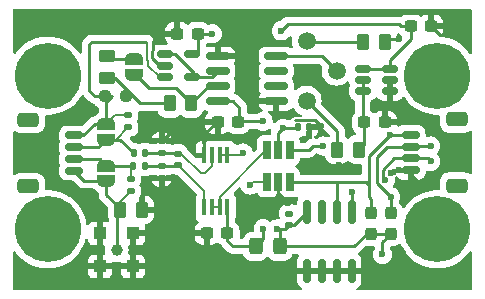
<source format=gbr>
%TF.GenerationSoftware,KiCad,Pcbnew,7.0.9*%
%TF.CreationDate,2024-10-15T17:03:29-06:00*%
%TF.ProjectId,howland,686f776c-616e-4642-9e6b-696361645f70,rev?*%
%TF.SameCoordinates,Original*%
%TF.FileFunction,Copper,L1,Top*%
%TF.FilePolarity,Positive*%
%FSLAX46Y46*%
G04 Gerber Fmt 4.6, Leading zero omitted, Abs format (unit mm)*
G04 Created by KiCad (PCBNEW 7.0.9) date 2024-10-15 17:03:29*
%MOMM*%
%LPD*%
G01*
G04 APERTURE LIST*
G04 Aperture macros list*
%AMRoundRect*
0 Rectangle with rounded corners*
0 $1 Rounding radius*
0 $2 $3 $4 $5 $6 $7 $8 $9 X,Y pos of 4 corners*
0 Add a 4 corners polygon primitive as box body*
4,1,4,$2,$3,$4,$5,$6,$7,$8,$9,$2,$3,0*
0 Add four circle primitives for the rounded corners*
1,1,$1+$1,$2,$3*
1,1,$1+$1,$4,$5*
1,1,$1+$1,$6,$7*
1,1,$1+$1,$8,$9*
0 Add four rect primitives between the rounded corners*
20,1,$1+$1,$2,$3,$4,$5,0*
20,1,$1+$1,$4,$5,$6,$7,0*
20,1,$1+$1,$6,$7,$8,$9,0*
20,1,$1+$1,$8,$9,$2,$3,0*%
%AMFreePoly0*
4,1,19,0.500000,-0.750000,0.000000,-0.750000,0.000000,-0.744911,-0.071157,-0.744911,-0.207708,-0.704816,-0.327430,-0.627875,-0.420627,-0.520320,-0.479746,-0.390866,-0.500000,-0.250000,-0.500000,0.250000,-0.479746,0.390866,-0.420627,0.520320,-0.327430,0.627875,-0.207708,0.704816,-0.071157,0.744911,0.000000,0.744911,0.000000,0.750000,0.500000,0.750000,0.500000,-0.750000,0.500000,-0.750000,
$1*%
%AMFreePoly1*
4,1,19,0.000000,0.744911,0.071157,0.744911,0.207708,0.704816,0.327430,0.627875,0.420627,0.520320,0.479746,0.390866,0.500000,0.250000,0.500000,-0.250000,0.479746,-0.390866,0.420627,-0.520320,0.327430,-0.627875,0.207708,-0.704816,0.071157,-0.744911,0.000000,-0.744911,0.000000,-0.750000,-0.500000,-0.750000,-0.500000,0.750000,0.000000,0.750000,0.000000,0.744911,0.000000,0.744911,
$1*%
G04 Aperture macros list end*
%TA.AperFunction,ComponentPad*%
%ADD10C,5.600000*%
%TD*%
%TA.AperFunction,SMDPad,CuDef*%
%ADD11RoundRect,0.147500X0.147500X0.172500X-0.147500X0.172500X-0.147500X-0.172500X0.147500X-0.172500X0*%
%TD*%
%TA.AperFunction,SMDPad,CuDef*%
%ADD12RoundRect,0.250000X0.325000X0.450000X-0.325000X0.450000X-0.325000X-0.450000X0.325000X-0.450000X0*%
%TD*%
%TA.AperFunction,SMDPad,CuDef*%
%ADD13RoundRect,0.147500X-0.172500X0.147500X-0.172500X-0.147500X0.172500X-0.147500X0.172500X0.147500X0*%
%TD*%
%TA.AperFunction,SMDPad,CuDef*%
%ADD14RoundRect,0.147500X-0.147500X-0.172500X0.147500X-0.172500X0.147500X0.172500X-0.147500X0.172500X0*%
%TD*%
%TA.AperFunction,SMDPad,CuDef*%
%ADD15RoundRect,0.150000X-0.625000X0.150000X-0.625000X-0.150000X0.625000X-0.150000X0.625000X0.150000X0*%
%TD*%
%TA.AperFunction,SMDPad,CuDef*%
%ADD16RoundRect,0.250000X-0.650000X0.350000X-0.650000X-0.350000X0.650000X-0.350000X0.650000X0.350000X0*%
%TD*%
%TA.AperFunction,SMDPad,CuDef*%
%ADD17FreePoly0,270.000000*%
%TD*%
%TA.AperFunction,SMDPad,CuDef*%
%ADD18FreePoly1,270.000000*%
%TD*%
%TA.AperFunction,SMDPad,CuDef*%
%ADD19RoundRect,0.237500X0.237500X-0.287500X0.237500X0.287500X-0.237500X0.287500X-0.237500X-0.287500X0*%
%TD*%
%TA.AperFunction,SMDPad,CuDef*%
%ADD20RoundRect,0.150000X0.625000X-0.150000X0.625000X0.150000X-0.625000X0.150000X-0.625000X-0.150000X0*%
%TD*%
%TA.AperFunction,SMDPad,CuDef*%
%ADD21RoundRect,0.250000X0.650000X-0.350000X0.650000X0.350000X-0.650000X0.350000X-0.650000X-0.350000X0*%
%TD*%
%TA.AperFunction,SMDPad,CuDef*%
%ADD22R,0.450000X1.450000*%
%TD*%
%TA.AperFunction,SMDPad,CuDef*%
%ADD23RoundRect,0.150000X-0.512500X-0.150000X0.512500X-0.150000X0.512500X0.150000X-0.512500X0.150000X0*%
%TD*%
%TA.AperFunction,SMDPad,CuDef*%
%ADD24RoundRect,0.150000X0.512500X0.150000X-0.512500X0.150000X-0.512500X-0.150000X0.512500X-0.150000X0*%
%TD*%
%TA.AperFunction,SMDPad,CuDef*%
%ADD25RoundRect,0.135000X-0.185000X0.135000X-0.185000X-0.135000X0.185000X-0.135000X0.185000X0.135000X0*%
%TD*%
%TA.AperFunction,SMDPad,CuDef*%
%ADD26C,1.000000*%
%TD*%
%TA.AperFunction,SMDPad,CuDef*%
%ADD27R,1.000000X1.000000*%
%TD*%
%TA.AperFunction,SMDPad,CuDef*%
%ADD28R,0.650000X1.560000*%
%TD*%
%TA.AperFunction,SMDPad,CuDef*%
%ADD29RoundRect,0.140000X0.170000X-0.140000X0.170000X0.140000X-0.170000X0.140000X-0.170000X-0.140000X0*%
%TD*%
%TA.AperFunction,SMDPad,CuDef*%
%ADD30RoundRect,0.237500X0.250000X0.237500X-0.250000X0.237500X-0.250000X-0.237500X0.250000X-0.237500X0*%
%TD*%
%TA.AperFunction,SMDPad,CuDef*%
%ADD31RoundRect,0.150000X0.150000X-0.825000X0.150000X0.825000X-0.150000X0.825000X-0.150000X-0.825000X0*%
%TD*%
%TA.AperFunction,SMDPad,CuDef*%
%ADD32RoundRect,0.250000X-0.262500X-0.450000X0.262500X-0.450000X0.262500X0.450000X-0.262500X0.450000X0*%
%TD*%
%TA.AperFunction,ComponentPad*%
%ADD33C,1.520000*%
%TD*%
%TA.AperFunction,SMDPad,CuDef*%
%ADD34RoundRect,0.150000X0.825000X0.150000X-0.825000X0.150000X-0.825000X-0.150000X0.825000X-0.150000X0*%
%TD*%
%TA.AperFunction,SMDPad,CuDef*%
%ADD35RoundRect,0.237500X-0.300000X-0.237500X0.300000X-0.237500X0.300000X0.237500X-0.300000X0.237500X0*%
%TD*%
%TA.AperFunction,SMDPad,CuDef*%
%ADD36RoundRect,0.250000X0.262500X0.450000X-0.262500X0.450000X-0.262500X-0.450000X0.262500X-0.450000X0*%
%TD*%
%TA.AperFunction,SMDPad,CuDef*%
%ADD37RoundRect,0.250000X-0.450000X0.262500X-0.450000X-0.262500X0.450000X-0.262500X0.450000X0.262500X0*%
%TD*%
%TA.AperFunction,SMDPad,CuDef*%
%ADD38RoundRect,0.237500X0.300000X0.237500X-0.300000X0.237500X-0.300000X-0.237500X0.300000X-0.237500X0*%
%TD*%
%TA.AperFunction,SMDPad,CuDef*%
%ADD39FreePoly0,90.000000*%
%TD*%
%TA.AperFunction,SMDPad,CuDef*%
%ADD40FreePoly1,90.000000*%
%TD*%
%TA.AperFunction,ViaPad*%
%ADD41C,0.600000*%
%TD*%
%TA.AperFunction,Conductor*%
%ADD42C,0.250000*%
%TD*%
%TA.AperFunction,Conductor*%
%ADD43C,0.200000*%
%TD*%
G04 APERTURE END LIST*
D10*
%TO.P,MH1,1,Pin_1*%
%TO.N,GNDPWR*%
X103000000Y-84000000D03*
%TD*%
%TO.P,MH2,1,Pin_1*%
%TO.N,GNDPWR*%
X136000000Y-84000000D03*
%TD*%
%TO.P,MH3,1,Pin_1*%
%TO.N,GNDPWR*%
X103000000Y-97000000D03*
%TD*%
%TO.P,MH4,1,Pin_1*%
%TO.N,GNDPWR*%
X136000000Y-97000000D03*
%TD*%
D11*
%TO.P,R5,1*%
%TO.N,/Channel1/buffer/in+*%
X111250000Y-90550000D03*
%TO.P,R5,2*%
%TO.N,/Channel1/V+*%
X110280000Y-90550000D03*
%TD*%
%TO.P,R6,1*%
%TO.N,/Channel1/buffer/in-*%
X111235000Y-91650000D03*
%TO.P,R6,2*%
%TO.N,/Channel1/V-*%
X110265000Y-91650000D03*
%TD*%
D12*
%TO.P,L1,1*%
%TO.N,VD*%
X122660000Y-98450000D03*
%TO.P,L1,2*%
%TO.N,+3V3*%
X120610000Y-98450000D03*
%TD*%
D13*
%TO.P,C2,1*%
%TO.N,GND*%
X112650000Y-89565000D03*
%TO.P,C2,2*%
%TO.N,/Channel1/buffer/in+*%
X112650000Y-90535000D03*
%TD*%
%TO.P,C3,1*%
%TO.N,/Channel1/buffer/in-*%
X112650000Y-91650000D03*
%TO.P,C3,2*%
%TO.N,GND*%
X112650000Y-92620000D03*
%TD*%
%TO.P,C4,1*%
%TO.N,/Channel1/buffer/in+*%
X114050000Y-90590000D03*
%TO.P,C4,2*%
%TO.N,/Channel1/buffer/in-*%
X114050000Y-91560000D03*
%TD*%
D14*
%TO.P,C5,1*%
%TO.N,VD*%
X124165000Y-88350000D03*
%TO.P,C5,2*%
%TO.N,GND*%
X125135000Y-88350000D03*
%TD*%
D15*
%TO.P,J1,1,Pin_1*%
%TO.N,/Channel1/I+*%
X105250000Y-89050000D03*
%TO.P,J1,2,Pin_2*%
%TO.N,/Channel1/V+*%
X105250000Y-90050000D03*
%TO.P,J1,3,Pin_3*%
%TO.N,/Channel1/V-*%
X105250000Y-91050000D03*
%TO.P,J1,4,Pin_4*%
%TO.N,/Channel1/I-*%
X105250000Y-92050000D03*
D16*
%TO.P,J1,MP*%
%TO.N,N/C*%
X101375000Y-87750000D03*
X101375000Y-93350000D03*
%TD*%
D17*
%TO.P,JP1,1,1*%
%TO.N,/Channel1/I+*%
X107950000Y-88100000D03*
D18*
%TO.P,JP1,2,2*%
%TO.N,/Channel1/V+*%
X107950000Y-89400000D03*
%TD*%
D17*
%TO.P,JP2,1,1*%
%TO.N,/Channel1/V-*%
X107950000Y-91600000D03*
D18*
%TO.P,JP2,2,2*%
%TO.N,/Channel1/I-*%
X107950000Y-92900000D03*
%TD*%
D19*
%TO.P,R1,1*%
%TO.N,VD*%
X132050000Y-97375000D03*
%TO.P,R1,2*%
%TO.N,/sda-tx*%
X132050000Y-95625000D03*
%TD*%
%TO.P,R2,1*%
%TO.N,VD*%
X130400000Y-97375000D03*
%TO.P,R2,2*%
%TO.N,/scl-rx*%
X130400000Y-95625000D03*
%TD*%
D20*
%TO.P,J2,1,gnd*%
%TO.N,GND*%
X133750000Y-92000000D03*
%TO.P,J2,2,VCC*%
%TO.N,VD*%
X133750000Y-91000000D03*
%TO.P,J2,3,SDA*%
%TO.N,/sda-tx*%
X133750000Y-90000000D03*
%TO.P,J2,4,SCL*%
%TO.N,/scl-rx*%
X133750000Y-89000000D03*
D21*
%TO.P,J2,MP*%
%TO.N,N/C*%
X137625000Y-93300000D03*
X137625000Y-87700000D03*
%TD*%
D22*
%TO.P,U3,1*%
%TO.N,/Channel1/buffer/out+*%
X118225000Y-90750000D03*
%TO.P,U3,2,-*%
X117575000Y-90750000D03*
%TO.P,U3,3,+*%
%TO.N,/Channel1/buffer/in+*%
X116925000Y-90750000D03*
%TO.P,U3,4,V-*%
%TO.N,GND*%
X116275000Y-90750000D03*
%TO.P,U3,5,+*%
%TO.N,/Channel1/buffer/in-*%
X116275000Y-95150000D03*
%TO.P,U3,6,-*%
%TO.N,/Channel1/buffer/out-*%
X116925000Y-95150000D03*
%TO.P,U3,7*%
X117575000Y-95150000D03*
%TO.P,U3,8,V+*%
%TO.N,+3V3*%
X118225000Y-95150000D03*
%TD*%
D23*
%TO.P,U6,1*%
%TO.N,Net-(U5-Ref)*%
X112912500Y-82200000D03*
%TO.P,U6,2,V-*%
%TO.N,GND*%
X112912500Y-83150000D03*
%TO.P,U6,3,+*%
%TO.N,/Channel1/I+*%
X112912500Y-84100000D03*
%TO.P,U6,4,-*%
%TO.N,Net-(U5-Ref)*%
X115187500Y-84100000D03*
%TO.P,U6,5,V+*%
%TO.N,+3V3*%
X115187500Y-82200000D03*
%TD*%
D24*
%TO.P,U4,1,GNDF*%
%TO.N,GND*%
X131977500Y-85300000D03*
%TO.P,U4,2,GNDS*%
X131977500Y-84350000D03*
%TO.P,U4,3,ENABLE*%
%TO.N,+3V3*%
X131977500Y-83400000D03*
%TO.P,U4,4,VIN*%
X129702500Y-83400000D03*
%TO.P,U4,5,OUT_S*%
%TO.N,Net-(U4-OUT_F)*%
X129702500Y-84350000D03*
%TO.P,U4,6,OUT_F*%
X129702500Y-85300000D03*
%TD*%
D25*
%TO.P,R3,1*%
%TO.N,/Channel1/I+*%
X109850000Y-87340000D03*
%TO.P,R3,2*%
%TO.N,/Channel1/V+*%
X109850000Y-88360000D03*
%TD*%
D26*
%TO.P,J4,1,In*%
%TO.N,/Channel1/I-*%
X108850000Y-98750000D03*
D27*
%TO.P,J4,2,Ext*%
%TO.N,GND*%
X110250000Y-97350000D03*
X107450000Y-97350000D03*
X110250000Y-100150000D03*
X107450000Y-100150000D03*
%TD*%
D28*
%TO.P,U2,1,Vin+*%
%TO.N,/Channel1/buffer/out+*%
X121600000Y-93000000D03*
%TO.P,U2,2,Vss*%
%TO.N,GND*%
X122550000Y-93000000D03*
%TO.P,U2,3,SCL*%
%TO.N,/scl-rx*%
X123500000Y-93000000D03*
%TO.P,U2,4,SDA*%
%TO.N,/sda-tx*%
X123500000Y-90300000D03*
%TO.P,U2,5,Vdd*%
%TO.N,VD*%
X122550000Y-90300000D03*
%TO.P,U2,6,Vin-*%
%TO.N,/Channel1/buffer/out-*%
X121600000Y-90300000D03*
%TD*%
D29*
%TO.P,C1,1*%
%TO.N,VD*%
X123450000Y-96630000D03*
%TO.P,C1,2*%
%TO.N,unconnected-(C1-Pad2)*%
X123450000Y-95670000D03*
%TD*%
D30*
%TO.P,R12,1*%
%TO.N,Net-(R10-Pad2)*%
X109662500Y-85750000D03*
%TO.P,R12,2*%
%TO.N,/Channel1/I+*%
X107837500Y-85750000D03*
%TD*%
D31*
%TO.P,U1,1,A0*%
%TO.N,GND*%
X124945000Y-100525000D03*
%TO.P,U1,2,A1*%
X126215000Y-100525000D03*
%TO.P,U1,3,A2*%
X127485000Y-100525000D03*
%TO.P,U1,4,VSS*%
X128755000Y-100525000D03*
%TO.P,U1,5,SDA*%
%TO.N,/sda-tx*%
X128755000Y-95575000D03*
%TO.P,U1,6,SCL*%
%TO.N,/scl-rx*%
X127485000Y-95575000D03*
%TO.P,U1,7,WP*%
%TO.N,unconnected-(U1-WP-Pad7)*%
X126215000Y-95575000D03*
%TO.P,U1,8,VDD*%
%TO.N,VD*%
X124945000Y-95575000D03*
%TD*%
D32*
%TO.P,R8,1*%
%TO.N,Net-(R8-Pad1)*%
X129747500Y-81170000D03*
%TO.P,R8,2*%
%TO.N,GND*%
X131572500Y-81170000D03*
%TD*%
D33*
%TO.P,RV1,1,1*%
%TO.N,Net-(R7-Pad2)*%
X124930000Y-86100000D03*
%TO.P,RV1,2,2*%
%TO.N,Net-(U5-+)*%
X127470000Y-83560000D03*
%TO.P,RV1,3,3*%
%TO.N,Net-(R8-Pad1)*%
X124930000Y-81020000D03*
%TD*%
D34*
%TO.P,U5,1,-*%
%TO.N,GND*%
X122365000Y-86145000D03*
%TO.P,U5,2,Rg*%
%TO.N,unconnected-(U5-Rg-Pad2)*%
X122365000Y-84875000D03*
%TO.P,U5,3,Rg*%
%TO.N,unconnected-(U5-Rg-Pad3)*%
X122365000Y-83605000D03*
%TO.P,U5,4,+*%
%TO.N,Net-(U5-+)*%
X122365000Y-82335000D03*
%TO.P,U5,5,V-*%
%TO.N,GND*%
X117415000Y-82335000D03*
%TO.P,U5,6,Ref*%
%TO.N,Net-(U5-Ref)*%
X117415000Y-83605000D03*
%TO.P,U5,7*%
%TO.N,Net-(JP3-A)*%
X117415000Y-84875000D03*
%TO.P,U5,8,V+*%
%TO.N,+3V3*%
X117415000Y-86145000D03*
%TD*%
D35*
%TO.P,C8,1*%
%TO.N,GND*%
X117387500Y-87950000D03*
%TO.P,C8,2*%
%TO.N,+3V3*%
X119112500Y-87950000D03*
%TD*%
D36*
%TO.P,R11,1*%
%TO.N,GND*%
X110962500Y-95350000D03*
%TO.P,R11,2*%
%TO.N,/Channel1/I-*%
X109137500Y-95350000D03*
%TD*%
D37*
%TO.P,R10,1*%
%TO.N,Net-(JP3-B)*%
X108050000Y-82337500D03*
%TO.P,R10,2*%
%TO.N,Net-(R10-Pad2)*%
X108050000Y-84162500D03*
%TD*%
D36*
%TO.P,R7,1*%
%TO.N,Net-(U4-OUT_F)*%
X129362500Y-90250000D03*
%TO.P,R7,2*%
%TO.N,Net-(R7-Pad2)*%
X127537500Y-90250000D03*
%TD*%
%TO.P,R9,1*%
%TO.N,Net-(JP3-A)*%
X115162500Y-86350000D03*
%TO.P,R9,2*%
%TO.N,Net-(R10-Pad2)*%
X113337500Y-86350000D03*
%TD*%
D25*
%TO.P,R4,1*%
%TO.N,/Channel1/V-*%
X110050000Y-92740000D03*
%TO.P,R4,2*%
%TO.N,/Channel1/I-*%
X110050000Y-93760000D03*
%TD*%
D38*
%TO.P,C6,1*%
%TO.N,+3V3*%
X118212500Y-97350000D03*
%TO.P,C6,2*%
%TO.N,GND*%
X116487500Y-97350000D03*
%TD*%
D39*
%TO.P,JP3,1,A*%
%TO.N,Net-(JP3-A)*%
X110350000Y-83900000D03*
D40*
%TO.P,JP3,2,B*%
%TO.N,Net-(JP3-B)*%
X110350000Y-82600000D03*
%TD*%
D35*
%TO.P,C10,1*%
%TO.N,Net-(U4-OUT_F)*%
X129812500Y-87955000D03*
%TO.P,C10,2*%
%TO.N,GND*%
X131537500Y-87955000D03*
%TD*%
%TO.P,C9,1*%
%TO.N,GND*%
X113987500Y-80450000D03*
%TO.P,C9,2*%
%TO.N,+3V3*%
X115712500Y-80450000D03*
%TD*%
D38*
%TO.P,C7,1*%
%TO.N,GND*%
X135462500Y-79800000D03*
%TO.P,C7,2*%
%TO.N,+3V3*%
X133737500Y-79800000D03*
%TD*%
D41*
%TO.N,GND*%
X136950000Y-80550000D03*
X132718411Y-80878411D03*
X135250000Y-88700989D03*
X112250000Y-80250000D03*
X132050000Y-92200000D03*
X112650000Y-88750000D03*
X127550000Y-85950000D03*
X137250000Y-89250000D03*
X123350000Y-94750000D03*
X116150000Y-89150000D03*
X126150000Y-88250000D03*
X112650000Y-93650000D03*
X127650000Y-91550000D03*
X134450000Y-93050000D03*
%TO.N,+3V3*%
X116950000Y-80450000D03*
X121250000Y-87850000D03*
X121250000Y-96950000D03*
X122800000Y-80200000D03*
%TO.N,VD*%
X135450000Y-91250000D03*
X122465000Y-96965000D03*
X131590145Y-92854016D03*
X131350000Y-99130000D03*
X122950000Y-88450000D03*
%TO.N,/Channel1/buffer/out+*%
X120150000Y-93250000D03*
X119550000Y-90550000D03*
%TO.N,/scl-rx*%
X132000000Y-89000000D03*
%TO.N,/sda-tx*%
X128750000Y-93850000D03*
X135450000Y-89950000D03*
X126350000Y-89950000D03*
X132050000Y-94249990D03*
%TD*%
D42*
%TO.N,GND*%
X133750000Y-92000000D02*
X132250000Y-92000000D01*
X112550000Y-80450000D02*
X113987500Y-80450000D01*
X112650000Y-89565000D02*
X114365000Y-87850000D01*
X112650000Y-92620000D02*
X112650000Y-93650000D01*
X136950000Y-80550000D02*
X136212500Y-80550000D01*
X122550000Y-93950000D02*
X123350000Y-94750000D01*
X131864089Y-80878411D02*
X131572500Y-81170000D01*
X111950000Y-81050000D02*
X112550000Y-80450000D01*
X133750000Y-92000000D02*
X133750000Y-92350000D01*
X111850000Y-82471072D02*
X111850000Y-81928928D01*
X112450000Y-80450000D02*
X112250000Y-80250000D01*
X112528928Y-83150000D02*
X111850000Y-82471072D01*
X125605000Y-87705000D02*
X123975000Y-87705000D01*
X132250000Y-92000000D02*
X132050000Y-92200000D01*
X133750000Y-92350000D02*
X134450000Y-93050000D01*
X136212500Y-80550000D02*
X135462500Y-79800000D01*
X111950000Y-81050000D02*
X111950000Y-81828928D01*
X116275000Y-90750000D02*
X116275000Y-88962500D01*
X116275000Y-88962500D02*
X117387500Y-87850000D01*
X122550000Y-93000000D02*
X122550000Y-93950000D01*
X114365000Y-87850000D02*
X117387500Y-87850000D01*
X132718411Y-80878411D02*
X131864089Y-80878411D01*
X116275000Y-89275000D02*
X116150000Y-89150000D01*
X112650000Y-89565000D02*
X112650000Y-88750000D01*
X126150000Y-88250000D02*
X125605000Y-87705000D01*
X111950000Y-81828928D02*
X111850000Y-81928928D01*
X132100000Y-92250000D02*
X132050000Y-92200000D01*
X116275000Y-90750000D02*
X116275000Y-89275000D01*
X113987500Y-80450000D02*
X112450000Y-80450000D01*
%TO.N,/Channel1/V+*%
X107300000Y-90050000D02*
X107950000Y-89400000D01*
D43*
X108810000Y-89400000D02*
X107950000Y-89400000D01*
X109850000Y-88360000D02*
X108810000Y-89400000D01*
D42*
X107950000Y-89400000D02*
X109130000Y-89400000D01*
X109130000Y-89400000D02*
X110280000Y-90550000D01*
X105250000Y-90050000D02*
X107300000Y-90050000D01*
D43*
%TO.N,/Channel1/buffer/in+*%
X116925000Y-91675000D02*
X116925000Y-90750000D01*
X115950000Y-92250000D02*
X116350000Y-92250000D01*
X116350000Y-92250000D02*
X116925000Y-91675000D01*
X114290000Y-90590000D02*
X115950000Y-92250000D01*
X114050000Y-90590000D02*
X114290000Y-90590000D01*
D42*
X111250000Y-90550000D02*
X114010000Y-90550000D01*
D43*
%TO.N,/Channel1/buffer/in-*%
X114050000Y-91560000D02*
X116275000Y-93785000D01*
D42*
X111235000Y-91650000D02*
X113960000Y-91650000D01*
D43*
X116275000Y-93785000D02*
X116275000Y-95150000D01*
%TO.N,/Channel1/V-*%
X110050000Y-91865000D02*
X110265000Y-91650000D01*
X110050000Y-92740000D02*
X110050000Y-91865000D01*
D42*
X107400000Y-91050000D02*
X107950000Y-91600000D01*
X105250000Y-91050000D02*
X107400000Y-91050000D01*
X107950000Y-91600000D02*
X110215000Y-91600000D01*
%TO.N,+3V3*%
X131977500Y-82652500D02*
X133737500Y-80892500D01*
X133737500Y-80892500D02*
X133737500Y-79800000D01*
X131977500Y-83400000D02*
X131977500Y-82652500D01*
X119112500Y-87850000D02*
X121250000Y-87850000D01*
X132750000Y-79650000D02*
X132900000Y-79800000D01*
X115712500Y-80450000D02*
X116950000Y-80450000D01*
X118225000Y-97962500D02*
X118712500Y-98450000D01*
X132900000Y-79800000D02*
X133737500Y-79800000D01*
X117415000Y-86145000D02*
X118695000Y-86145000D01*
X115712500Y-80450000D02*
X115712500Y-81875000D01*
X115712500Y-81875000D02*
X115387500Y-82200000D01*
X118695000Y-86145000D02*
X119250000Y-86700000D01*
X120610000Y-98450000D02*
X118712500Y-98450000D01*
X118225000Y-95150000D02*
X118225000Y-97962500D01*
X132750000Y-79650000D02*
X123350000Y-79650000D01*
X123350000Y-79650000D02*
X122800000Y-80200000D01*
X129702500Y-83400000D02*
X131977500Y-83400000D01*
X121250000Y-97810000D02*
X120610000Y-98450000D01*
X119250000Y-86700000D02*
X119250000Y-87712500D01*
X121250000Y-96950000D02*
X121250000Y-97810000D01*
%TO.N,VD*%
X135200000Y-91000000D02*
X135450000Y-91250000D01*
X122660000Y-98450000D02*
X128950000Y-98450000D01*
X122660000Y-97160000D02*
X122465000Y-96965000D01*
X132050000Y-97375000D02*
X130400000Y-97375000D01*
X122550000Y-88850000D02*
X122950000Y-88450000D01*
X130400000Y-97375000D02*
X130025000Y-97375000D01*
X130025000Y-97375000D02*
X128950000Y-98450000D01*
X131425000Y-92688871D02*
X131590145Y-92854016D01*
X122660000Y-98450000D02*
X122660000Y-97160000D01*
X122465000Y-96965000D02*
X123115000Y-96965000D01*
X123890000Y-96630000D02*
X124945000Y-95575000D01*
X123450000Y-96630000D02*
X123890000Y-96630000D01*
X131350000Y-98075000D02*
X132050000Y-97375000D01*
X122950000Y-88450000D02*
X124065000Y-88450000D01*
X122550000Y-90300000D02*
X122550000Y-88850000D01*
X133750000Y-91000000D02*
X132366116Y-91000000D01*
X133750000Y-91000000D02*
X135200000Y-91000000D01*
X132366116Y-91000000D02*
X131425000Y-91941116D01*
X135400000Y-91300000D02*
X135450000Y-91250000D01*
X123115000Y-96965000D02*
X123450000Y-96630000D01*
X131425000Y-91941116D02*
X131425000Y-92688871D01*
X131350000Y-99130000D02*
X131350000Y-98075000D01*
D43*
%TO.N,/Channel1/I+*%
X111425480Y-82646914D02*
X111425480Y-81225480D01*
X109850000Y-87340000D02*
X108710000Y-87340000D01*
X111425480Y-81225480D02*
X111350000Y-81150000D01*
X111539283Y-83139283D02*
X111539283Y-82760717D01*
X108710000Y-87340000D02*
X107950000Y-88100000D01*
X111539283Y-82760717D02*
X111425480Y-82646914D01*
D42*
X107950000Y-86237500D02*
X108437500Y-85750000D01*
X108437500Y-85750000D02*
X107050000Y-85750000D01*
X107950000Y-88100000D02*
X107950000Y-86237500D01*
X107050000Y-85750000D02*
X106550000Y-85250000D01*
X106550000Y-85250000D02*
X106550000Y-81350000D01*
X107202408Y-88100000D02*
X107950000Y-88100000D01*
X106550000Y-81350000D02*
X106750000Y-81150000D01*
D43*
X112500000Y-84100000D02*
X111539283Y-83139283D01*
D42*
X106975000Y-88100000D02*
X107202408Y-88100000D01*
X106750000Y-81150000D02*
X111350000Y-81150000D01*
X106025000Y-89050000D02*
X106975000Y-88100000D01*
X105250000Y-89050000D02*
X106025000Y-89050000D01*
%TO.N,/Channel1/I-*%
X105250000Y-92050000D02*
X106100000Y-92900000D01*
X107950000Y-94062500D02*
X108837500Y-94950000D01*
D43*
X109137500Y-95350000D02*
X109137500Y-94672500D01*
D42*
X108850000Y-94962500D02*
X108850000Y-98750000D01*
X107950000Y-92900000D02*
X107950000Y-94062500D01*
X106100000Y-92900000D02*
X107950000Y-92900000D01*
D43*
X109137500Y-94672500D02*
X110050000Y-93760000D01*
D42*
%TO.N,Net-(JP3-A)*%
X117415000Y-84875000D02*
X116637500Y-84875000D01*
X113862500Y-85050000D02*
X111600000Y-85050000D01*
X111600000Y-85050000D02*
X110450000Y-83900000D01*
X115162500Y-86350000D02*
X113862500Y-85050000D01*
X116637500Y-84875000D02*
X115162500Y-86350000D01*
D43*
%TO.N,/Channel1/buffer/out-*%
X117575000Y-94225000D02*
X117575000Y-95150000D01*
X116925000Y-95150000D02*
X117575000Y-95150000D01*
X121500000Y-90300000D02*
X117575000Y-94225000D01*
%TO.N,/Channel1/buffer/out+*%
X120150000Y-93250000D02*
X120400000Y-93000000D01*
X118225000Y-90750000D02*
X119350000Y-90750000D01*
X117575000Y-90750000D02*
X118225000Y-90750000D01*
X121600000Y-93000000D02*
X120400000Y-93000000D01*
X119350000Y-90750000D02*
X119550000Y-90550000D01*
D42*
%TO.N,Net-(JP3-B)*%
X110450000Y-82600000D02*
X108312500Y-82600000D01*
%TO.N,/scl-rx*%
X127500000Y-93000000D02*
X130000000Y-93000000D01*
X130225010Y-90774990D02*
X130225010Y-93225010D01*
X133750000Y-89000000D02*
X132000000Y-89000000D01*
X130400000Y-94399980D02*
X130400000Y-95625000D01*
X127485000Y-95575000D02*
X127485000Y-93015000D01*
X130000000Y-93000000D02*
X130225010Y-93225010D01*
X130225010Y-93225010D02*
X130225010Y-94224990D01*
X130225010Y-94224990D02*
X130400000Y-94399980D01*
X127485000Y-93015000D02*
X127500000Y-93000000D01*
X123500000Y-93000000D02*
X127500000Y-93000000D01*
X132000000Y-89000000D02*
X130225010Y-90774990D01*
%TO.N,/sda-tx*%
X128755000Y-93855000D02*
X128750000Y-93850000D01*
X133750000Y-90000000D02*
X131725020Y-90000000D01*
X130850010Y-90875010D02*
X131725020Y-90000000D01*
X133800000Y-89950000D02*
X135450000Y-89950000D01*
X126350000Y-89950000D02*
X125450000Y-89950000D01*
X132050000Y-94249990D02*
X132050000Y-95625000D01*
X125450000Y-89950000D02*
X125100000Y-90300000D01*
X123500000Y-90300000D02*
X125100000Y-90300000D01*
X130850010Y-90875010D02*
X130850010Y-93050000D01*
X128755000Y-95575000D02*
X128755000Y-93855000D01*
X130850010Y-93050000D02*
X132050000Y-94249990D01*
%TO.N,Net-(U4-OUT_F)*%
X129702500Y-87845000D02*
X129812500Y-87955000D01*
X129702500Y-84350000D02*
X129702500Y-85300000D01*
X129812500Y-87955000D02*
X129812500Y-89800000D01*
X129702500Y-85300000D02*
X129702500Y-87845000D01*
X129812500Y-89800000D02*
X129362500Y-90250000D01*
%TO.N,Net-(R7-Pad2)*%
X127537500Y-88707500D02*
X124930000Y-86100000D01*
X127537500Y-90250000D02*
X127537500Y-88707500D01*
%TO.N,Net-(R8-Pad1)*%
X125320000Y-81150000D02*
X125180000Y-81010000D01*
X125080000Y-81170000D02*
X124930000Y-81020000D01*
X129747500Y-81170000D02*
X125080000Y-81170000D01*
%TO.N,Net-(R10-Pad2)*%
X108675000Y-84162500D02*
X110262500Y-85750000D01*
X108050000Y-84162500D02*
X108675000Y-84162500D01*
X113337500Y-86350000D02*
X110862500Y-86350000D01*
X110862500Y-86350000D02*
X110262500Y-85750000D01*
%TO.N,Net-(U5-+)*%
X126245000Y-82335000D02*
X127470000Y-83560000D01*
X122365000Y-82335000D02*
X126245000Y-82335000D01*
%TO.N,Net-(U5-Ref)*%
X115387500Y-83787500D02*
X115387500Y-84100000D01*
X116920000Y-84100000D02*
X117415000Y-83605000D01*
X113112500Y-82200000D02*
X113800000Y-82200000D01*
X113800000Y-82200000D02*
X115387500Y-83787500D01*
X115387500Y-84100000D02*
X116920000Y-84100000D01*
%TD*%
%TA.AperFunction,Conductor*%
%TO.N,GND*%
G36*
X106039465Y-85637509D02*
G01*
X106054301Y-85650206D01*
X106059779Y-85655684D01*
X106072617Y-85670714D01*
X106084526Y-85687104D01*
X106084530Y-85687109D01*
X106120880Y-85717180D01*
X106125273Y-85721177D01*
X106542757Y-86138662D01*
X106552719Y-86151096D01*
X106552946Y-86150909D01*
X106558000Y-86157018D01*
X106609079Y-86204984D01*
X106630223Y-86226129D01*
X106630227Y-86226132D01*
X106630230Y-86226135D01*
X106635782Y-86230442D01*
X106640269Y-86234273D01*
X106662959Y-86255581D01*
X106674677Y-86266585D01*
X106674679Y-86266586D01*
X106692428Y-86276343D01*
X106708953Y-86287198D01*
X106724959Y-86299614D01*
X106766686Y-86317670D01*
X106768262Y-86318352D01*
X106773583Y-86320958D01*
X106814940Y-86343695D01*
X106814948Y-86343697D01*
X106834558Y-86348732D01*
X106853267Y-86355137D01*
X106871855Y-86363181D01*
X106893246Y-86366569D01*
X106957400Y-86396981D01*
X106980777Y-86424869D01*
X106998343Y-86453347D01*
X106998347Y-86453352D01*
X107121647Y-86576652D01*
X107121653Y-86576657D01*
X107121654Y-86576658D01*
X107256647Y-86659923D01*
X107304125Y-86712709D01*
X107316500Y-86767164D01*
X107316500Y-87079724D01*
X107296498Y-87147845D01*
X107242845Y-87194337D01*
X107213485Y-87207745D01*
X107090478Y-87286797D01*
X107090472Y-87286802D01*
X106983506Y-87379487D01*
X106982632Y-87380191D01*
X106981819Y-87380949D01*
X106939732Y-87429520D01*
X106880005Y-87467903D01*
X106879656Y-87468005D01*
X106855651Y-87474978D01*
X106836304Y-87478985D01*
X106816206Y-87481525D01*
X106816197Y-87481527D01*
X106772331Y-87498894D01*
X106766716Y-87500817D01*
X106721408Y-87513981D01*
X106703964Y-87524297D01*
X106686218Y-87532990D01*
X106667382Y-87540448D01*
X106629209Y-87568181D01*
X106624248Y-87571440D01*
X106583638Y-87595458D01*
X106569311Y-87609784D01*
X106554285Y-87622617D01*
X106537895Y-87634525D01*
X106537893Y-87634527D01*
X106507808Y-87670892D01*
X106503812Y-87675283D01*
X105974498Y-88204596D01*
X105912188Y-88238620D01*
X105885405Y-88241500D01*
X104558494Y-88241500D01*
X104521170Y-88244437D01*
X104361394Y-88290856D01*
X104218196Y-88375544D01*
X104218189Y-88375549D01*
X104100549Y-88493189D01*
X104100544Y-88493196D01*
X104015856Y-88636394D01*
X103969437Y-88796170D01*
X103966500Y-88833494D01*
X103966500Y-89266506D01*
X103969437Y-89303829D01*
X103983895Y-89353594D01*
X104009869Y-89442998D01*
X104015856Y-89463603D01*
X104029020Y-89485863D01*
X104046478Y-89554679D01*
X104029020Y-89614137D01*
X104015856Y-89636396D01*
X103969437Y-89796170D01*
X103966500Y-89833494D01*
X103966500Y-90266506D01*
X103969437Y-90303829D01*
X103983428Y-90351985D01*
X104014018Y-90457279D01*
X104015856Y-90463603D01*
X104029020Y-90485863D01*
X104046478Y-90554679D01*
X104029020Y-90614137D01*
X104015856Y-90636396D01*
X104015855Y-90636398D01*
X104015855Y-90636399D01*
X104012665Y-90647380D01*
X103969437Y-90796170D01*
X103966500Y-90833494D01*
X103966500Y-91266506D01*
X103969437Y-91303829D01*
X103991132Y-91378502D01*
X104011289Y-91447886D01*
X104015856Y-91463603D01*
X104029020Y-91485863D01*
X104046478Y-91554679D01*
X104029020Y-91614137D01*
X104015856Y-91636396D01*
X103969437Y-91796170D01*
X103966500Y-91833494D01*
X103966500Y-92266506D01*
X103969437Y-92303829D01*
X104015856Y-92463605D01*
X104100544Y-92606803D01*
X104100549Y-92606810D01*
X104218189Y-92724450D01*
X104218196Y-92724455D01*
X104361394Y-92809143D01*
X104361397Y-92809143D01*
X104361399Y-92809145D01*
X104521169Y-92855562D01*
X104528634Y-92856149D01*
X104558494Y-92858500D01*
X104558498Y-92858500D01*
X105110406Y-92858500D01*
X105178527Y-92878502D01*
X105199501Y-92895405D01*
X105592753Y-93288657D01*
X105602720Y-93301097D01*
X105602947Y-93300910D01*
X105607999Y-93307017D01*
X105608000Y-93307018D01*
X105659095Y-93354999D01*
X105680231Y-93376135D01*
X105685770Y-93380431D01*
X105690282Y-93384285D01*
X105724678Y-93416585D01*
X105724682Y-93416588D01*
X105742430Y-93426345D01*
X105758957Y-93437201D01*
X105774160Y-93448994D01*
X105774960Y-93449614D01*
X105818259Y-93468351D01*
X105823585Y-93470960D01*
X105864935Y-93493693D01*
X105864938Y-93493694D01*
X105864940Y-93493695D01*
X105884562Y-93498733D01*
X105903263Y-93505135D01*
X105915814Y-93510567D01*
X105921852Y-93513180D01*
X105921853Y-93513180D01*
X105921855Y-93513181D01*
X105968477Y-93520564D01*
X105974262Y-93521763D01*
X106019970Y-93533500D01*
X106040224Y-93533500D01*
X106059934Y-93535051D01*
X106062141Y-93535400D01*
X106079943Y-93538220D01*
X106113870Y-93535012D01*
X106126917Y-93533780D01*
X106132850Y-93533500D01*
X106850148Y-93533500D01*
X106918269Y-93553502D01*
X106945372Y-93576987D01*
X106981817Y-93619047D01*
X106981821Y-93619051D01*
X107090482Y-93713205D01*
X107187629Y-93775637D01*
X107211553Y-93791013D01*
X107213488Y-93792256D01*
X107242843Y-93805662D01*
X107296498Y-93852154D01*
X107316500Y-93920274D01*
X107316500Y-93978646D01*
X107314751Y-93994488D01*
X107315044Y-93994516D01*
X107314298Y-94002407D01*
X107316500Y-94072457D01*
X107316500Y-94102351D01*
X107316501Y-94102372D01*
X107317378Y-94109320D01*
X107317844Y-94115232D01*
X107319326Y-94162388D01*
X107319327Y-94162393D01*
X107324977Y-94181839D01*
X107328986Y-94201197D01*
X107331525Y-94221293D01*
X107331526Y-94221299D01*
X107348893Y-94265162D01*
X107350816Y-94270779D01*
X107363982Y-94316093D01*
X107374294Y-94333531D01*
X107382988Y-94351279D01*
X107390444Y-94370109D01*
X107390450Y-94370120D01*
X107418177Y-94408283D01*
X107421437Y-94413246D01*
X107445460Y-94453865D01*
X107459779Y-94468184D01*
X107472617Y-94483214D01*
X107479653Y-94492897D01*
X107484528Y-94499607D01*
X107490507Y-94504553D01*
X107520886Y-94529685D01*
X107525267Y-94533671D01*
X107805091Y-94813495D01*
X108079595Y-95087999D01*
X108113621Y-95150311D01*
X108116500Y-95177094D01*
X108116500Y-95850544D01*
X108127112Y-95954425D01*
X108136979Y-95984201D01*
X108182885Y-96122738D01*
X108197740Y-96146821D01*
X108216500Y-96212969D01*
X108216500Y-96226456D01*
X108196498Y-96294577D01*
X108142842Y-96341070D01*
X108072568Y-96351174D01*
X108061531Y-96349081D01*
X108059095Y-96348505D01*
X107998597Y-96342000D01*
X107704000Y-96342000D01*
X107704000Y-98358000D01*
X107745141Y-98358000D01*
X107813262Y-98378002D01*
X107859755Y-98431658D01*
X107869859Y-98501932D01*
X107865718Y-98520564D01*
X107856092Y-98552299D01*
X107856090Y-98552307D01*
X107836620Y-98749996D01*
X107836620Y-98750003D01*
X107856090Y-98947692D01*
X107856091Y-98947697D01*
X107856092Y-98947701D01*
X107865716Y-98979427D01*
X107866349Y-99050418D01*
X107828500Y-99110484D01*
X107764185Y-99140553D01*
X107745141Y-99142000D01*
X107704000Y-99142000D01*
X107704000Y-99896000D01*
X108458000Y-99896000D01*
X108458000Y-99854858D01*
X108478002Y-99786737D01*
X108531658Y-99740244D01*
X108601932Y-99730140D01*
X108620556Y-99734278D01*
X108652299Y-99743908D01*
X108652305Y-99743908D01*
X108652307Y-99743909D01*
X108849997Y-99763380D01*
X108850000Y-99763380D01*
X108850003Y-99763380D01*
X109047692Y-99743909D01*
X109047692Y-99743908D01*
X109047701Y-99743908D01*
X109079427Y-99734283D01*
X109150415Y-99733649D01*
X109210482Y-99771497D01*
X109240552Y-99835811D01*
X109242000Y-99854858D01*
X109242000Y-99896000D01*
X109996000Y-99896000D01*
X109996000Y-99142000D01*
X110504000Y-99142000D01*
X110504000Y-99896000D01*
X111258000Y-99896000D01*
X111258000Y-99601414D01*
X111257999Y-99601402D01*
X111251494Y-99540906D01*
X111200444Y-99404035D01*
X111200444Y-99404034D01*
X111112904Y-99287095D01*
X110995965Y-99199555D01*
X110859093Y-99148505D01*
X110798597Y-99142000D01*
X110504000Y-99142000D01*
X109996000Y-99142000D01*
X109954859Y-99142000D01*
X109886738Y-99121998D01*
X109840245Y-99068342D01*
X109830141Y-98998068D01*
X109834281Y-98979435D01*
X109843908Y-98947701D01*
X109845429Y-98932255D01*
X109863380Y-98750003D01*
X109863380Y-98749996D01*
X109843909Y-98552307D01*
X109843908Y-98552305D01*
X109843908Y-98552299D01*
X109834283Y-98520572D01*
X109833651Y-98449582D01*
X109871500Y-98389516D01*
X109935815Y-98359447D01*
X109954859Y-98358000D01*
X109996000Y-98358000D01*
X109996000Y-97604000D01*
X110504000Y-97604000D01*
X110504000Y-98358000D01*
X110798585Y-98358000D01*
X110798597Y-98357999D01*
X110859093Y-98351494D01*
X110995964Y-98300444D01*
X110995965Y-98300444D01*
X111112904Y-98212904D01*
X111200444Y-98095965D01*
X111200444Y-98095964D01*
X111251494Y-97959093D01*
X111257999Y-97898597D01*
X111258000Y-97898585D01*
X111258000Y-97604000D01*
X115442000Y-97604000D01*
X115442000Y-97637184D01*
X115452430Y-97739273D01*
X115452431Y-97739276D01*
X115507248Y-97904707D01*
X115598737Y-98053033D01*
X115598742Y-98053039D01*
X115721960Y-98176257D01*
X115721966Y-98176262D01*
X115870292Y-98267751D01*
X116035723Y-98322568D01*
X116035726Y-98322569D01*
X116137815Y-98332999D01*
X116137815Y-98333000D01*
X116233500Y-98333000D01*
X116233500Y-97604000D01*
X115442000Y-97604000D01*
X111258000Y-97604000D01*
X110504000Y-97604000D01*
X109996000Y-97604000D01*
X109996000Y-97222000D01*
X110016002Y-97153879D01*
X110069658Y-97107386D01*
X110122000Y-97096000D01*
X111258000Y-97096000D01*
X111258000Y-96801414D01*
X111257999Y-96801402D01*
X111251494Y-96740907D01*
X111243653Y-96719884D01*
X111238587Y-96649068D01*
X111272611Y-96586755D01*
X111334922Y-96552729D01*
X111348902Y-96550501D01*
X111379324Y-96547393D01*
X111547525Y-96491657D01*
X111698339Y-96398634D01*
X111698345Y-96398629D01*
X111823629Y-96273345D01*
X111823634Y-96273339D01*
X111916657Y-96122525D01*
X111972393Y-95954321D01*
X111972394Y-95954318D01*
X111982999Y-95850516D01*
X111983000Y-95850516D01*
X111983000Y-95604000D01*
X110834500Y-95604000D01*
X110766379Y-95583998D01*
X110719886Y-95530342D01*
X110708500Y-95478000D01*
X110708500Y-94383737D01*
X110728502Y-94315616D01*
X110745405Y-94294641D01*
X110747506Y-94292541D01*
X110814774Y-94178797D01*
X110830267Y-94152600D01*
X110830267Y-94152598D01*
X110830269Y-94152596D01*
X110833347Y-94142000D01*
X111216500Y-94142000D01*
X111216500Y-95096000D01*
X111983000Y-95096000D01*
X111983000Y-94849483D01*
X111972394Y-94745681D01*
X111972393Y-94745678D01*
X111916657Y-94577474D01*
X111823634Y-94426660D01*
X111823629Y-94426654D01*
X111698345Y-94301370D01*
X111698339Y-94301365D01*
X111547525Y-94208342D01*
X111379321Y-94152606D01*
X111379318Y-94152605D01*
X111275516Y-94142000D01*
X111216500Y-94142000D01*
X110833347Y-94142000D01*
X110875629Y-93996466D01*
X110876352Y-93987278D01*
X110878500Y-93959993D01*
X110878499Y-93560010D01*
X110875629Y-93523535D01*
X110874765Y-93520560D01*
X110830269Y-93367404D01*
X110798767Y-93314137D01*
X110781308Y-93245325D01*
X110798766Y-93185862D01*
X110830269Y-93132596D01*
X110875629Y-92976466D01*
X110878500Y-92939989D01*
X110878500Y-92874000D01*
X111825837Y-92874000D01*
X111871131Y-93029902D01*
X111955436Y-93172453D01*
X111955439Y-93172457D01*
X112072542Y-93289560D01*
X112072546Y-93289563D01*
X112215098Y-93373869D01*
X112374143Y-93420076D01*
X112396000Y-93421795D01*
X112396000Y-92874000D01*
X112904000Y-92874000D01*
X112904000Y-93421794D01*
X112925860Y-93420075D01*
X113084901Y-93373869D01*
X113227453Y-93289563D01*
X113227457Y-93289560D01*
X113344560Y-93172457D01*
X113344563Y-93172453D01*
X113428868Y-93029902D01*
X113474163Y-92874000D01*
X112904000Y-92874000D01*
X112396000Y-92874000D01*
X111825837Y-92874000D01*
X110878500Y-92874000D01*
X110878499Y-92603570D01*
X110898501Y-92535451D01*
X110952156Y-92488958D01*
X111014389Y-92477960D01*
X111015829Y-92478073D01*
X111021253Y-92478500D01*
X111448746Y-92478499D01*
X111448748Y-92478499D01*
X111467341Y-92477036D01*
X111485937Y-92475573D01*
X111645100Y-92429332D01*
X111722520Y-92383545D01*
X111786659Y-92366000D01*
X112115614Y-92366000D01*
X112179753Y-92383547D01*
X112214895Y-92404330D01*
X112214898Y-92404330D01*
X112214900Y-92404332D01*
X112374063Y-92450573D01*
X112411253Y-92453500D01*
X112888746Y-92453499D01*
X112888748Y-92453499D01*
X112907341Y-92452036D01*
X112925937Y-92450573D01*
X113085100Y-92404332D01*
X113085102Y-92404330D01*
X113085104Y-92404330D01*
X113120247Y-92383547D01*
X113184386Y-92366000D01*
X113474163Y-92366000D01*
X113478925Y-92359657D01*
X113535821Y-92317192D01*
X113606644Y-92312228D01*
X113614838Y-92314313D01*
X113614896Y-92314330D01*
X113614900Y-92314332D01*
X113774063Y-92360573D01*
X113811253Y-92363500D01*
X113940759Y-92363499D01*
X114008880Y-92383501D01*
X114029855Y-92400404D01*
X115611442Y-93981991D01*
X115645468Y-94044303D01*
X115640403Y-94115118D01*
X115623216Y-94146594D01*
X115599112Y-94178793D01*
X115599110Y-94178797D01*
X115548011Y-94315795D01*
X115548009Y-94315803D01*
X115541500Y-94376350D01*
X115541500Y-95923649D01*
X115548009Y-95984196D01*
X115548011Y-95984204D01*
X115599110Y-96121202D01*
X115599112Y-96121207D01*
X115686738Y-96238261D01*
X115763544Y-96295757D01*
X115806091Y-96352593D01*
X115811155Y-96423408D01*
X115777130Y-96485721D01*
X115754184Y-96503865D01*
X115721965Y-96523738D01*
X115721960Y-96523742D01*
X115598742Y-96646960D01*
X115598737Y-96646966D01*
X115507248Y-96795292D01*
X115452431Y-96960723D01*
X115452430Y-96960726D01*
X115442000Y-97062815D01*
X115442000Y-97096000D01*
X116615500Y-97096000D01*
X116683621Y-97116002D01*
X116730114Y-97169658D01*
X116741500Y-97222000D01*
X116741500Y-98333000D01*
X116837185Y-98333000D01*
X116837184Y-98332999D01*
X116939273Y-98322569D01*
X116939276Y-98322568D01*
X117104707Y-98267751D01*
X117253033Y-98176262D01*
X117260547Y-98168748D01*
X117322858Y-98134721D01*
X117393674Y-98139783D01*
X117438742Y-98168746D01*
X117446654Y-98176658D01*
X117595080Y-98268209D01*
X117621816Y-98277068D01*
X117643217Y-98284160D01*
X117701588Y-98324574D01*
X117712035Y-98339620D01*
X117720459Y-98353863D01*
X117720462Y-98353867D01*
X117734779Y-98368184D01*
X117747617Y-98383214D01*
X117752196Y-98389516D01*
X117758405Y-98398062D01*
X117759526Y-98399604D01*
X117759530Y-98399609D01*
X117795880Y-98429680D01*
X117800273Y-98433677D01*
X118205257Y-98838662D01*
X118215219Y-98851096D01*
X118215446Y-98850909D01*
X118220500Y-98857018D01*
X118271579Y-98904984D01*
X118292723Y-98926129D01*
X118292727Y-98926132D01*
X118292730Y-98926135D01*
X118298282Y-98930442D01*
X118302769Y-98934273D01*
X118324352Y-98954541D01*
X118337177Y-98966585D01*
X118337179Y-98966586D01*
X118354928Y-98976343D01*
X118371454Y-98987199D01*
X118378393Y-98992582D01*
X118387459Y-98999614D01*
X118429186Y-99017670D01*
X118430762Y-99018352D01*
X118436083Y-99020958D01*
X118477440Y-99043695D01*
X118477448Y-99043697D01*
X118497058Y-99048732D01*
X118515767Y-99055137D01*
X118534355Y-99063181D01*
X118580977Y-99070564D01*
X118586762Y-99071763D01*
X118632470Y-99083500D01*
X118652724Y-99083500D01*
X118672434Y-99085051D01*
X118674641Y-99085400D01*
X118692443Y-99088220D01*
X118726370Y-99085012D01*
X118739417Y-99083780D01*
X118745350Y-99083500D01*
X119455761Y-99083500D01*
X119523882Y-99103502D01*
X119570375Y-99157158D01*
X119575365Y-99169867D01*
X119592883Y-99222734D01*
X119592884Y-99222736D01*
X119592885Y-99222738D01*
X119647355Y-99311047D01*
X119685970Y-99373652D01*
X119685975Y-99373658D01*
X119811341Y-99499024D01*
X119811347Y-99499029D01*
X119811348Y-99499030D01*
X119962262Y-99592115D01*
X120130574Y-99647887D01*
X120234455Y-99658500D01*
X120985544Y-99658499D01*
X121089426Y-99647887D01*
X121257738Y-99592115D01*
X121408652Y-99499030D01*
X121534030Y-99373652D01*
X121534031Y-99373649D01*
X121536162Y-99370956D01*
X121538098Y-99369584D01*
X121539220Y-99368463D01*
X121539411Y-99368654D01*
X121594101Y-99329925D01*
X121665026Y-99326733D01*
X121726418Y-99362392D01*
X121733838Y-99370956D01*
X121735971Y-99373654D01*
X121861341Y-99499024D01*
X121861347Y-99499029D01*
X121861348Y-99499030D01*
X122012262Y-99592115D01*
X122180574Y-99647887D01*
X122284455Y-99658500D01*
X123035544Y-99658499D01*
X123139426Y-99647887D01*
X123307738Y-99592115D01*
X123458652Y-99499030D01*
X123584030Y-99373652D01*
X123677115Y-99222738D01*
X123685000Y-99198942D01*
X123694635Y-99169867D01*
X123735049Y-99111496D01*
X123800605Y-99084240D01*
X123814239Y-99083500D01*
X124176756Y-99083500D01*
X124244877Y-99103502D01*
X124291370Y-99157158D01*
X124301474Y-99227432D01*
X124274591Y-99286293D01*
X124275806Y-99287235D01*
X124270948Y-99293498D01*
X124186318Y-99436598D01*
X124139934Y-99596250D01*
X124137000Y-99633539D01*
X124137000Y-100271000D01*
X129562999Y-100271000D01*
X129562999Y-99633542D01*
X129560065Y-99596249D01*
X129513681Y-99436599D01*
X129429051Y-99293498D01*
X129429050Y-99293496D01*
X129311503Y-99175949D01*
X129308963Y-99173979D01*
X129307480Y-99171926D01*
X129305893Y-99170339D01*
X129306149Y-99170082D01*
X129267395Y-99116425D01*
X129263541Y-99045533D01*
X129298627Y-98983811D01*
X129322048Y-98965963D01*
X129341362Y-98954542D01*
X129355685Y-98940218D01*
X129370724Y-98927374D01*
X129387107Y-98915472D01*
X129417193Y-98879103D01*
X129421161Y-98874741D01*
X129870957Y-98424945D01*
X129933267Y-98390921D01*
X129999682Y-98394437D01*
X130010619Y-98398062D01*
X130112787Y-98408500D01*
X130590500Y-98408499D01*
X130658621Y-98428501D01*
X130705114Y-98482156D01*
X130716500Y-98534499D01*
X130716500Y-98582262D01*
X130697187Y-98649298D01*
X130616958Y-98776981D01*
X130616957Y-98776984D01*
X130559839Y-98940220D01*
X130556783Y-98948953D01*
X130536384Y-99130000D01*
X130556783Y-99311047D01*
X130556783Y-99311049D01*
X130556784Y-99311050D01*
X130616957Y-99483015D01*
X130616958Y-99483018D01*
X130713887Y-99637279D01*
X130713888Y-99637281D01*
X130842718Y-99766111D01*
X130842720Y-99766112D01*
X130996981Y-99863041D01*
X130996982Y-99863041D01*
X130996985Y-99863043D01*
X131168953Y-99923217D01*
X131350000Y-99943616D01*
X131531047Y-99923217D01*
X131703015Y-99863043D01*
X131857281Y-99766111D01*
X131986111Y-99637281D01*
X132083043Y-99483015D01*
X132143217Y-99311047D01*
X132163616Y-99130000D01*
X132143217Y-98948953D01*
X132083043Y-98776985D01*
X132083041Y-98776982D01*
X132083041Y-98776981D01*
X132002813Y-98649298D01*
X131983500Y-98582262D01*
X131983500Y-98534499D01*
X132003502Y-98466378D01*
X132057158Y-98419885D01*
X132109500Y-98408499D01*
X132337212Y-98408499D01*
X132439381Y-98398062D01*
X132604920Y-98343209D01*
X132753346Y-98251658D01*
X132753350Y-98251653D01*
X132759104Y-98247105D01*
X132760839Y-98249300D01*
X132811812Y-98221443D01*
X132882630Y-98226482D01*
X132939481Y-98269009D01*
X132955691Y-98297915D01*
X132992876Y-98391242D01*
X133160922Y-98708210D01*
X133160924Y-98708214D01*
X133324147Y-98948949D01*
X133362258Y-99005159D01*
X133502563Y-99170339D01*
X133594516Y-99278595D01*
X133854962Y-99525304D01*
X133854977Y-99525317D01*
X134140586Y-99742431D01*
X134447995Y-99927393D01*
X134773599Y-100078033D01*
X135113583Y-100192587D01*
X135463958Y-100269711D01*
X135820618Y-100308500D01*
X135820626Y-100308500D01*
X136179374Y-100308500D01*
X136179382Y-100308500D01*
X136536042Y-100269711D01*
X136886417Y-100192587D01*
X137226401Y-100078033D01*
X137552005Y-99927393D01*
X137859414Y-99742431D01*
X138145023Y-99525317D01*
X138189678Y-99483018D01*
X138201384Y-99471928D01*
X138405484Y-99278595D01*
X138637742Y-99005159D01*
X138694211Y-98921872D01*
X138748995Y-98876715D01*
X138819496Y-98868344D01*
X138883331Y-98899417D01*
X138920233Y-98960070D01*
X138924500Y-98992582D01*
X138924500Y-102048500D01*
X138904498Y-102116621D01*
X138850842Y-102163114D01*
X138798500Y-102174500D01*
X129264051Y-102174500D01*
X129195930Y-102154498D01*
X129149437Y-102100842D01*
X129139333Y-102030568D01*
X129168827Y-101965988D01*
X129199912Y-101940047D01*
X129311496Y-101874056D01*
X129311503Y-101874050D01*
X129429050Y-101756503D01*
X129429051Y-101756501D01*
X129513681Y-101613401D01*
X129560065Y-101453749D01*
X129563000Y-101416461D01*
X129563000Y-100779000D01*
X124137001Y-100779000D01*
X124137001Y-101416458D01*
X124139934Y-101453750D01*
X124186318Y-101613400D01*
X124270948Y-101756501D01*
X124270949Y-101756503D01*
X124388496Y-101874050D01*
X124388503Y-101874056D01*
X124500088Y-101940047D01*
X124548541Y-101991939D01*
X124561246Y-102061790D01*
X124534171Y-102127421D01*
X124475910Y-102167995D01*
X124435949Y-102174500D01*
X100201500Y-102174500D01*
X100133379Y-102154498D01*
X100086886Y-102100842D01*
X100075500Y-102048500D01*
X100075500Y-100404000D01*
X106442000Y-100404000D01*
X106442000Y-100698597D01*
X106448505Y-100759093D01*
X106499555Y-100895964D01*
X106499555Y-100895965D01*
X106587095Y-101012904D01*
X106704034Y-101100444D01*
X106840906Y-101151494D01*
X106901402Y-101157999D01*
X106901415Y-101158000D01*
X107196000Y-101158000D01*
X107196000Y-100404000D01*
X107704000Y-100404000D01*
X107704000Y-101158000D01*
X107998585Y-101158000D01*
X107998597Y-101157999D01*
X108059093Y-101151494D01*
X108195964Y-101100444D01*
X108195965Y-101100444D01*
X108312904Y-101012904D01*
X108400444Y-100895965D01*
X108400444Y-100895964D01*
X108451494Y-100759093D01*
X108457999Y-100698597D01*
X108458000Y-100698585D01*
X108458000Y-100404000D01*
X109242000Y-100404000D01*
X109242000Y-100698597D01*
X109248505Y-100759093D01*
X109299555Y-100895964D01*
X109299555Y-100895965D01*
X109387095Y-101012904D01*
X109504034Y-101100444D01*
X109640906Y-101151494D01*
X109701402Y-101157999D01*
X109701415Y-101158000D01*
X109996000Y-101158000D01*
X109996000Y-100404000D01*
X110504000Y-100404000D01*
X110504000Y-101158000D01*
X110798585Y-101158000D01*
X110798597Y-101157999D01*
X110859093Y-101151494D01*
X110995964Y-101100444D01*
X110995965Y-101100444D01*
X111112904Y-101012904D01*
X111200444Y-100895965D01*
X111200444Y-100895964D01*
X111251494Y-100759093D01*
X111257999Y-100698597D01*
X111258000Y-100698585D01*
X111258000Y-100404000D01*
X110504000Y-100404000D01*
X109996000Y-100404000D01*
X109242000Y-100404000D01*
X108458000Y-100404000D01*
X107704000Y-100404000D01*
X107196000Y-100404000D01*
X106442000Y-100404000D01*
X100075500Y-100404000D01*
X100075500Y-98992582D01*
X100095502Y-98924461D01*
X100149158Y-98877968D01*
X100219432Y-98867864D01*
X100284012Y-98897358D01*
X100305787Y-98921871D01*
X100362258Y-99005159D01*
X100502563Y-99170339D01*
X100594516Y-99278595D01*
X100854962Y-99525304D01*
X100854977Y-99525317D01*
X101140586Y-99742431D01*
X101447995Y-99927393D01*
X101773599Y-100078033D01*
X102113583Y-100192587D01*
X102463958Y-100269711D01*
X102820618Y-100308500D01*
X102820626Y-100308500D01*
X103179374Y-100308500D01*
X103179382Y-100308500D01*
X103536042Y-100269711D01*
X103886417Y-100192587D01*
X104226401Y-100078033D01*
X104552005Y-99927393D01*
X104604181Y-99896000D01*
X106442000Y-99896000D01*
X107196000Y-99896000D01*
X107196000Y-99142000D01*
X106901402Y-99142000D01*
X106840906Y-99148505D01*
X106704035Y-99199555D01*
X106704034Y-99199555D01*
X106587095Y-99287095D01*
X106499555Y-99404034D01*
X106499555Y-99404035D01*
X106448505Y-99540906D01*
X106442000Y-99601402D01*
X106442000Y-99896000D01*
X104604181Y-99896000D01*
X104859414Y-99742431D01*
X105145023Y-99525317D01*
X105189678Y-99483018D01*
X105201384Y-99471928D01*
X105405484Y-99278595D01*
X105637742Y-99005159D01*
X105839075Y-98708215D01*
X106007123Y-98391243D01*
X106139915Y-98057961D01*
X106194593Y-97861028D01*
X106232090Y-97800743D01*
X106296228Y-97770299D01*
X106366643Y-97779364D01*
X106420980Y-97825059D01*
X106441986Y-97892877D01*
X106442000Y-97894738D01*
X106442000Y-97898597D01*
X106448505Y-97959093D01*
X106499555Y-98095964D01*
X106499555Y-98095965D01*
X106587095Y-98212904D01*
X106704034Y-98300444D01*
X106840906Y-98351494D01*
X106901402Y-98357999D01*
X106901415Y-98358000D01*
X107196000Y-98358000D01*
X107196000Y-96342000D01*
X106901402Y-96342000D01*
X106840906Y-96348505D01*
X106704035Y-96399555D01*
X106704034Y-96399555D01*
X106587097Y-96487094D01*
X106503137Y-96599251D01*
X106446301Y-96641797D01*
X106375485Y-96646861D01*
X106313173Y-96612836D01*
X106279148Y-96550523D01*
X106277929Y-96544125D01*
X106274587Y-96523742D01*
X106259875Y-96433999D01*
X106235896Y-96287730D01*
X106218883Y-96226456D01*
X106139915Y-95942039D01*
X106007123Y-95608757D01*
X105839075Y-95291785D01*
X105637742Y-94994841D01*
X105405484Y-94721405D01*
X105346598Y-94665625D01*
X105145037Y-94474695D01*
X105145022Y-94474682D01*
X104859418Y-94257572D01*
X104859412Y-94257568D01*
X104850563Y-94252244D01*
X104552005Y-94072607D01*
X104226401Y-93921967D01*
X104063585Y-93867108D01*
X103886426Y-93807416D01*
X103886425Y-93807415D01*
X103886417Y-93807413D01*
X103784595Y-93785000D01*
X103536054Y-93730291D01*
X103536030Y-93730287D01*
X103179389Y-93691500D01*
X103179382Y-93691500D01*
X102909499Y-93691500D01*
X102841378Y-93671498D01*
X102794885Y-93617842D01*
X102783499Y-93565500D01*
X102783499Y-92949455D01*
X102772887Y-92845574D01*
X102759464Y-92805065D01*
X102717115Y-92677262D01*
X102624030Y-92526348D01*
X102624029Y-92526347D01*
X102624024Y-92526341D01*
X102498658Y-92400975D01*
X102498652Y-92400970D01*
X102483299Y-92391500D01*
X102347738Y-92307885D01*
X102263582Y-92279999D01*
X102179427Y-92252113D01*
X102179420Y-92252112D01*
X102075553Y-92241500D01*
X100674455Y-92241500D01*
X100570574Y-92252112D01*
X100402261Y-92307885D01*
X100339281Y-92346732D01*
X100267645Y-92390917D01*
X100199168Y-92409654D01*
X100131429Y-92388395D01*
X100085937Y-92333888D01*
X100075500Y-92283676D01*
X100075500Y-88816323D01*
X100095502Y-88748202D01*
X100149158Y-88701709D01*
X100219432Y-88691605D01*
X100267645Y-88709082D01*
X100402259Y-88792113D01*
X100402262Y-88792115D01*
X100570574Y-88847887D01*
X100674455Y-88858500D01*
X102075544Y-88858499D01*
X102179426Y-88847887D01*
X102347738Y-88792115D01*
X102498652Y-88699030D01*
X102624030Y-88573652D01*
X102717115Y-88422738D01*
X102772887Y-88254426D01*
X102783500Y-88150545D01*
X102783499Y-87434499D01*
X102803501Y-87366379D01*
X102857157Y-87319886D01*
X102909499Y-87308500D01*
X103179374Y-87308500D01*
X103179382Y-87308500D01*
X103536042Y-87269711D01*
X103886417Y-87192587D01*
X104226401Y-87078033D01*
X104552005Y-86927393D01*
X104859414Y-86742431D01*
X105145023Y-86525317D01*
X105405484Y-86278595D01*
X105637742Y-86005159D01*
X105839075Y-85708215D01*
X105853883Y-85680283D01*
X105903461Y-85629467D01*
X105972643Y-85613521D01*
X106039465Y-85637509D01*
G37*
%TD.AperFunction*%
%TA.AperFunction,Conductor*%
G36*
X119315122Y-93449591D02*
G01*
X119371958Y-93492138D01*
X119390019Y-93526031D01*
X119416958Y-93603018D01*
X119513887Y-93757279D01*
X119513888Y-93757281D01*
X119642718Y-93886111D01*
X119642720Y-93886112D01*
X119796981Y-93983041D01*
X119796982Y-93983041D01*
X119796985Y-93983043D01*
X119968953Y-94043217D01*
X120150000Y-94063616D01*
X120331047Y-94043217D01*
X120503015Y-93983043D01*
X120619087Y-93910109D01*
X120687408Y-93890804D01*
X120755321Y-93911499D01*
X120801264Y-93965626D01*
X120804178Y-93972763D01*
X120824111Y-94026204D01*
X120824112Y-94026207D01*
X120911738Y-94143261D01*
X121028792Y-94230887D01*
X121028794Y-94230888D01*
X121028796Y-94230889D01*
X121080007Y-94249990D01*
X121165795Y-94281988D01*
X121165803Y-94281990D01*
X121226350Y-94288499D01*
X121226355Y-94288499D01*
X121226362Y-94288500D01*
X121226368Y-94288500D01*
X121973632Y-94288500D01*
X121973638Y-94288500D01*
X122034201Y-94281989D01*
X122034204Y-94281987D01*
X122041878Y-94280175D01*
X122042349Y-94282169D01*
X122102475Y-94277857D01*
X122110563Y-94280232D01*
X122115906Y-94281494D01*
X122176402Y-94287999D01*
X122176415Y-94288000D01*
X122296000Y-94288000D01*
X122296000Y-94174859D01*
X122316002Y-94106738D01*
X122321132Y-94099350D01*
X122375889Y-94026204D01*
X122426989Y-93889201D01*
X122426989Y-93889195D01*
X122427378Y-93887556D01*
X122428030Y-93886410D01*
X122429744Y-93881816D01*
X122430488Y-93882093D01*
X122462512Y-93825862D01*
X122525422Y-93792956D01*
X122596136Y-93799286D01*
X122652202Y-93842842D01*
X122670037Y-93881897D01*
X122670256Y-93881816D01*
X122671393Y-93884866D01*
X122672622Y-93887556D01*
X122673011Y-93889202D01*
X122724109Y-94026201D01*
X122724110Y-94026202D01*
X122724111Y-94026204D01*
X122778868Y-94099350D01*
X122803679Y-94165870D01*
X122804000Y-94174859D01*
X122804000Y-94288000D01*
X122923585Y-94288000D01*
X122923597Y-94287999D01*
X122984094Y-94281494D01*
X122991770Y-94279681D01*
X122992333Y-94282065D01*
X123051059Y-94277862D01*
X123062309Y-94281164D01*
X123065798Y-94281989D01*
X123126350Y-94288499D01*
X123126355Y-94288499D01*
X123126362Y-94288500D01*
X123126368Y-94288500D01*
X123873632Y-94288500D01*
X123873638Y-94288500D01*
X123873645Y-94288499D01*
X123873649Y-94288499D01*
X123934196Y-94281990D01*
X123934199Y-94281989D01*
X123934201Y-94281989D01*
X123939065Y-94280175D01*
X124078290Y-94228246D01*
X124149105Y-94223180D01*
X124211418Y-94257205D01*
X124245443Y-94319517D01*
X124240379Y-94390333D01*
X124230777Y-94410440D01*
X124185855Y-94486397D01*
X124139437Y-94646170D01*
X124136500Y-94683494D01*
X124136500Y-94861136D01*
X124116498Y-94929257D01*
X124062842Y-94975750D01*
X123992568Y-94985854D01*
X123946361Y-94969590D01*
X123879598Y-94930106D01*
X123722252Y-94884393D01*
X123685488Y-94881500D01*
X123685484Y-94881500D01*
X123214516Y-94881500D01*
X123214512Y-94881500D01*
X123177747Y-94884393D01*
X123044516Y-94923100D01*
X123023326Y-94929257D01*
X123020400Y-94930107D01*
X122879369Y-95013513D01*
X122879365Y-95013516D01*
X122763516Y-95129365D01*
X122763513Y-95129369D01*
X122680107Y-95270400D01*
X122634393Y-95427747D01*
X122631500Y-95464512D01*
X122631500Y-95875488D01*
X122634393Y-95912252D01*
X122634394Y-95912255D01*
X122659213Y-95997684D01*
X122659010Y-96068680D01*
X122620455Y-96128296D01*
X122555790Y-96157604D01*
X122524109Y-96158044D01*
X122512926Y-96156784D01*
X122465000Y-96151384D01*
X122283953Y-96171783D01*
X122283950Y-96171783D01*
X122283949Y-96171784D01*
X122111984Y-96231957D01*
X122111981Y-96231958D01*
X121957720Y-96328887D01*
X121954089Y-96332518D01*
X121891775Y-96366539D01*
X121820960Y-96361470D01*
X121775904Y-96332512D01*
X121757281Y-96313889D01*
X121757280Y-96313888D01*
X121757277Y-96313885D01*
X121603018Y-96216958D01*
X121603015Y-96216957D01*
X121431050Y-96156784D01*
X121431049Y-96156783D01*
X121431047Y-96156783D01*
X121250000Y-96136384D01*
X121068953Y-96156783D01*
X121068950Y-96156783D01*
X121068949Y-96156784D01*
X120896984Y-96216957D01*
X120896981Y-96216958D01*
X120742720Y-96313887D01*
X120742718Y-96313888D01*
X120613888Y-96442718D01*
X120613887Y-96442720D01*
X120516958Y-96596981D01*
X120516957Y-96596984D01*
X120466597Y-96740907D01*
X120456783Y-96768953D01*
X120436384Y-96950000D01*
X120452774Y-97095470D01*
X120453442Y-97101393D01*
X120441193Y-97171324D01*
X120393080Y-97223533D01*
X120328235Y-97241500D01*
X120234456Y-97241500D01*
X120130574Y-97252112D01*
X119962261Y-97307885D01*
X119811347Y-97400970D01*
X119811341Y-97400975D01*
X119685975Y-97526341D01*
X119685970Y-97526347D01*
X119592883Y-97677265D01*
X119575365Y-97730133D01*
X119534951Y-97788504D01*
X119469395Y-97815760D01*
X119455761Y-97816500D01*
X119379712Y-97816500D01*
X119311591Y-97796498D01*
X119265098Y-97742842D01*
X119254365Y-97677693D01*
X119258499Y-97637221D01*
X119258500Y-97637213D01*
X119258499Y-97062788D01*
X119258123Y-97059112D01*
X119248062Y-96960619D01*
X119235831Y-96923708D01*
X119193209Y-96795080D01*
X119101658Y-96646654D01*
X119101657Y-96646653D01*
X119101652Y-96646647D01*
X118978346Y-96523341D01*
X118918352Y-96486336D01*
X118870875Y-96433550D01*
X118858500Y-96379096D01*
X118858500Y-96219765D01*
X118878502Y-96151644D01*
X118883624Y-96144266D01*
X118900889Y-96121204D01*
X118951989Y-95984201D01*
X118955202Y-95954321D01*
X118958499Y-95923649D01*
X118958500Y-95923632D01*
X118958500Y-94376367D01*
X118958499Y-94376350D01*
X118951990Y-94315803D01*
X118951988Y-94315795D01*
X118919333Y-94228246D01*
X118900889Y-94178796D01*
X118900887Y-94178793D01*
X118900887Y-94178792D01*
X118813261Y-94061738D01*
X118807028Y-94057073D01*
X118764479Y-94000239D01*
X118759413Y-93929423D01*
X118793433Y-93867114D01*
X119181997Y-93478550D01*
X119244307Y-93444526D01*
X119315122Y-93449591D01*
G37*
%TD.AperFunction*%
%TA.AperFunction,Conductor*%
G36*
X132173621Y-84228502D02*
G01*
X132220114Y-84282158D01*
X132231500Y-84334500D01*
X132231500Y-86107999D01*
X132556458Y-86107999D01*
X132593750Y-86105065D01*
X132753400Y-86058681D01*
X132896501Y-85974051D01*
X132896503Y-85974050D01*
X133014050Y-85856503D01*
X133014053Y-85856499D01*
X133028129Y-85832699D01*
X133080021Y-85784246D01*
X133149872Y-85771540D01*
X133215503Y-85798615D01*
X133240869Y-85826124D01*
X133362258Y-86005159D01*
X133554023Y-86230923D01*
X133594516Y-86278595D01*
X133854962Y-86525304D01*
X133854977Y-86525317D01*
X134140586Y-86742431D01*
X134447995Y-86927393D01*
X134773599Y-87078033D01*
X135113583Y-87192587D01*
X135463958Y-87269711D01*
X135820618Y-87308500D01*
X135820626Y-87308500D01*
X136090500Y-87308500D01*
X136158621Y-87328502D01*
X136205114Y-87382158D01*
X136216500Y-87434500D01*
X136216500Y-88100544D01*
X136227112Y-88204425D01*
X136282885Y-88372738D01*
X136375970Y-88523652D01*
X136375975Y-88523658D01*
X136501341Y-88649024D01*
X136501347Y-88649029D01*
X136501348Y-88649030D01*
X136652262Y-88742115D01*
X136820574Y-88797887D01*
X136924455Y-88808500D01*
X138325544Y-88808499D01*
X138429426Y-88797887D01*
X138597738Y-88742115D01*
X138732354Y-88659082D01*
X138800832Y-88640345D01*
X138868571Y-88661604D01*
X138914063Y-88716111D01*
X138924500Y-88766323D01*
X138924500Y-92233676D01*
X138904498Y-92301797D01*
X138850842Y-92348290D01*
X138780568Y-92358394D01*
X138732354Y-92340917D01*
X138597738Y-92257885D01*
X138513582Y-92229999D01*
X138429427Y-92202113D01*
X138429420Y-92202112D01*
X138325553Y-92191500D01*
X136924455Y-92191500D01*
X136820574Y-92202112D01*
X136652261Y-92257885D01*
X136501347Y-92350970D01*
X136501341Y-92350975D01*
X136375975Y-92476341D01*
X136375970Y-92476347D01*
X136282885Y-92627262D01*
X136227113Y-92795572D01*
X136227112Y-92795579D01*
X136216500Y-92899446D01*
X136216500Y-93565500D01*
X136196498Y-93633621D01*
X136142842Y-93680114D01*
X136090500Y-93691500D01*
X135820610Y-93691500D01*
X135463969Y-93730287D01*
X135463945Y-93730291D01*
X135113587Y-93807412D01*
X135113573Y-93807416D01*
X134773601Y-93921966D01*
X134773599Y-93921967D01*
X134448320Y-94072457D01*
X134447989Y-94072610D01*
X134140587Y-94257568D01*
X134140581Y-94257572D01*
X133854977Y-94474682D01*
X133854962Y-94474695D01*
X133594516Y-94721404D01*
X133362259Y-94994839D01*
X133289168Y-95102641D01*
X133238688Y-95177094D01*
X133235427Y-95181903D01*
X133180643Y-95227061D01*
X133110141Y-95235431D01*
X133046306Y-95204357D01*
X133011533Y-95150826D01*
X133011030Y-95149310D01*
X132968209Y-95020080D01*
X132876658Y-94871654D01*
X132876657Y-94871653D01*
X132876652Y-94871647D01*
X132786552Y-94781547D01*
X132752526Y-94719235D01*
X132757591Y-94648420D01*
X132768958Y-94625420D01*
X132783043Y-94603005D01*
X132843217Y-94431037D01*
X132863616Y-94249990D01*
X132843217Y-94068943D01*
X132783043Y-93896975D01*
X132783041Y-93896972D01*
X132783041Y-93896971D01*
X132686112Y-93742710D01*
X132686111Y-93742708D01*
X132557281Y-93613878D01*
X132557279Y-93613877D01*
X132403017Y-93516948D01*
X132403016Y-93516947D01*
X132403015Y-93516947D01*
X132358010Y-93501199D01*
X132327072Y-93490373D01*
X132269381Y-93448994D01*
X132243218Y-93382994D01*
X132256892Y-93313326D01*
X132261986Y-93304433D01*
X132323188Y-93207031D01*
X132383362Y-93035063D01*
X132403761Y-92854016D01*
X132383362Y-92672969D01*
X132383358Y-92672960D01*
X132381787Y-92666070D01*
X132384880Y-92665363D01*
X132382023Y-92608402D01*
X132417366Y-92546828D01*
X132480388Y-92514136D01*
X132551080Y-92520706D01*
X132593572Y-92552659D01*
X132595339Y-92550893D01*
X132718496Y-92674050D01*
X132718498Y-92674051D01*
X132861598Y-92758681D01*
X133021251Y-92805065D01*
X133021249Y-92805065D01*
X133058539Y-92808000D01*
X133058540Y-92808000D01*
X133496000Y-92807999D01*
X133496000Y-92254000D01*
X132470007Y-92254000D01*
X132478715Y-92283974D01*
X132478512Y-92354970D01*
X132439958Y-92414587D01*
X132375294Y-92443895D01*
X132305049Y-92433591D01*
X132251526Y-92386945D01*
X132251030Y-92386163D01*
X132249386Y-92383547D01*
X132226256Y-92346735D01*
X132226255Y-92346734D01*
X132226254Y-92346732D01*
X132159866Y-92280344D01*
X132125840Y-92218032D01*
X132130905Y-92147217D01*
X132159866Y-92102153D01*
X132218803Y-92043217D01*
X132379862Y-91882158D01*
X132479117Y-91782904D01*
X132541429Y-91748879D01*
X132568212Y-91746000D01*
X132804929Y-91746000D01*
X132854965Y-91756361D01*
X132861395Y-91759143D01*
X132861396Y-91759143D01*
X132861399Y-91759145D01*
X133021169Y-91805562D01*
X133028634Y-91806149D01*
X133058494Y-91808500D01*
X133878000Y-91808500D01*
X133946121Y-91828502D01*
X133992614Y-91882158D01*
X134004000Y-91934500D01*
X134004000Y-92807999D01*
X134441458Y-92807999D01*
X134478750Y-92805065D01*
X134638400Y-92758681D01*
X134781501Y-92674051D01*
X134781503Y-92674050D01*
X134899050Y-92556503D01*
X134899051Y-92556501D01*
X134983681Y-92413401D01*
X135030065Y-92253749D01*
X135033000Y-92216461D01*
X135032999Y-92138235D01*
X135053000Y-92070114D01*
X135106655Y-92023620D01*
X135176929Y-92013515D01*
X135200611Y-92019303D01*
X135268953Y-92043217D01*
X135450000Y-92063616D01*
X135631047Y-92043217D01*
X135803015Y-91983043D01*
X135957281Y-91886111D01*
X136086111Y-91757281D01*
X136183043Y-91603015D01*
X136243217Y-91431047D01*
X136263616Y-91250000D01*
X136243217Y-91068953D01*
X136183043Y-90896985D01*
X136183041Y-90896982D01*
X136183041Y-90896981D01*
X136086112Y-90742720D01*
X136086111Y-90742718D01*
X136032488Y-90689095D01*
X135998462Y-90626783D01*
X136003527Y-90555968D01*
X136032488Y-90510905D01*
X136086111Y-90457281D01*
X136086112Y-90457279D01*
X136092158Y-90447658D01*
X136183043Y-90303015D01*
X136243217Y-90131047D01*
X136263616Y-89950000D01*
X136243217Y-89768953D01*
X136183043Y-89596985D01*
X136183041Y-89596982D01*
X136183041Y-89596981D01*
X136086112Y-89442720D01*
X136086111Y-89442718D01*
X135957281Y-89313888D01*
X135957279Y-89313887D01*
X135803018Y-89216958D01*
X135803015Y-89216957D01*
X135631050Y-89156784D01*
X135631049Y-89156783D01*
X135631047Y-89156783D01*
X135450000Y-89136384D01*
X135268952Y-89156783D01*
X135249382Y-89163631D01*
X135201113Y-89180521D01*
X135130210Y-89184139D01*
X135068605Y-89148850D01*
X135035859Y-89085856D01*
X135033500Y-89061591D01*
X135033500Y-88783494D01*
X135030562Y-88746170D01*
X135030562Y-88746169D01*
X134984145Y-88586399D01*
X134984143Y-88586397D01*
X134984143Y-88586394D01*
X134899455Y-88443196D01*
X134899450Y-88443189D01*
X134781810Y-88325549D01*
X134781803Y-88325544D01*
X134638605Y-88240856D01*
X134478829Y-88194437D01*
X134441506Y-88191500D01*
X134441502Y-88191500D01*
X133058498Y-88191500D01*
X133058494Y-88191500D01*
X133021170Y-88194437D01*
X132861394Y-88240856D01*
X132773139Y-88293051D01*
X132704323Y-88310511D01*
X132636992Y-88287994D01*
X132592522Y-88232650D01*
X132589030Y-88215029D01*
X132583001Y-88209000D01*
X132204959Y-88209000D01*
X132188132Y-88207103D01*
X132188079Y-88207575D01*
X132000000Y-88186384D01*
X131811921Y-88207575D01*
X131811867Y-88207103D01*
X131795041Y-88209000D01*
X131409500Y-88209000D01*
X131341379Y-88188998D01*
X131294886Y-88135342D01*
X131283500Y-88083000D01*
X131283500Y-86972000D01*
X131791500Y-86972000D01*
X131791500Y-87701000D01*
X132583000Y-87701000D01*
X132583000Y-87667815D01*
X132572569Y-87565726D01*
X132572568Y-87565723D01*
X132517751Y-87400292D01*
X132426262Y-87251966D01*
X132426257Y-87251960D01*
X132303039Y-87128742D01*
X132303033Y-87128737D01*
X132154707Y-87037248D01*
X131989276Y-86982431D01*
X131989273Y-86982430D01*
X131887184Y-86972000D01*
X131791500Y-86972000D01*
X131283500Y-86972000D01*
X131187815Y-86972000D01*
X131085726Y-86982430D01*
X131085723Y-86982431D01*
X130920292Y-87037248D01*
X130771966Y-87128737D01*
X130764445Y-87136258D01*
X130702131Y-87170281D01*
X130631316Y-87165213D01*
X130586256Y-87136252D01*
X130578346Y-87128342D01*
X130429920Y-87036791D01*
X130429918Y-87036790D01*
X130429916Y-87036789D01*
X130422360Y-87034285D01*
X130363991Y-86993868D01*
X130336739Y-86928310D01*
X130336000Y-86914683D01*
X130336000Y-86195177D01*
X130356002Y-86127056D01*
X130409658Y-86080563D01*
X130426843Y-86074181D01*
X130478601Y-86059145D01*
X130621807Y-85974453D01*
X130739453Y-85856807D01*
X130739456Y-85856800D01*
X130740759Y-85855123D01*
X130742123Y-85854137D01*
X130745059Y-85851202D01*
X130745532Y-85851675D01*
X130798315Y-85813556D01*
X130869207Y-85809705D01*
X130930927Y-85844793D01*
X130939881Y-85855126D01*
X130940949Y-85856503D01*
X131058496Y-85974050D01*
X131058498Y-85974051D01*
X131201598Y-86058681D01*
X131361251Y-86105065D01*
X131361249Y-86105065D01*
X131398539Y-86108000D01*
X131723500Y-86107999D01*
X131723500Y-84334500D01*
X131743502Y-84266379D01*
X131797158Y-84219886D01*
X131849500Y-84208500D01*
X132105500Y-84208500D01*
X132173621Y-84228502D01*
G37*
%TD.AperFunction*%
%TA.AperFunction,Conductor*%
G36*
X125869299Y-90602813D02*
G01*
X125940939Y-90647827D01*
X125996985Y-90683043D01*
X126168953Y-90743217D01*
X126350000Y-90763616D01*
X126390536Y-90759048D01*
X126460466Y-90771297D01*
X126512675Y-90819409D01*
X126524034Y-90848198D01*
X126524949Y-90847895D01*
X126527112Y-90854425D01*
X126527113Y-90854426D01*
X126572494Y-90991379D01*
X126582885Y-91022738D01*
X126675970Y-91173652D01*
X126675975Y-91173658D01*
X126801341Y-91299024D01*
X126801347Y-91299029D01*
X126801348Y-91299030D01*
X126952262Y-91392115D01*
X127120574Y-91447887D01*
X127224455Y-91458500D01*
X127850544Y-91458499D01*
X127954426Y-91447887D01*
X128122738Y-91392115D01*
X128273652Y-91299030D01*
X128306180Y-91266502D01*
X128360905Y-91211778D01*
X128423217Y-91177752D01*
X128494032Y-91182817D01*
X128539095Y-91211778D01*
X128626341Y-91299024D01*
X128626347Y-91299029D01*
X128626348Y-91299030D01*
X128777262Y-91392115D01*
X128945574Y-91447887D01*
X129049455Y-91458500D01*
X129465510Y-91458499D01*
X129533630Y-91478501D01*
X129580124Y-91532156D01*
X129591510Y-91584499D01*
X129591510Y-92240500D01*
X129571508Y-92308621D01*
X129517852Y-92355114D01*
X129465510Y-92366500D01*
X127583853Y-92366500D01*
X127568011Y-92364750D01*
X127567984Y-92365044D01*
X127560092Y-92364298D01*
X127560091Y-92364298D01*
X127490042Y-92366500D01*
X124459500Y-92366500D01*
X124391379Y-92346498D01*
X124344886Y-92292842D01*
X124333500Y-92240500D01*
X124333500Y-92171367D01*
X124333499Y-92171350D01*
X124326990Y-92110803D01*
X124326988Y-92110795D01*
X124292863Y-92019304D01*
X124275889Y-91973796D01*
X124275888Y-91973794D01*
X124275887Y-91973792D01*
X124188261Y-91856738D01*
X124071208Y-91769113D01*
X124071205Y-91769112D01*
X124071204Y-91769111D01*
X124068370Y-91768054D01*
X124065951Y-91766243D01*
X124063299Y-91764795D01*
X124063507Y-91764413D01*
X124011538Y-91725509D01*
X123986727Y-91658989D01*
X124001819Y-91589614D01*
X124052021Y-91539412D01*
X124068362Y-91531949D01*
X124071204Y-91530889D01*
X124188261Y-91443261D01*
X124243189Y-91369886D01*
X124275887Y-91326207D01*
X124275887Y-91326206D01*
X124275889Y-91326204D01*
X124326989Y-91189201D01*
X124327676Y-91182817D01*
X124333499Y-91128649D01*
X124333500Y-91128632D01*
X124333500Y-91059500D01*
X124353502Y-90991379D01*
X124407158Y-90944886D01*
X124459500Y-90933500D01*
X125016147Y-90933500D01*
X125031988Y-90935249D01*
X125032016Y-90934956D01*
X125039902Y-90935700D01*
X125039909Y-90935702D01*
X125109958Y-90933500D01*
X125139856Y-90933500D01*
X125146818Y-90932619D01*
X125152719Y-90932154D01*
X125199889Y-90930673D01*
X125219347Y-90925019D01*
X125238694Y-90921013D01*
X125258797Y-90918474D01*
X125302679Y-90901099D01*
X125308274Y-90899183D01*
X125336816Y-90890891D01*
X125353591Y-90886019D01*
X125353595Y-90886017D01*
X125371026Y-90875708D01*
X125388780Y-90867009D01*
X125407617Y-90859552D01*
X125445786Y-90831818D01*
X125450744Y-90828562D01*
X125491362Y-90804542D01*
X125505685Y-90790218D01*
X125520724Y-90777374D01*
X125529089Y-90771297D01*
X125537107Y-90765472D01*
X125567187Y-90729110D01*
X125571166Y-90724737D01*
X125675501Y-90620404D01*
X125737814Y-90586379D01*
X125764596Y-90583500D01*
X125802263Y-90583500D01*
X125869299Y-90602813D01*
G37*
%TD.AperFunction*%
%TA.AperFunction,Conductor*%
G36*
X116317967Y-86904752D02*
G01*
X116318787Y-86901933D01*
X116326397Y-86904143D01*
X116326399Y-86904145D01*
X116486169Y-86950562D01*
X116489317Y-86950809D01*
X116500129Y-86951661D01*
X116566469Y-86976947D01*
X116608608Y-87034086D01*
X116613166Y-87104936D01*
X116579336Y-87166367D01*
X116498737Y-87246966D01*
X116407248Y-87395292D01*
X116352431Y-87560723D01*
X116352430Y-87560726D01*
X116342000Y-87662815D01*
X116342000Y-87696000D01*
X117515500Y-87696000D01*
X117583621Y-87716002D01*
X117630114Y-87769658D01*
X117641500Y-87822000D01*
X117641500Y-88933000D01*
X117737185Y-88933000D01*
X117737184Y-88932999D01*
X117839273Y-88922569D01*
X117839276Y-88922568D01*
X118004707Y-88867751D01*
X118153033Y-88776262D01*
X118160547Y-88768748D01*
X118222858Y-88734721D01*
X118293674Y-88739783D01*
X118338742Y-88768746D01*
X118346654Y-88776658D01*
X118495080Y-88868209D01*
X118660619Y-88923062D01*
X118762787Y-88933500D01*
X119462212Y-88933499D01*
X119564381Y-88923062D01*
X119729920Y-88868209D01*
X119878346Y-88776658D01*
X120001658Y-88653346D01*
X120069504Y-88543350D01*
X120122288Y-88495875D01*
X120176743Y-88483500D01*
X120702263Y-88483500D01*
X120769299Y-88502813D01*
X120842333Y-88548703D01*
X120896985Y-88583043D01*
X121068953Y-88643217D01*
X121250000Y-88663616D01*
X121431047Y-88643217D01*
X121603015Y-88583043D01*
X121657667Y-88548703D01*
X121763273Y-88482347D01*
X121764384Y-88484115D01*
X121820676Y-88461123D01*
X121890482Y-88474073D01*
X121942205Y-88522706D01*
X121959424Y-88591583D01*
X121955571Y-88617796D01*
X121951269Y-88634554D01*
X121944864Y-88653262D01*
X121936819Y-88671852D01*
X121929437Y-88718456D01*
X121928233Y-88724268D01*
X121916500Y-88769968D01*
X121916500Y-88790223D01*
X121914949Y-88809933D01*
X121911780Y-88829942D01*
X121911780Y-88829943D01*
X121915140Y-88865492D01*
X121915911Y-88873642D01*
X121902408Y-88943343D01*
X121853367Y-88994679D01*
X121790470Y-89011500D01*
X121226350Y-89011500D01*
X121165803Y-89018009D01*
X121165795Y-89018011D01*
X121028797Y-89069110D01*
X121028792Y-89069112D01*
X120911738Y-89156738D01*
X120824112Y-89273792D01*
X120824110Y-89273797D01*
X120773011Y-89410795D01*
X120773009Y-89410803D01*
X120766500Y-89471350D01*
X120766500Y-90120759D01*
X120746498Y-90188880D01*
X120729595Y-90209855D01*
X120543924Y-90395525D01*
X120481612Y-90429550D01*
X120410796Y-90424485D01*
X120353961Y-90381938D01*
X120335903Y-90348053D01*
X120283043Y-90196985D01*
X120283040Y-90196981D01*
X120283040Y-90196979D01*
X120186112Y-90042720D01*
X120186111Y-90042718D01*
X120057281Y-89913888D01*
X120057279Y-89913887D01*
X119903018Y-89816958D01*
X119903015Y-89816957D01*
X119731050Y-89756784D01*
X119731049Y-89756783D01*
X119731047Y-89756783D01*
X119550000Y-89736384D01*
X119368953Y-89756783D01*
X119368950Y-89756783D01*
X119368949Y-89756784D01*
X119196984Y-89816957D01*
X119196983Y-89816957D01*
X119099653Y-89878113D01*
X119031332Y-89897418D01*
X118963419Y-89876722D01*
X118917476Y-89822594D01*
X118914573Y-89815484D01*
X118900889Y-89778796D01*
X118900887Y-89778794D01*
X118900887Y-89778792D01*
X118813261Y-89661738D01*
X118696207Y-89574112D01*
X118696202Y-89574110D01*
X118559204Y-89523011D01*
X118559196Y-89523009D01*
X118498649Y-89516500D01*
X118498638Y-89516500D01*
X117951362Y-89516500D01*
X117951357Y-89516500D01*
X117951345Y-89516501D01*
X117913466Y-89520573D01*
X117886534Y-89520573D01*
X117848654Y-89516501D01*
X117848642Y-89516500D01*
X117848638Y-89516500D01*
X117301362Y-89516500D01*
X117301357Y-89516500D01*
X117301345Y-89516501D01*
X117263466Y-89520573D01*
X117236534Y-89520573D01*
X117198654Y-89516501D01*
X117198642Y-89516500D01*
X117198638Y-89516500D01*
X116651362Y-89516500D01*
X116651356Y-89516500D01*
X116651348Y-89516501D01*
X116611116Y-89520826D01*
X116584181Y-89520826D01*
X116548601Y-89517000D01*
X116499999Y-89517000D01*
X116483145Y-89533853D01*
X116479998Y-89544573D01*
X116449509Y-89577320D01*
X116336738Y-89661738D01*
X116276868Y-89741716D01*
X116220032Y-89784263D01*
X116149216Y-89789327D01*
X116086904Y-89755302D01*
X116052879Y-89692990D01*
X116050000Y-89666207D01*
X116050000Y-89517000D01*
X116001402Y-89517000D01*
X115940906Y-89523505D01*
X115804035Y-89574555D01*
X115804034Y-89574555D01*
X115687095Y-89662095D01*
X115599555Y-89779034D01*
X115599555Y-89779035D01*
X115548505Y-89915906D01*
X115542000Y-89976402D01*
X115542000Y-90525000D01*
X116065500Y-90525000D01*
X116133621Y-90545002D01*
X116180114Y-90598658D01*
X116191500Y-90651000D01*
X116191500Y-90849000D01*
X116171498Y-90917121D01*
X116117842Y-90963614D01*
X116065500Y-90975000D01*
X115587739Y-90975000D01*
X115519618Y-90954998D01*
X115498644Y-90938095D01*
X114888605Y-90328056D01*
X114856704Y-90274115D01*
X114829332Y-90179900D01*
X114829330Y-90179898D01*
X114829330Y-90179895D01*
X114744963Y-90037238D01*
X114744957Y-90037231D01*
X114627768Y-89920042D01*
X114627761Y-89920036D01*
X114485104Y-89835669D01*
X114325942Y-89789428D01*
X114325938Y-89789427D01*
X114325937Y-89789427D01*
X114325935Y-89789426D01*
X114325930Y-89789426D01*
X114288749Y-89786500D01*
X114288747Y-89786500D01*
X114050000Y-89786500D01*
X113811252Y-89786501D01*
X113774064Y-89789426D01*
X113614893Y-89835670D01*
X113609276Y-89838101D01*
X113538814Y-89846795D01*
X113481043Y-89819000D01*
X113184386Y-89819000D01*
X113120247Y-89801453D01*
X113085104Y-89780669D01*
X112925942Y-89734428D01*
X112925938Y-89734427D01*
X112925937Y-89734427D01*
X112925935Y-89734426D01*
X112925930Y-89734426D01*
X112888749Y-89731500D01*
X112888747Y-89731500D01*
X112650000Y-89731500D01*
X112411252Y-89731501D01*
X112374064Y-89734426D01*
X112214895Y-89780669D01*
X112179753Y-89801453D01*
X112115614Y-89819000D01*
X111776295Y-89819000D01*
X111712156Y-89801453D01*
X111660104Y-89770669D01*
X111500942Y-89724428D01*
X111500938Y-89724427D01*
X111500937Y-89724427D01*
X111500935Y-89724426D01*
X111500930Y-89724426D01*
X111463749Y-89721500D01*
X111463747Y-89721500D01*
X111250000Y-89721500D01*
X111036252Y-89721501D01*
X110999064Y-89724426D01*
X110839897Y-89770669D01*
X110839896Y-89770669D01*
X110829136Y-89777033D01*
X110760319Y-89794491D01*
X110700864Y-89777033D01*
X110690102Y-89770669D01*
X110690101Y-89770668D01*
X110690100Y-89770668D01*
X110613597Y-89748442D01*
X110530942Y-89724428D01*
X110530938Y-89724427D01*
X110530937Y-89724427D01*
X110530935Y-89724426D01*
X110530930Y-89724426D01*
X110493749Y-89721500D01*
X110493747Y-89721500D01*
X110399594Y-89721500D01*
X110331473Y-89701498D01*
X110310499Y-89684595D01*
X109979498Y-89353594D01*
X109956239Y-89311000D01*
X111825837Y-89311000D01*
X112396000Y-89311000D01*
X112396000Y-88763204D01*
X112374144Y-88764923D01*
X112374143Y-88764923D01*
X112215098Y-88811130D01*
X112072546Y-88895436D01*
X112072542Y-88895439D01*
X111955439Y-89012542D01*
X111955436Y-89012546D01*
X111871131Y-89155097D01*
X111825837Y-89311000D01*
X109956239Y-89311000D01*
X109945472Y-89291282D01*
X109950537Y-89220467D01*
X109993084Y-89163631D01*
X110059604Y-89138820D01*
X110068593Y-89138499D01*
X110099990Y-89138499D01*
X110118227Y-89137064D01*
X110136466Y-89135629D01*
X110292596Y-89090269D01*
X110292598Y-89090267D01*
X110292600Y-89090267D01*
X110424019Y-89012546D01*
X110432541Y-89007506D01*
X110547506Y-88892541D01*
X110586638Y-88826372D01*
X110623997Y-88763202D01*
X112904000Y-88763202D01*
X112904000Y-89311000D01*
X113474163Y-89311000D01*
X113428868Y-89155097D01*
X113344563Y-89012546D01*
X113344560Y-89012542D01*
X113227457Y-88895439D01*
X113227453Y-88895436D01*
X113084901Y-88811130D01*
X112925860Y-88764924D01*
X112925855Y-88764923D01*
X112904000Y-88763202D01*
X110623997Y-88763202D01*
X110630267Y-88752600D01*
X110630267Y-88752598D01*
X110630269Y-88752596D01*
X110675629Y-88596466D01*
X110676422Y-88586394D01*
X110678500Y-88559993D01*
X110678499Y-88204000D01*
X116342000Y-88204000D01*
X116342000Y-88237184D01*
X116352430Y-88339273D01*
X116352431Y-88339276D01*
X116407248Y-88504707D01*
X116498737Y-88653033D01*
X116498742Y-88653039D01*
X116621960Y-88776257D01*
X116621966Y-88776262D01*
X116770292Y-88867751D01*
X116935723Y-88922568D01*
X116935726Y-88922569D01*
X117037815Y-88932999D01*
X117037815Y-88933000D01*
X117133500Y-88933000D01*
X117133500Y-88204000D01*
X116342000Y-88204000D01*
X110678499Y-88204000D01*
X110678499Y-88160010D01*
X110675629Y-88123535D01*
X110675629Y-88123534D01*
X110630269Y-87967404D01*
X110598767Y-87914137D01*
X110581308Y-87845325D01*
X110598766Y-87785862D01*
X110630269Y-87732596D01*
X110675629Y-87576466D01*
X110677043Y-87558499D01*
X110678500Y-87539993D01*
X110678499Y-87140010D01*
X110676876Y-87119383D01*
X110691474Y-87049903D01*
X110741317Y-86999345D01*
X110802488Y-86983500D01*
X110802724Y-86983500D01*
X110822434Y-86985051D01*
X110824641Y-86985400D01*
X110842443Y-86988220D01*
X110876370Y-86985012D01*
X110889417Y-86983780D01*
X110895350Y-86983500D01*
X112245761Y-86983500D01*
X112313882Y-87003502D01*
X112360375Y-87057158D01*
X112365365Y-87069867D01*
X112382883Y-87122734D01*
X112382884Y-87122736D01*
X112382885Y-87122738D01*
X112462590Y-87251960D01*
X112475970Y-87273652D01*
X112475975Y-87273658D01*
X112601341Y-87399024D01*
X112601347Y-87399029D01*
X112601348Y-87399030D01*
X112752262Y-87492115D01*
X112920574Y-87547887D01*
X113024455Y-87558500D01*
X113650544Y-87558499D01*
X113754426Y-87547887D01*
X113922738Y-87492115D01*
X114073652Y-87399030D01*
X114106303Y-87366379D01*
X114160905Y-87311778D01*
X114223217Y-87277752D01*
X114294032Y-87282817D01*
X114339095Y-87311778D01*
X114426341Y-87399024D01*
X114426347Y-87399029D01*
X114426348Y-87399030D01*
X114577262Y-87492115D01*
X114745574Y-87547887D01*
X114849455Y-87558500D01*
X115475544Y-87558499D01*
X115579426Y-87547887D01*
X115747738Y-87492115D01*
X115898652Y-87399030D01*
X116024030Y-87273652D01*
X116117115Y-87122738D01*
X116163410Y-86983025D01*
X116203822Y-86924657D01*
X116269378Y-86897401D01*
X116317967Y-86904752D01*
G37*
%TD.AperFunction*%
%TA.AperFunction,Conductor*%
G36*
X126046027Y-88116002D02*
G01*
X126067001Y-88132905D01*
X126867095Y-88932999D01*
X126901121Y-88995311D01*
X126904000Y-89022094D01*
X126904000Y-89067330D01*
X126883998Y-89135451D01*
X126844146Y-89174571D01*
X126800313Y-89201607D01*
X126731833Y-89220344D01*
X126692553Y-89213296D01*
X126531047Y-89156783D01*
X126350000Y-89136384D01*
X126168953Y-89156783D01*
X126168950Y-89156783D01*
X126168949Y-89156784D01*
X125996984Y-89216957D01*
X125996982Y-89216958D01*
X125869299Y-89297187D01*
X125802263Y-89316500D01*
X125688213Y-89316500D01*
X125620092Y-89296498D01*
X125573599Y-89242842D01*
X125563495Y-89172568D01*
X125592989Y-89107988D01*
X125624073Y-89082047D01*
X125687453Y-89044563D01*
X125687457Y-89044560D01*
X125804560Y-88927457D01*
X125804563Y-88927453D01*
X125888869Y-88784901D01*
X125935076Y-88625856D01*
X125935076Y-88625855D01*
X125936796Y-88604000D01*
X125389000Y-88604000D01*
X125389000Y-89208680D01*
X125368998Y-89276801D01*
X125315342Y-89323294D01*
X125294340Y-89330720D01*
X125291202Y-89331525D01*
X125247331Y-89348894D01*
X125241716Y-89350817D01*
X125196408Y-89363981D01*
X125178964Y-89374297D01*
X125161218Y-89382990D01*
X125142382Y-89390448D01*
X125104209Y-89418181D01*
X125099248Y-89421440D01*
X125058638Y-89445458D01*
X125044311Y-89459784D01*
X125029285Y-89472617D01*
X125012895Y-89484525D01*
X125012892Y-89484528D01*
X124982814Y-89520883D01*
X124978820Y-89525273D01*
X124874500Y-89629595D01*
X124812188Y-89663620D01*
X124785404Y-89666500D01*
X124459500Y-89666500D01*
X124391379Y-89646498D01*
X124344886Y-89592842D01*
X124333500Y-89540500D01*
X124333500Y-89471367D01*
X124333499Y-89471350D01*
X124326990Y-89410803D01*
X124326989Y-89410799D01*
X124319398Y-89390448D01*
X124302676Y-89345616D01*
X124297611Y-89274804D01*
X124331635Y-89212491D01*
X124393947Y-89178465D01*
X124410851Y-89175973D01*
X124415937Y-89175573D01*
X124575100Y-89129332D01*
X124586349Y-89122679D01*
X124655162Y-89105218D01*
X124714631Y-89122678D01*
X124725099Y-89128869D01*
X124881000Y-89174162D01*
X124881000Y-88884386D01*
X124898547Y-88820247D01*
X124919330Y-88785104D01*
X124919330Y-88785102D01*
X124919332Y-88785100D01*
X124965573Y-88625937D01*
X124967435Y-88602270D01*
X124968500Y-88588751D01*
X124968500Y-88409078D01*
X124968499Y-88221999D01*
X124988501Y-88153880D01*
X125042156Y-88107387D01*
X125094499Y-88096000D01*
X125977906Y-88096000D01*
X126046027Y-88116002D01*
G37*
%TD.AperFunction*%
%TA.AperFunction,Conductor*%
G36*
X125998527Y-82988502D02*
G01*
X126019501Y-83005405D01*
X126193507Y-83179411D01*
X126227533Y-83241723D01*
X126226119Y-83301114D01*
X126216002Y-83338874D01*
X126216001Y-83338880D01*
X126216000Y-83338883D01*
X126216000Y-83338886D01*
X126208418Y-83425547D01*
X126196655Y-83560000D01*
X126216000Y-83781117D01*
X126273446Y-83995507D01*
X126273448Y-83995512D01*
X126367250Y-84196671D01*
X126367251Y-84196673D01*
X126494554Y-84378481D01*
X126494558Y-84378486D01*
X126494561Y-84378490D01*
X126651510Y-84535439D01*
X126651514Y-84535442D01*
X126651518Y-84535445D01*
X126695872Y-84566502D01*
X126833327Y-84662749D01*
X127034490Y-84756553D01*
X127248886Y-84814000D01*
X127470000Y-84833345D01*
X127691114Y-84814000D01*
X127905510Y-84756553D01*
X128106673Y-84662749D01*
X128288490Y-84535439D01*
X128318243Y-84505685D01*
X128380551Y-84471662D01*
X128451367Y-84476726D01*
X128508203Y-84519272D01*
X128532947Y-84584893D01*
X128534437Y-84603829D01*
X128534438Y-84603831D01*
X128578807Y-84756553D01*
X128580857Y-84763607D01*
X128584005Y-84770882D01*
X128581999Y-84771749D01*
X128596693Y-84829693D01*
X128582385Y-84878417D01*
X128584005Y-84879118D01*
X128580857Y-84886392D01*
X128534437Y-85046170D01*
X128531500Y-85083494D01*
X128531500Y-85516506D01*
X128534437Y-85553829D01*
X128580856Y-85713605D01*
X128665544Y-85856803D01*
X128665549Y-85856810D01*
X128783189Y-85974450D01*
X128783196Y-85974455D01*
X128926396Y-86059144D01*
X128926398Y-86059144D01*
X128926399Y-86059145D01*
X128978151Y-86074179D01*
X129037987Y-86112391D01*
X129067665Y-86176886D01*
X129069000Y-86195177D01*
X129069000Y-87053805D01*
X129048998Y-87121926D01*
X129032095Y-87142900D01*
X128923347Y-87251647D01*
X128923342Y-87251653D01*
X128831791Y-87400080D01*
X128776937Y-87565622D01*
X128766500Y-87667778D01*
X128766500Y-88242212D01*
X128776937Y-88344380D01*
X128831791Y-88509920D01*
X128923342Y-88658346D01*
X128923347Y-88658352D01*
X129046650Y-88781655D01*
X129046652Y-88781656D01*
X129046654Y-88781658D01*
X129092541Y-88809961D01*
X129140016Y-88862744D01*
X129151420Y-88932819D01*
X129123128Y-88997935D01*
X129064123Y-89037418D01*
X129039198Y-89042548D01*
X128945574Y-89052112D01*
X128777261Y-89107885D01*
X128626347Y-89200970D01*
X128626341Y-89200975D01*
X128539095Y-89288222D01*
X128476783Y-89322248D01*
X128405968Y-89317183D01*
X128360905Y-89288222D01*
X128273658Y-89200975D01*
X128273649Y-89200968D01*
X128230852Y-89174570D01*
X128183374Y-89121784D01*
X128171000Y-89067330D01*
X128171000Y-88791353D01*
X128172749Y-88775511D01*
X128172456Y-88775484D01*
X128173202Y-88767591D01*
X128171000Y-88697528D01*
X128171000Y-88667650D01*
X128171000Y-88667644D01*
X128170120Y-88660682D01*
X128169656Y-88654793D01*
X128168174Y-88607611D01*
X128162517Y-88588142D01*
X128158512Y-88568798D01*
X128155974Y-88548703D01*
X128138600Y-88504822D01*
X128136681Y-88499216D01*
X128135710Y-88495875D01*
X128123518Y-88453907D01*
X128117182Y-88443193D01*
X128113206Y-88436470D01*
X128104510Y-88418721D01*
X128097052Y-88399883D01*
X128069312Y-88361703D01*
X128066064Y-88356758D01*
X128042042Y-88316138D01*
X128027714Y-88301810D01*
X128014884Y-88286789D01*
X128002972Y-88270393D01*
X128002969Y-88270391D01*
X128002969Y-88270390D01*
X127966607Y-88240308D01*
X127962226Y-88236322D01*
X126206491Y-86480586D01*
X126172465Y-86418274D01*
X126173879Y-86358881D01*
X126184000Y-86321114D01*
X126203345Y-86100000D01*
X126184000Y-85878886D01*
X126126553Y-85664490D01*
X126032749Y-85463328D01*
X125905439Y-85281510D01*
X125748490Y-85124561D01*
X125748486Y-85124558D01*
X125748481Y-85124554D01*
X125566673Y-84997251D01*
X125566671Y-84997250D01*
X125365512Y-84903448D01*
X125365507Y-84903446D01*
X125151117Y-84846000D01*
X124930000Y-84826655D01*
X124708882Y-84846000D01*
X124494492Y-84903446D01*
X124494487Y-84903448D01*
X124293327Y-84997251D01*
X124111513Y-85124558D01*
X124111507Y-85124563D01*
X124063595Y-85172476D01*
X124001283Y-85206502D01*
X123930468Y-85201437D01*
X123873632Y-85158890D01*
X123848821Y-85092370D01*
X123848500Y-85083381D01*
X123848500Y-84658494D01*
X123845562Y-84621170D01*
X123820655Y-84535439D01*
X123799145Y-84461399D01*
X123799143Y-84461397D01*
X123799143Y-84461394D01*
X123714456Y-84318198D01*
X123714455Y-84318197D01*
X123714453Y-84318193D01*
X123714449Y-84318189D01*
X123713708Y-84317233D01*
X123713356Y-84316337D01*
X123710418Y-84311369D01*
X123711219Y-84310895D01*
X123687756Y-84251150D01*
X123701652Y-84181526D01*
X123713708Y-84162767D01*
X123714445Y-84161814D01*
X123714453Y-84161807D01*
X123799145Y-84018601D01*
X123845562Y-83858831D01*
X123848500Y-83821502D01*
X123848500Y-83388498D01*
X123845562Y-83351169D01*
X123799145Y-83191399D01*
X123799142Y-83191394D01*
X123779771Y-83158639D01*
X123762312Y-83089822D01*
X123784829Y-83022491D01*
X123840174Y-82978022D01*
X123888225Y-82968500D01*
X125930406Y-82968500D01*
X125998527Y-82988502D01*
G37*
%TD.AperFunction*%
%TA.AperFunction,Conductor*%
G36*
X138866621Y-78345502D02*
G01*
X138913114Y-78399158D01*
X138924500Y-78451500D01*
X138924500Y-82007417D01*
X138904498Y-82075538D01*
X138850842Y-82122031D01*
X138780568Y-82132135D01*
X138715988Y-82102641D01*
X138694211Y-82078127D01*
X138684456Y-82063739D01*
X138637742Y-81994841D01*
X138405484Y-81721405D01*
X138351792Y-81670545D01*
X138145037Y-81474695D01*
X138145022Y-81474682D01*
X137859418Y-81257572D01*
X137859412Y-81257568D01*
X137835560Y-81243217D01*
X137552005Y-81072607D01*
X137226401Y-80921967D01*
X136886417Y-80807413D01*
X136838915Y-80796956D01*
X136536054Y-80730291D01*
X136536046Y-80730289D01*
X136536042Y-80730289D01*
X136526133Y-80729211D01*
X136425822Y-80718301D01*
X136360263Y-80691051D01*
X136319845Y-80632683D01*
X136317399Y-80561728D01*
X136347316Y-80509270D01*
X136346710Y-80508791D01*
X136349866Y-80504798D01*
X136350358Y-80503937D01*
X136351263Y-80503031D01*
X136442751Y-80354707D01*
X136497568Y-80189276D01*
X136497569Y-80189273D01*
X136507999Y-80087184D01*
X136508000Y-80087184D01*
X136508000Y-80054000D01*
X135334500Y-80054000D01*
X135266379Y-80033998D01*
X135219886Y-79980342D01*
X135208500Y-79928000D01*
X135208500Y-78817000D01*
X135716500Y-78817000D01*
X135716500Y-79546000D01*
X136508000Y-79546000D01*
X136508000Y-79512815D01*
X136497569Y-79410726D01*
X136497568Y-79410723D01*
X136442751Y-79245292D01*
X136351262Y-79096966D01*
X136351257Y-79096960D01*
X136228039Y-78973742D01*
X136228033Y-78973737D01*
X136079707Y-78882248D01*
X135914276Y-78827431D01*
X135914273Y-78827430D01*
X135812184Y-78817000D01*
X135716500Y-78817000D01*
X135208500Y-78817000D01*
X135112815Y-78817000D01*
X135010726Y-78827430D01*
X135010723Y-78827431D01*
X134845292Y-78882248D01*
X134696966Y-78973737D01*
X134689445Y-78981258D01*
X134627131Y-79015281D01*
X134556316Y-79010213D01*
X134511256Y-78981252D01*
X134503346Y-78973342D01*
X134354920Y-78881791D01*
X134189381Y-78826938D01*
X134189379Y-78826937D01*
X134189377Y-78826937D01*
X134087221Y-78816500D01*
X133387787Y-78816500D01*
X133285619Y-78826937D01*
X133120079Y-78881791D01*
X132971653Y-78973342D01*
X132971649Y-78973345D01*
X132959192Y-78985802D01*
X132896878Y-79019823D01*
X132838773Y-79018744D01*
X132830031Y-79016500D01*
X132830030Y-79016500D01*
X132809776Y-79016500D01*
X132790066Y-79014949D01*
X132770057Y-79011780D01*
X132770056Y-79011780D01*
X132723083Y-79016220D01*
X132717150Y-79016500D01*
X123433849Y-79016500D01*
X123418010Y-79014751D01*
X123417983Y-79015045D01*
X123410091Y-79014299D01*
X123340060Y-79016500D01*
X123310144Y-79016500D01*
X123303172Y-79017379D01*
X123297265Y-79017844D01*
X123250110Y-79019326D01*
X123250105Y-79019327D01*
X123230660Y-79024977D01*
X123211302Y-79028986D01*
X123191207Y-79031524D01*
X123191205Y-79031525D01*
X123147324Y-79048897D01*
X123141709Y-79050819D01*
X123096410Y-79063980D01*
X123096404Y-79063982D01*
X123078966Y-79074295D01*
X123061220Y-79082989D01*
X123042381Y-79090448D01*
X123042380Y-79090449D01*
X123004213Y-79118178D01*
X122999252Y-79121437D01*
X122958637Y-79145458D01*
X122944307Y-79159787D01*
X122929281Y-79172620D01*
X122912895Y-79184526D01*
X122912894Y-79184526D01*
X122882818Y-79220880D01*
X122878823Y-79225271D01*
X122738437Y-79365656D01*
X122676125Y-79399682D01*
X122663452Y-79401768D01*
X122618957Y-79406782D01*
X122618950Y-79406783D01*
X122446984Y-79466957D01*
X122446981Y-79466958D01*
X122292720Y-79563887D01*
X122292718Y-79563888D01*
X122163888Y-79692718D01*
X122163887Y-79692720D01*
X122066958Y-79846981D01*
X122066957Y-79846984D01*
X122020294Y-79980342D01*
X122006783Y-80018953D01*
X121986384Y-80200000D01*
X122006783Y-80381047D01*
X122006783Y-80381049D01*
X122006784Y-80381050D01*
X122066957Y-80553015D01*
X122066958Y-80553018D01*
X122163887Y-80707279D01*
X122163888Y-80707281D01*
X122292718Y-80836111D01*
X122292720Y-80836112D01*
X122446981Y-80933041D01*
X122446982Y-80933041D01*
X122446985Y-80933043D01*
X122618953Y-80993217D01*
X122800000Y-81013616D01*
X122981047Y-80993217D01*
X123153015Y-80933043D01*
X123307281Y-80836111D01*
X123436111Y-80707281D01*
X123452393Y-80681367D01*
X123505570Y-80634330D01*
X123575737Y-80623509D01*
X123640616Y-80652340D01*
X123679608Y-80711671D01*
X123680789Y-80781011D01*
X123676000Y-80798882D01*
X123656655Y-81020000D01*
X123676000Y-81241117D01*
X123733446Y-81455507D01*
X123733450Y-81455517D01*
X123745471Y-81481297D01*
X123756132Y-81551488D01*
X123727152Y-81616301D01*
X123667732Y-81655157D01*
X123596737Y-81655720D01*
X123567137Y-81643000D01*
X123453602Y-81575855D01*
X123293829Y-81529437D01*
X123256506Y-81526500D01*
X123256502Y-81526500D01*
X121473498Y-81526500D01*
X121473494Y-81526500D01*
X121436170Y-81529437D01*
X121276394Y-81575856D01*
X121133196Y-81660544D01*
X121133189Y-81660549D01*
X121015549Y-81778189D01*
X121015544Y-81778196D01*
X120930856Y-81921394D01*
X120884437Y-82081170D01*
X120881500Y-82118494D01*
X120881500Y-82551506D01*
X120884437Y-82588829D01*
X120930856Y-82748605D01*
X121015543Y-82891802D01*
X121016298Y-82892775D01*
X121016652Y-82893676D01*
X121019582Y-82898631D01*
X121018782Y-82899103D01*
X121042244Y-82958861D01*
X121028342Y-83028483D01*
X121016298Y-83047225D01*
X121015543Y-83048197D01*
X120930856Y-83191394D01*
X120884437Y-83351170D01*
X120881500Y-83388494D01*
X120881500Y-83821506D01*
X120884437Y-83858829D01*
X120930856Y-84018605D01*
X121015543Y-84161802D01*
X121016298Y-84162775D01*
X121016652Y-84163676D01*
X121019582Y-84168631D01*
X121018782Y-84169103D01*
X121042244Y-84228861D01*
X121028342Y-84298483D01*
X121016298Y-84317225D01*
X121015543Y-84318197D01*
X120930856Y-84461394D01*
X120884437Y-84621170D01*
X120881500Y-84658494D01*
X120881500Y-85091506D01*
X120884437Y-85128829D01*
X120930856Y-85288605D01*
X121015544Y-85431803D01*
X121016615Y-85433184D01*
X121017117Y-85434463D01*
X121019582Y-85438631D01*
X121018909Y-85439028D01*
X121042562Y-85499270D01*
X121028662Y-85568892D01*
X121016614Y-85587639D01*
X121015946Y-85588499D01*
X120931318Y-85731598D01*
X120885007Y-85891000D01*
X122493000Y-85891000D01*
X122561121Y-85911002D01*
X122607614Y-85964658D01*
X122619000Y-86017000D01*
X122619000Y-86952999D01*
X123256458Y-86952999D01*
X123293750Y-86950065D01*
X123453400Y-86903681D01*
X123596499Y-86819052D01*
X123659965Y-86755587D01*
X123722277Y-86721562D01*
X123793093Y-86726626D01*
X123849929Y-86769172D01*
X123852274Y-86772411D01*
X123951895Y-86914683D01*
X123954561Y-86918490D01*
X124111510Y-87075439D01*
X124111514Y-87075442D01*
X124111518Y-87075445D01*
X124207854Y-87142900D01*
X124293327Y-87202749D01*
X124466835Y-87283657D01*
X124520120Y-87330574D01*
X124539581Y-87398852D01*
X124519039Y-87466811D01*
X124465016Y-87512877D01*
X124403699Y-87523463D01*
X124392941Y-87522617D01*
X124378750Y-87521500D01*
X124378747Y-87521500D01*
X124122251Y-87521500D01*
X123951252Y-87521501D01*
X123914064Y-87524426D01*
X123754895Y-87570669D01*
X123612238Y-87655036D01*
X123612235Y-87655038D01*
X123525940Y-87741334D01*
X123463628Y-87775359D01*
X123392812Y-87770293D01*
X123369810Y-87758926D01*
X123303015Y-87716957D01*
X123131050Y-87656784D01*
X123131049Y-87656783D01*
X123131047Y-87656783D01*
X122950000Y-87636384D01*
X122768953Y-87656783D01*
X122768950Y-87656783D01*
X122768949Y-87656784D01*
X122596984Y-87716957D01*
X122596981Y-87716958D01*
X122442720Y-87813887D01*
X122442718Y-87813888D01*
X122313887Y-87942719D01*
X122289904Y-87980888D01*
X122236725Y-88027925D01*
X122166557Y-88038744D01*
X122101679Y-88009910D01*
X122062690Y-87950577D01*
X122058011Y-87899743D01*
X122063616Y-87850000D01*
X122043217Y-87668953D01*
X121983043Y-87496985D01*
X121983041Y-87496982D01*
X121983041Y-87496981D01*
X121886112Y-87342720D01*
X121886111Y-87342718D01*
X121757281Y-87213888D01*
X121757279Y-87213887D01*
X121712398Y-87185686D01*
X121665360Y-87132507D01*
X121654540Y-87062340D01*
X121683373Y-86997462D01*
X121742705Y-86958471D01*
X121779434Y-86952999D01*
X122111000Y-86952999D01*
X122111000Y-86399000D01*
X120885007Y-86399000D01*
X120931318Y-86558401D01*
X121015948Y-86701501D01*
X121015949Y-86701503D01*
X121133496Y-86819050D01*
X121133500Y-86819053D01*
X121136954Y-86821096D01*
X121139108Y-86823403D01*
X121139763Y-86823911D01*
X121139681Y-86824016D01*
X121185407Y-86872988D01*
X121198113Y-86942838D01*
X121171039Y-87008469D01*
X121112779Y-87049045D01*
X121086928Y-87054757D01*
X121068956Y-87056782D01*
X121068950Y-87056783D01*
X120896984Y-87116957D01*
X120896982Y-87116958D01*
X120769299Y-87197187D01*
X120702263Y-87216500D01*
X120023694Y-87216500D01*
X119955573Y-87196498D01*
X119934599Y-87179595D01*
X119920405Y-87165401D01*
X119886379Y-87103089D01*
X119883500Y-87076306D01*
X119883500Y-86783854D01*
X119885249Y-86768012D01*
X119884956Y-86767985D01*
X119885700Y-86760099D01*
X119885702Y-86760092D01*
X119883500Y-86690028D01*
X119883500Y-86660144D01*
X119882620Y-86653182D01*
X119882156Y-86647293D01*
X119880674Y-86600111D01*
X119875020Y-86580652D01*
X119871012Y-86561297D01*
X119868474Y-86541203D01*
X119851103Y-86497329D01*
X119849189Y-86491740D01*
X119836019Y-86446407D01*
X119825703Y-86428964D01*
X119817005Y-86411209D01*
X119809552Y-86392383D01*
X119788336Y-86363181D01*
X119781818Y-86354210D01*
X119778558Y-86349247D01*
X119754542Y-86308638D01*
X119740214Y-86294310D01*
X119727384Y-86279289D01*
X119715472Y-86262893D01*
X119715469Y-86262891D01*
X119715469Y-86262890D01*
X119679113Y-86232813D01*
X119674721Y-86228817D01*
X119202242Y-85756337D01*
X119192280Y-85743901D01*
X119192053Y-85744090D01*
X119187000Y-85737982D01*
X119135920Y-85690015D01*
X119114777Y-85668871D01*
X119114772Y-85668866D01*
X119109225Y-85664563D01*
X119104717Y-85660712D01*
X119070325Y-85628417D01*
X119070319Y-85628413D01*
X119052563Y-85618651D01*
X119036047Y-85607802D01*
X119020041Y-85595386D01*
X118987078Y-85581122D01*
X118976740Y-85576648D01*
X118971408Y-85574036D01*
X118930061Y-85551305D01*
X118910436Y-85546266D01*
X118891732Y-85539862D01*
X118870671Y-85530748D01*
X118816097Y-85485337D01*
X118794737Y-85417629D01*
X118812259Y-85350971D01*
X118849145Y-85288601D01*
X118895562Y-85128831D01*
X118898500Y-85091502D01*
X118898500Y-84658498D01*
X118895562Y-84621169D01*
X118849145Y-84461399D01*
X118849143Y-84461397D01*
X118849143Y-84461394D01*
X118764456Y-84318198D01*
X118764455Y-84318197D01*
X118764453Y-84318193D01*
X118764449Y-84318189D01*
X118763708Y-84317233D01*
X118763356Y-84316337D01*
X118760418Y-84311369D01*
X118761219Y-84310895D01*
X118737756Y-84251150D01*
X118751652Y-84181526D01*
X118763708Y-84162767D01*
X118764445Y-84161814D01*
X118764453Y-84161807D01*
X118849145Y-84018601D01*
X118895562Y-83858831D01*
X118898500Y-83821502D01*
X118898500Y-83388498D01*
X118895562Y-83351169D01*
X118849145Y-83191399D01*
X118849143Y-83191397D01*
X118849143Y-83191394D01*
X118764455Y-83048196D01*
X118763385Y-83046816D01*
X118762882Y-83045536D01*
X118760418Y-83041369D01*
X118761090Y-83040971D01*
X118737437Y-82980732D01*
X118751336Y-82911109D01*
X118763390Y-82892353D01*
X118764056Y-82891493D01*
X118848681Y-82748401D01*
X118894993Y-82589000D01*
X117287000Y-82589000D01*
X117218879Y-82568998D01*
X117172386Y-82515342D01*
X117161000Y-82463000D01*
X117161000Y-81527000D01*
X117669000Y-81527000D01*
X117669000Y-82081000D01*
X118894992Y-82081000D01*
X118848681Y-81921598D01*
X118764051Y-81778498D01*
X118764050Y-81778496D01*
X118646503Y-81660949D01*
X118646501Y-81660948D01*
X118503401Y-81576318D01*
X118343748Y-81529934D01*
X118343750Y-81529934D01*
X118306461Y-81527000D01*
X117669000Y-81527000D01*
X117161000Y-81527000D01*
X116523536Y-81527001D01*
X116521402Y-81527085D01*
X116452551Y-81509763D01*
X116403995Y-81457967D01*
X116391150Y-81388142D01*
X116418094Y-81322457D01*
X116450322Y-81293943D01*
X116478346Y-81276658D01*
X116522465Y-81232538D01*
X116584776Y-81198514D01*
X116653175Y-81202705D01*
X116683408Y-81213283D01*
X116768953Y-81243217D01*
X116950000Y-81263616D01*
X117131047Y-81243217D01*
X117303015Y-81183043D01*
X117457281Y-81086111D01*
X117586111Y-80957281D01*
X117683043Y-80803015D01*
X117743217Y-80631047D01*
X117763616Y-80450000D01*
X117743217Y-80268953D01*
X117683043Y-80096985D01*
X117683041Y-80096982D01*
X117683041Y-80096981D01*
X117586112Y-79942720D01*
X117586111Y-79942718D01*
X117457281Y-79813888D01*
X117457279Y-79813887D01*
X117303018Y-79716958D01*
X117303015Y-79716957D01*
X117131050Y-79656784D01*
X117131049Y-79656783D01*
X117131047Y-79656783D01*
X116950000Y-79636384D01*
X116768953Y-79656783D01*
X116768950Y-79656783D01*
X116768949Y-79656784D01*
X116653175Y-79697295D01*
X116582270Y-79700914D01*
X116522466Y-79667462D01*
X116478346Y-79623342D01*
X116329920Y-79531791D01*
X116164381Y-79476938D01*
X116164379Y-79476937D01*
X116164377Y-79476937D01*
X116062221Y-79466500D01*
X115362787Y-79466500D01*
X115260619Y-79476937D01*
X115095079Y-79531791D01*
X114946653Y-79623342D01*
X114946647Y-79623347D01*
X114938741Y-79631254D01*
X114876429Y-79665280D01*
X114805614Y-79660215D01*
X114760551Y-79631254D01*
X114753039Y-79623742D01*
X114753033Y-79623737D01*
X114604707Y-79532248D01*
X114439276Y-79477431D01*
X114439273Y-79477430D01*
X114337184Y-79467000D01*
X114241500Y-79467000D01*
X114241500Y-80578000D01*
X114221498Y-80646121D01*
X114167842Y-80692614D01*
X114115500Y-80704000D01*
X112942000Y-80704000D01*
X112942000Y-80737184D01*
X112952430Y-80839273D01*
X112952431Y-80839276D01*
X113007248Y-81004707D01*
X113098737Y-81153033D01*
X113098742Y-81153039D01*
X113122108Y-81176405D01*
X113156134Y-81238717D01*
X113151069Y-81309532D01*
X113108522Y-81366368D01*
X113042002Y-81391179D01*
X113033013Y-81391500D01*
X112333494Y-81391500D01*
X112296170Y-81394437D01*
X112296167Y-81394438D01*
X112195132Y-81423791D01*
X112124136Y-81423588D01*
X112064520Y-81385033D01*
X112035212Y-81320368D01*
X112033980Y-81302794D01*
X112033980Y-81269491D01*
X112034520Y-81261259D01*
X112039230Y-81225480D01*
X112039230Y-81225479D01*
X112033980Y-81185601D01*
X112033980Y-81185600D01*
X112033980Y-81185595D01*
X112018318Y-81066630D01*
X112003291Y-81030350D01*
X111957004Y-80918604D01*
X111949696Y-80909080D01*
X111938914Y-80895028D01*
X111932505Y-80884504D01*
X111932012Y-80884818D01*
X111842001Y-80742984D01*
X111842000Y-80742982D01*
X111760866Y-80666793D01*
X111725321Y-80633414D01*
X111645953Y-80589781D01*
X111585059Y-80556304D01*
X111585057Y-80556303D01*
X111430037Y-80516501D01*
X111430031Y-80516500D01*
X111430030Y-80516500D01*
X111430027Y-80516500D01*
X106833854Y-80516500D01*
X106818012Y-80514750D01*
X106817985Y-80515044D01*
X106810092Y-80514297D01*
X106740029Y-80516500D01*
X106710144Y-80516500D01*
X106710140Y-80516500D01*
X106710129Y-80516501D01*
X106703190Y-80517377D01*
X106697277Y-80517843D01*
X106650114Y-80519325D01*
X106650107Y-80519327D01*
X106630649Y-80524979D01*
X106611304Y-80528985D01*
X106591206Y-80531525D01*
X106591197Y-80531527D01*
X106547331Y-80548894D01*
X106541716Y-80550817D01*
X106496408Y-80563981D01*
X106478964Y-80574297D01*
X106461218Y-80582990D01*
X106442382Y-80590448D01*
X106404209Y-80618181D01*
X106399248Y-80621440D01*
X106358637Y-80645458D01*
X106344308Y-80659786D01*
X106329287Y-80672615D01*
X106312894Y-80684526D01*
X106312893Y-80684527D01*
X106282814Y-80720885D01*
X106278818Y-80725276D01*
X106161334Y-80842759D01*
X106148902Y-80852719D01*
X106149090Y-80852946D01*
X106142983Y-80857998D01*
X106095016Y-80909079D01*
X106073860Y-80930234D01*
X106069560Y-80935777D01*
X106065713Y-80940280D01*
X106033417Y-80974674D01*
X106033411Y-80974683D01*
X106023651Y-80992435D01*
X106012803Y-81008950D01*
X106000386Y-81024958D01*
X105981645Y-81068264D01*
X105979034Y-81073594D01*
X105956305Y-81114939D01*
X105956303Y-81114944D01*
X105951267Y-81134559D01*
X105944864Y-81153262D01*
X105936819Y-81171852D01*
X105929437Y-81218456D01*
X105928233Y-81224268D01*
X105916500Y-81269968D01*
X105916500Y-81290223D01*
X105914949Y-81309933D01*
X105911780Y-81329942D01*
X105911780Y-81329943D01*
X105916220Y-81376917D01*
X105916500Y-81382850D01*
X105916500Y-81995618D01*
X105896498Y-82063739D01*
X105842842Y-82110232D01*
X105772568Y-82120336D01*
X105707988Y-82090842D01*
X105686211Y-82066328D01*
X105684456Y-82063739D01*
X105637742Y-81994841D01*
X105405484Y-81721405D01*
X105351792Y-81670545D01*
X105145037Y-81474695D01*
X105145022Y-81474682D01*
X104859418Y-81257572D01*
X104859412Y-81257568D01*
X104835560Y-81243217D01*
X104552005Y-81072607D01*
X104226401Y-80921967D01*
X103886417Y-80807413D01*
X103838915Y-80796956D01*
X103536054Y-80730291D01*
X103536030Y-80730287D01*
X103179389Y-80691500D01*
X103179382Y-80691500D01*
X102820618Y-80691500D01*
X102820610Y-80691500D01*
X102463969Y-80730287D01*
X102463945Y-80730291D01*
X102113587Y-80807412D01*
X102113573Y-80807416D01*
X101773601Y-80921966D01*
X101743749Y-80935777D01*
X101451493Y-81070989D01*
X101447989Y-81072610D01*
X101140587Y-81257568D01*
X101140581Y-81257572D01*
X100854977Y-81474682D01*
X100854962Y-81474695D01*
X100594516Y-81721404D01*
X100362259Y-81994839D01*
X100305789Y-82078127D01*
X100251005Y-82123285D01*
X100180503Y-82131655D01*
X100116668Y-82100581D01*
X100079767Y-82039928D01*
X100075500Y-82007417D01*
X100075500Y-80196000D01*
X112942000Y-80196000D01*
X113733500Y-80196000D01*
X113733500Y-79467000D01*
X113637815Y-79467000D01*
X113535726Y-79477430D01*
X113535723Y-79477431D01*
X113370292Y-79532248D01*
X113221966Y-79623737D01*
X113221960Y-79623742D01*
X113098742Y-79746960D01*
X113098737Y-79746966D01*
X113007248Y-79895292D01*
X112952431Y-80060723D01*
X112952430Y-80060726D01*
X112942000Y-80162815D01*
X112942000Y-80196000D01*
X100075500Y-80196000D01*
X100075500Y-78451500D01*
X100095502Y-78383379D01*
X100149158Y-78336886D01*
X100201500Y-78325500D01*
X138798500Y-78325500D01*
X138866621Y-78345502D01*
G37*
%TD.AperFunction*%
%TA.AperFunction,Conductor*%
G36*
X132725063Y-80413689D02*
G01*
X132743247Y-80416569D01*
X132807400Y-80446981D01*
X132830777Y-80474869D01*
X132842403Y-80493718D01*
X132848343Y-80503347D01*
X132848347Y-80503352D01*
X132950449Y-80605454D01*
X132984475Y-80667766D01*
X132979410Y-80738581D01*
X132950449Y-80783644D01*
X132808095Y-80925998D01*
X132745783Y-80960024D01*
X132674968Y-80954959D01*
X132618132Y-80912412D01*
X132593321Y-80845892D01*
X132593000Y-80836903D01*
X132593000Y-80669483D01*
X132582394Y-80565682D01*
X132582145Y-80564516D01*
X132582200Y-80563778D01*
X132581695Y-80558834D01*
X132582576Y-80558743D01*
X132587443Y-80493718D01*
X132630176Y-80437022D01*
X132696778Y-80412430D01*
X132725063Y-80413689D01*
G37*
%TD.AperFunction*%
%TD*%
%TA.AperFunction,Conductor*%
%TO.N,GND*%
G36*
X106039465Y-85637509D02*
G01*
X106054301Y-85650206D01*
X106059779Y-85655684D01*
X106072617Y-85670714D01*
X106084526Y-85687104D01*
X106084530Y-85687109D01*
X106120880Y-85717180D01*
X106125273Y-85721177D01*
X106542757Y-86138662D01*
X106552719Y-86151096D01*
X106552946Y-86150909D01*
X106558000Y-86157018D01*
X106609079Y-86204984D01*
X106630223Y-86226129D01*
X106630227Y-86226132D01*
X106630230Y-86226135D01*
X106635782Y-86230442D01*
X106640269Y-86234273D01*
X106662959Y-86255581D01*
X106674677Y-86266585D01*
X106674679Y-86266586D01*
X106692428Y-86276343D01*
X106708953Y-86287198D01*
X106724959Y-86299614D01*
X106766686Y-86317670D01*
X106768262Y-86318352D01*
X106773583Y-86320958D01*
X106814940Y-86343695D01*
X106814948Y-86343697D01*
X106834558Y-86348732D01*
X106853267Y-86355137D01*
X106871855Y-86363181D01*
X106893246Y-86366569D01*
X106957400Y-86396981D01*
X106980777Y-86424869D01*
X106998343Y-86453347D01*
X106998347Y-86453352D01*
X107121647Y-86576652D01*
X107121653Y-86576657D01*
X107121654Y-86576658D01*
X107256647Y-86659923D01*
X107304125Y-86712709D01*
X107316500Y-86767164D01*
X107316500Y-87079724D01*
X107296498Y-87147845D01*
X107242845Y-87194337D01*
X107213485Y-87207745D01*
X107090478Y-87286797D01*
X107090472Y-87286802D01*
X106983506Y-87379487D01*
X106982632Y-87380191D01*
X106981819Y-87380949D01*
X106939732Y-87429520D01*
X106880005Y-87467903D01*
X106879656Y-87468005D01*
X106855651Y-87474978D01*
X106836304Y-87478985D01*
X106816206Y-87481525D01*
X106816197Y-87481527D01*
X106772331Y-87498894D01*
X106766716Y-87500817D01*
X106721408Y-87513981D01*
X106703964Y-87524297D01*
X106686218Y-87532990D01*
X106667382Y-87540448D01*
X106629209Y-87568181D01*
X106624248Y-87571440D01*
X106583638Y-87595458D01*
X106569311Y-87609784D01*
X106554285Y-87622617D01*
X106537895Y-87634525D01*
X106537893Y-87634527D01*
X106507808Y-87670892D01*
X106503812Y-87675283D01*
X105974498Y-88204596D01*
X105912188Y-88238620D01*
X105885405Y-88241500D01*
X104558494Y-88241500D01*
X104521170Y-88244437D01*
X104361394Y-88290856D01*
X104218196Y-88375544D01*
X104218189Y-88375549D01*
X104100549Y-88493189D01*
X104100544Y-88493196D01*
X104015856Y-88636394D01*
X103969437Y-88796170D01*
X103966500Y-88833494D01*
X103966500Y-89266506D01*
X103969437Y-89303829D01*
X103983895Y-89353594D01*
X104009869Y-89442998D01*
X104015856Y-89463603D01*
X104029020Y-89485863D01*
X104046478Y-89554679D01*
X104029020Y-89614137D01*
X104015856Y-89636396D01*
X103969437Y-89796170D01*
X103966500Y-89833494D01*
X103966500Y-90266506D01*
X103969437Y-90303829D01*
X103983428Y-90351985D01*
X104014018Y-90457279D01*
X104015856Y-90463603D01*
X104029020Y-90485863D01*
X104046478Y-90554679D01*
X104029020Y-90614137D01*
X104015856Y-90636396D01*
X104015855Y-90636398D01*
X104015855Y-90636399D01*
X104012665Y-90647380D01*
X103969437Y-90796170D01*
X103966500Y-90833494D01*
X103966500Y-91266506D01*
X103969437Y-91303829D01*
X103991132Y-91378502D01*
X104011289Y-91447886D01*
X104015856Y-91463603D01*
X104029020Y-91485863D01*
X104046478Y-91554679D01*
X104029020Y-91614137D01*
X104015856Y-91636396D01*
X103969437Y-91796170D01*
X103966500Y-91833494D01*
X103966500Y-92266506D01*
X103969437Y-92303829D01*
X104015856Y-92463605D01*
X104100544Y-92606803D01*
X104100549Y-92606810D01*
X104218189Y-92724450D01*
X104218196Y-92724455D01*
X104361394Y-92809143D01*
X104361397Y-92809143D01*
X104361399Y-92809145D01*
X104521169Y-92855562D01*
X104528634Y-92856149D01*
X104558494Y-92858500D01*
X104558498Y-92858500D01*
X105110406Y-92858500D01*
X105178527Y-92878502D01*
X105199501Y-92895405D01*
X105592753Y-93288657D01*
X105602720Y-93301097D01*
X105602947Y-93300910D01*
X105607999Y-93307017D01*
X105608000Y-93307018D01*
X105659095Y-93354999D01*
X105680231Y-93376135D01*
X105685770Y-93380431D01*
X105690282Y-93384285D01*
X105724678Y-93416585D01*
X105724682Y-93416588D01*
X105742430Y-93426345D01*
X105758957Y-93437201D01*
X105774160Y-93448994D01*
X105774960Y-93449614D01*
X105818259Y-93468351D01*
X105823585Y-93470960D01*
X105864935Y-93493693D01*
X105864938Y-93493694D01*
X105864940Y-93493695D01*
X105884562Y-93498733D01*
X105903263Y-93505135D01*
X105915814Y-93510567D01*
X105921852Y-93513180D01*
X105921853Y-93513180D01*
X105921855Y-93513181D01*
X105968477Y-93520564D01*
X105974262Y-93521763D01*
X106019970Y-93533500D01*
X106040224Y-93533500D01*
X106059934Y-93535051D01*
X106062141Y-93535400D01*
X106079943Y-93538220D01*
X106113870Y-93535012D01*
X106126917Y-93533780D01*
X106132850Y-93533500D01*
X106850148Y-93533500D01*
X106918269Y-93553502D01*
X106945372Y-93576987D01*
X106981817Y-93619047D01*
X106981821Y-93619051D01*
X107090482Y-93713205D01*
X107187629Y-93775637D01*
X107211553Y-93791013D01*
X107213488Y-93792256D01*
X107242843Y-93805662D01*
X107296498Y-93852154D01*
X107316500Y-93920274D01*
X107316500Y-93978646D01*
X107314751Y-93994488D01*
X107315044Y-93994516D01*
X107314298Y-94002407D01*
X107316500Y-94072457D01*
X107316500Y-94102351D01*
X107316501Y-94102372D01*
X107317378Y-94109320D01*
X107317844Y-94115232D01*
X107319326Y-94162388D01*
X107319327Y-94162393D01*
X107324977Y-94181839D01*
X107328986Y-94201197D01*
X107331525Y-94221293D01*
X107331526Y-94221299D01*
X107348893Y-94265162D01*
X107350816Y-94270779D01*
X107363982Y-94316093D01*
X107374294Y-94333531D01*
X107382988Y-94351279D01*
X107390444Y-94370109D01*
X107390450Y-94370120D01*
X107418177Y-94408283D01*
X107421437Y-94413246D01*
X107445460Y-94453865D01*
X107459779Y-94468184D01*
X107472617Y-94483214D01*
X107479653Y-94492897D01*
X107484528Y-94499607D01*
X107490507Y-94504553D01*
X107520886Y-94529685D01*
X107525267Y-94533671D01*
X107805091Y-94813495D01*
X108079595Y-95087999D01*
X108113621Y-95150311D01*
X108116500Y-95177094D01*
X108116500Y-95850544D01*
X108127112Y-95954425D01*
X108136979Y-95984201D01*
X108182885Y-96122738D01*
X108197740Y-96146821D01*
X108216500Y-96212969D01*
X108216500Y-96226456D01*
X108196498Y-96294577D01*
X108142842Y-96341070D01*
X108072568Y-96351174D01*
X108061531Y-96349081D01*
X108059095Y-96348505D01*
X107998597Y-96342000D01*
X107704000Y-96342000D01*
X107704000Y-98358000D01*
X107745141Y-98358000D01*
X107813262Y-98378002D01*
X107859755Y-98431658D01*
X107869859Y-98501932D01*
X107865718Y-98520564D01*
X107856092Y-98552299D01*
X107856090Y-98552307D01*
X107836620Y-98749996D01*
X107836620Y-98750003D01*
X107856090Y-98947692D01*
X107856091Y-98947697D01*
X107856092Y-98947701D01*
X107865716Y-98979427D01*
X107866349Y-99050418D01*
X107828500Y-99110484D01*
X107764185Y-99140553D01*
X107745141Y-99142000D01*
X107704000Y-99142000D01*
X107704000Y-99896000D01*
X108458000Y-99896000D01*
X108458000Y-99854858D01*
X108478002Y-99786737D01*
X108531658Y-99740244D01*
X108601932Y-99730140D01*
X108620556Y-99734278D01*
X108652299Y-99743908D01*
X108652305Y-99743908D01*
X108652307Y-99743909D01*
X108849997Y-99763380D01*
X108850000Y-99763380D01*
X108850003Y-99763380D01*
X109047692Y-99743909D01*
X109047692Y-99743908D01*
X109047701Y-99743908D01*
X109079427Y-99734283D01*
X109150415Y-99733649D01*
X109210482Y-99771497D01*
X109240552Y-99835811D01*
X109242000Y-99854858D01*
X109242000Y-99896000D01*
X109996000Y-99896000D01*
X109996000Y-99142000D01*
X110504000Y-99142000D01*
X110504000Y-99896000D01*
X111258000Y-99896000D01*
X111258000Y-99601414D01*
X111257999Y-99601402D01*
X111251494Y-99540906D01*
X111200444Y-99404035D01*
X111200444Y-99404034D01*
X111112904Y-99287095D01*
X110995965Y-99199555D01*
X110859093Y-99148505D01*
X110798597Y-99142000D01*
X110504000Y-99142000D01*
X109996000Y-99142000D01*
X109954859Y-99142000D01*
X109886738Y-99121998D01*
X109840245Y-99068342D01*
X109830141Y-98998068D01*
X109834281Y-98979435D01*
X109843908Y-98947701D01*
X109845429Y-98932255D01*
X109863380Y-98750003D01*
X109863380Y-98749996D01*
X109843909Y-98552307D01*
X109843908Y-98552305D01*
X109843908Y-98552299D01*
X109834283Y-98520572D01*
X109833651Y-98449582D01*
X109871500Y-98389516D01*
X109935815Y-98359447D01*
X109954859Y-98358000D01*
X109996000Y-98358000D01*
X109996000Y-97604000D01*
X110504000Y-97604000D01*
X110504000Y-98358000D01*
X110798585Y-98358000D01*
X110798597Y-98357999D01*
X110859093Y-98351494D01*
X110995964Y-98300444D01*
X110995965Y-98300444D01*
X111112904Y-98212904D01*
X111200444Y-98095965D01*
X111200444Y-98095964D01*
X111251494Y-97959093D01*
X111257999Y-97898597D01*
X111258000Y-97898585D01*
X111258000Y-97604000D01*
X115442000Y-97604000D01*
X115442000Y-97637184D01*
X115452430Y-97739273D01*
X115452431Y-97739276D01*
X115507248Y-97904707D01*
X115598737Y-98053033D01*
X115598742Y-98053039D01*
X115721960Y-98176257D01*
X115721966Y-98176262D01*
X115870292Y-98267751D01*
X116035723Y-98322568D01*
X116035726Y-98322569D01*
X116137815Y-98332999D01*
X116137815Y-98333000D01*
X116233500Y-98333000D01*
X116233500Y-97604000D01*
X115442000Y-97604000D01*
X111258000Y-97604000D01*
X110504000Y-97604000D01*
X109996000Y-97604000D01*
X109996000Y-97222000D01*
X110016002Y-97153879D01*
X110069658Y-97107386D01*
X110122000Y-97096000D01*
X111258000Y-97096000D01*
X111258000Y-96801414D01*
X111257999Y-96801402D01*
X111251494Y-96740907D01*
X111243653Y-96719884D01*
X111238587Y-96649068D01*
X111272611Y-96586755D01*
X111334922Y-96552729D01*
X111348902Y-96550501D01*
X111379324Y-96547393D01*
X111547525Y-96491657D01*
X111698339Y-96398634D01*
X111698345Y-96398629D01*
X111823629Y-96273345D01*
X111823634Y-96273339D01*
X111916657Y-96122525D01*
X111972393Y-95954321D01*
X111972394Y-95954318D01*
X111982999Y-95850516D01*
X111983000Y-95850516D01*
X111983000Y-95604000D01*
X110834500Y-95604000D01*
X110766379Y-95583998D01*
X110719886Y-95530342D01*
X110708500Y-95478000D01*
X110708500Y-94383737D01*
X110728502Y-94315616D01*
X110745405Y-94294641D01*
X110747506Y-94292541D01*
X110814774Y-94178797D01*
X110830267Y-94152600D01*
X110830267Y-94152598D01*
X110830269Y-94152596D01*
X110833347Y-94142000D01*
X111216500Y-94142000D01*
X111216500Y-95096000D01*
X111983000Y-95096000D01*
X111983000Y-94849483D01*
X111972394Y-94745681D01*
X111972393Y-94745678D01*
X111916657Y-94577474D01*
X111823634Y-94426660D01*
X111823629Y-94426654D01*
X111698345Y-94301370D01*
X111698339Y-94301365D01*
X111547525Y-94208342D01*
X111379321Y-94152606D01*
X111379318Y-94152605D01*
X111275516Y-94142000D01*
X111216500Y-94142000D01*
X110833347Y-94142000D01*
X110875629Y-93996466D01*
X110876352Y-93987278D01*
X110878500Y-93959993D01*
X110878499Y-93560010D01*
X110875629Y-93523535D01*
X110874765Y-93520560D01*
X110830269Y-93367404D01*
X110798767Y-93314137D01*
X110781308Y-93245325D01*
X110798766Y-93185862D01*
X110830269Y-93132596D01*
X110875629Y-92976466D01*
X110878500Y-92939989D01*
X110878500Y-92874000D01*
X111825837Y-92874000D01*
X111871131Y-93029902D01*
X111955436Y-93172453D01*
X111955439Y-93172457D01*
X112072542Y-93289560D01*
X112072546Y-93289563D01*
X112215098Y-93373869D01*
X112374143Y-93420076D01*
X112396000Y-93421795D01*
X112396000Y-92874000D01*
X112904000Y-92874000D01*
X112904000Y-93421794D01*
X112925860Y-93420075D01*
X113084901Y-93373869D01*
X113227453Y-93289563D01*
X113227457Y-93289560D01*
X113344560Y-93172457D01*
X113344563Y-93172453D01*
X113428868Y-93029902D01*
X113474163Y-92874000D01*
X112904000Y-92874000D01*
X112396000Y-92874000D01*
X111825837Y-92874000D01*
X110878500Y-92874000D01*
X110878499Y-92603570D01*
X110898501Y-92535451D01*
X110952156Y-92488958D01*
X111014389Y-92477960D01*
X111015829Y-92478073D01*
X111021253Y-92478500D01*
X111448746Y-92478499D01*
X111448748Y-92478499D01*
X111467341Y-92477036D01*
X111485937Y-92475573D01*
X111645100Y-92429332D01*
X111722520Y-92383545D01*
X111786659Y-92366000D01*
X112115614Y-92366000D01*
X112179753Y-92383547D01*
X112214895Y-92404330D01*
X112214898Y-92404330D01*
X112214900Y-92404332D01*
X112374063Y-92450573D01*
X112411253Y-92453500D01*
X112888746Y-92453499D01*
X112888748Y-92453499D01*
X112907341Y-92452036D01*
X112925937Y-92450573D01*
X113085100Y-92404332D01*
X113085102Y-92404330D01*
X113085104Y-92404330D01*
X113120247Y-92383547D01*
X113184386Y-92366000D01*
X113474163Y-92366000D01*
X113478925Y-92359657D01*
X113535821Y-92317192D01*
X113606644Y-92312228D01*
X113614838Y-92314313D01*
X113614896Y-92314330D01*
X113614900Y-92314332D01*
X113774063Y-92360573D01*
X113811253Y-92363500D01*
X113940759Y-92363499D01*
X114008880Y-92383501D01*
X114029855Y-92400404D01*
X115611442Y-93981991D01*
X115645468Y-94044303D01*
X115640403Y-94115118D01*
X115623216Y-94146594D01*
X115599112Y-94178793D01*
X115599110Y-94178797D01*
X115548011Y-94315795D01*
X115548009Y-94315803D01*
X115541500Y-94376350D01*
X115541500Y-95923649D01*
X115548009Y-95984196D01*
X115548011Y-95984204D01*
X115599110Y-96121202D01*
X115599112Y-96121207D01*
X115686738Y-96238261D01*
X115763544Y-96295757D01*
X115806091Y-96352593D01*
X115811155Y-96423408D01*
X115777130Y-96485721D01*
X115754184Y-96503865D01*
X115721965Y-96523738D01*
X115721960Y-96523742D01*
X115598742Y-96646960D01*
X115598737Y-96646966D01*
X115507248Y-96795292D01*
X115452431Y-96960723D01*
X115452430Y-96960726D01*
X115442000Y-97062815D01*
X115442000Y-97096000D01*
X116615500Y-97096000D01*
X116683621Y-97116002D01*
X116730114Y-97169658D01*
X116741500Y-97222000D01*
X116741500Y-98333000D01*
X116837185Y-98333000D01*
X116837184Y-98332999D01*
X116939273Y-98322569D01*
X116939276Y-98322568D01*
X117104707Y-98267751D01*
X117253033Y-98176262D01*
X117260547Y-98168748D01*
X117322858Y-98134721D01*
X117393674Y-98139783D01*
X117438742Y-98168746D01*
X117446654Y-98176658D01*
X117595080Y-98268209D01*
X117621816Y-98277068D01*
X117643217Y-98284160D01*
X117701588Y-98324574D01*
X117712035Y-98339620D01*
X117720459Y-98353863D01*
X117720462Y-98353867D01*
X117734779Y-98368184D01*
X117747617Y-98383214D01*
X117752196Y-98389516D01*
X117758405Y-98398062D01*
X117759526Y-98399604D01*
X117759530Y-98399609D01*
X117795880Y-98429680D01*
X117800273Y-98433677D01*
X118205257Y-98838662D01*
X118215219Y-98851096D01*
X118215446Y-98850909D01*
X118220500Y-98857018D01*
X118271579Y-98904984D01*
X118292723Y-98926129D01*
X118292727Y-98926132D01*
X118292730Y-98926135D01*
X118298282Y-98930442D01*
X118302769Y-98934273D01*
X118324352Y-98954541D01*
X118337177Y-98966585D01*
X118337179Y-98966586D01*
X118354928Y-98976343D01*
X118371454Y-98987199D01*
X118378393Y-98992582D01*
X118387459Y-98999614D01*
X118429186Y-99017670D01*
X118430762Y-99018352D01*
X118436083Y-99020958D01*
X118477440Y-99043695D01*
X118477448Y-99043697D01*
X118497058Y-99048732D01*
X118515767Y-99055137D01*
X118534355Y-99063181D01*
X118580977Y-99070564D01*
X118586762Y-99071763D01*
X118632470Y-99083500D01*
X118652724Y-99083500D01*
X118672434Y-99085051D01*
X118674641Y-99085400D01*
X118692443Y-99088220D01*
X118726370Y-99085012D01*
X118739417Y-99083780D01*
X118745350Y-99083500D01*
X119455761Y-99083500D01*
X119523882Y-99103502D01*
X119570375Y-99157158D01*
X119575365Y-99169867D01*
X119592883Y-99222734D01*
X119592884Y-99222736D01*
X119592885Y-99222738D01*
X119647355Y-99311047D01*
X119685970Y-99373652D01*
X119685975Y-99373658D01*
X119811341Y-99499024D01*
X119811347Y-99499029D01*
X119811348Y-99499030D01*
X119962262Y-99592115D01*
X120130574Y-99647887D01*
X120234455Y-99658500D01*
X120985544Y-99658499D01*
X121089426Y-99647887D01*
X121257738Y-99592115D01*
X121408652Y-99499030D01*
X121534030Y-99373652D01*
X121534031Y-99373649D01*
X121536162Y-99370956D01*
X121538098Y-99369584D01*
X121539220Y-99368463D01*
X121539411Y-99368654D01*
X121594101Y-99329925D01*
X121665026Y-99326733D01*
X121726418Y-99362392D01*
X121733838Y-99370956D01*
X121735971Y-99373654D01*
X121861341Y-99499024D01*
X121861347Y-99499029D01*
X121861348Y-99499030D01*
X122012262Y-99592115D01*
X122180574Y-99647887D01*
X122284455Y-99658500D01*
X123035544Y-99658499D01*
X123139426Y-99647887D01*
X123307738Y-99592115D01*
X123458652Y-99499030D01*
X123584030Y-99373652D01*
X123677115Y-99222738D01*
X123685000Y-99198942D01*
X123694635Y-99169867D01*
X123735049Y-99111496D01*
X123800605Y-99084240D01*
X123814239Y-99083500D01*
X124176756Y-99083500D01*
X124244877Y-99103502D01*
X124291370Y-99157158D01*
X124301474Y-99227432D01*
X124274591Y-99286293D01*
X124275806Y-99287235D01*
X124270948Y-99293498D01*
X124186318Y-99436598D01*
X124139934Y-99596250D01*
X124137000Y-99633539D01*
X124137000Y-100271000D01*
X129562999Y-100271000D01*
X129562999Y-99633542D01*
X129560065Y-99596249D01*
X129513681Y-99436599D01*
X129429051Y-99293498D01*
X129429050Y-99293496D01*
X129311503Y-99175949D01*
X129308963Y-99173979D01*
X129307480Y-99171926D01*
X129305893Y-99170339D01*
X129306149Y-99170082D01*
X129267395Y-99116425D01*
X129263541Y-99045533D01*
X129298627Y-98983811D01*
X129322048Y-98965963D01*
X129341362Y-98954542D01*
X129355685Y-98940218D01*
X129370724Y-98927374D01*
X129387107Y-98915472D01*
X129417193Y-98879103D01*
X129421161Y-98874741D01*
X129870957Y-98424945D01*
X129933267Y-98390921D01*
X129999682Y-98394437D01*
X130010619Y-98398062D01*
X130112787Y-98408500D01*
X130590500Y-98408499D01*
X130658621Y-98428501D01*
X130705114Y-98482156D01*
X130716500Y-98534499D01*
X130716500Y-98582262D01*
X130697187Y-98649298D01*
X130616958Y-98776981D01*
X130616957Y-98776984D01*
X130559839Y-98940220D01*
X130556783Y-98948953D01*
X130536384Y-99130000D01*
X130556783Y-99311047D01*
X130556783Y-99311049D01*
X130556784Y-99311050D01*
X130616957Y-99483015D01*
X130616958Y-99483018D01*
X130713887Y-99637279D01*
X130713888Y-99637281D01*
X130842718Y-99766111D01*
X130842720Y-99766112D01*
X130996981Y-99863041D01*
X130996982Y-99863041D01*
X130996985Y-99863043D01*
X131168953Y-99923217D01*
X131350000Y-99943616D01*
X131531047Y-99923217D01*
X131703015Y-99863043D01*
X131857281Y-99766111D01*
X131986111Y-99637281D01*
X132083043Y-99483015D01*
X132143217Y-99311047D01*
X132163616Y-99130000D01*
X132143217Y-98948953D01*
X132083043Y-98776985D01*
X132083041Y-98776982D01*
X132083041Y-98776981D01*
X132002813Y-98649298D01*
X131983500Y-98582262D01*
X131983500Y-98534499D01*
X132003502Y-98466378D01*
X132057158Y-98419885D01*
X132109500Y-98408499D01*
X132337212Y-98408499D01*
X132439381Y-98398062D01*
X132604920Y-98343209D01*
X132753346Y-98251658D01*
X132753350Y-98251653D01*
X132759104Y-98247105D01*
X132760839Y-98249300D01*
X132811812Y-98221443D01*
X132882630Y-98226482D01*
X132939481Y-98269009D01*
X132955691Y-98297915D01*
X132992876Y-98391242D01*
X133160922Y-98708210D01*
X133160924Y-98708214D01*
X133324147Y-98948949D01*
X133362258Y-99005159D01*
X133502563Y-99170339D01*
X133594516Y-99278595D01*
X133854962Y-99525304D01*
X133854977Y-99525317D01*
X134140586Y-99742431D01*
X134447995Y-99927393D01*
X134773599Y-100078033D01*
X135113583Y-100192587D01*
X135463958Y-100269711D01*
X135820618Y-100308500D01*
X135820626Y-100308500D01*
X136179374Y-100308500D01*
X136179382Y-100308500D01*
X136536042Y-100269711D01*
X136886417Y-100192587D01*
X137226401Y-100078033D01*
X137552005Y-99927393D01*
X137859414Y-99742431D01*
X138145023Y-99525317D01*
X138189678Y-99483018D01*
X138201384Y-99471928D01*
X138405484Y-99278595D01*
X138637742Y-99005159D01*
X138694211Y-98921872D01*
X138748995Y-98876715D01*
X138819496Y-98868344D01*
X138883331Y-98899417D01*
X138920233Y-98960070D01*
X138924500Y-98992582D01*
X138924500Y-102048500D01*
X138904498Y-102116621D01*
X138850842Y-102163114D01*
X138798500Y-102174500D01*
X129264051Y-102174500D01*
X129195930Y-102154498D01*
X129149437Y-102100842D01*
X129139333Y-102030568D01*
X129168827Y-101965988D01*
X129199912Y-101940047D01*
X129311496Y-101874056D01*
X129311503Y-101874050D01*
X129429050Y-101756503D01*
X129429051Y-101756501D01*
X129513681Y-101613401D01*
X129560065Y-101453749D01*
X129563000Y-101416461D01*
X129563000Y-100779000D01*
X124137001Y-100779000D01*
X124137001Y-101416458D01*
X124139934Y-101453750D01*
X124186318Y-101613400D01*
X124270948Y-101756501D01*
X124270949Y-101756503D01*
X124388496Y-101874050D01*
X124388503Y-101874056D01*
X124500088Y-101940047D01*
X124548541Y-101991939D01*
X124561246Y-102061790D01*
X124534171Y-102127421D01*
X124475910Y-102167995D01*
X124435949Y-102174500D01*
X100201500Y-102174500D01*
X100133379Y-102154498D01*
X100086886Y-102100842D01*
X100075500Y-102048500D01*
X100075500Y-100404000D01*
X106442000Y-100404000D01*
X106442000Y-100698597D01*
X106448505Y-100759093D01*
X106499555Y-100895964D01*
X106499555Y-100895965D01*
X106587095Y-101012904D01*
X106704034Y-101100444D01*
X106840906Y-101151494D01*
X106901402Y-101157999D01*
X106901415Y-101158000D01*
X107196000Y-101158000D01*
X107196000Y-100404000D01*
X107704000Y-100404000D01*
X107704000Y-101158000D01*
X107998585Y-101158000D01*
X107998597Y-101157999D01*
X108059093Y-101151494D01*
X108195964Y-101100444D01*
X108195965Y-101100444D01*
X108312904Y-101012904D01*
X108400444Y-100895965D01*
X108400444Y-100895964D01*
X108451494Y-100759093D01*
X108457999Y-100698597D01*
X108458000Y-100698585D01*
X108458000Y-100404000D01*
X109242000Y-100404000D01*
X109242000Y-100698597D01*
X109248505Y-100759093D01*
X109299555Y-100895964D01*
X109299555Y-100895965D01*
X109387095Y-101012904D01*
X109504034Y-101100444D01*
X109640906Y-101151494D01*
X109701402Y-101157999D01*
X109701415Y-101158000D01*
X109996000Y-101158000D01*
X109996000Y-100404000D01*
X110504000Y-100404000D01*
X110504000Y-101158000D01*
X110798585Y-101158000D01*
X110798597Y-101157999D01*
X110859093Y-101151494D01*
X110995964Y-101100444D01*
X110995965Y-101100444D01*
X111112904Y-101012904D01*
X111200444Y-100895965D01*
X111200444Y-100895964D01*
X111251494Y-100759093D01*
X111257999Y-100698597D01*
X111258000Y-100698585D01*
X111258000Y-100404000D01*
X110504000Y-100404000D01*
X109996000Y-100404000D01*
X109242000Y-100404000D01*
X108458000Y-100404000D01*
X107704000Y-100404000D01*
X107196000Y-100404000D01*
X106442000Y-100404000D01*
X100075500Y-100404000D01*
X100075500Y-98992582D01*
X100095502Y-98924461D01*
X100149158Y-98877968D01*
X100219432Y-98867864D01*
X100284012Y-98897358D01*
X100305787Y-98921871D01*
X100362258Y-99005159D01*
X100502563Y-99170339D01*
X100594516Y-99278595D01*
X100854962Y-99525304D01*
X100854977Y-99525317D01*
X101140586Y-99742431D01*
X101447995Y-99927393D01*
X101773599Y-100078033D01*
X102113583Y-100192587D01*
X102463958Y-100269711D01*
X102820618Y-100308500D01*
X102820626Y-100308500D01*
X103179374Y-100308500D01*
X103179382Y-100308500D01*
X103536042Y-100269711D01*
X103886417Y-100192587D01*
X104226401Y-100078033D01*
X104552005Y-99927393D01*
X104604181Y-99896000D01*
X106442000Y-99896000D01*
X107196000Y-99896000D01*
X107196000Y-99142000D01*
X106901402Y-99142000D01*
X106840906Y-99148505D01*
X106704035Y-99199555D01*
X106704034Y-99199555D01*
X106587095Y-99287095D01*
X106499555Y-99404034D01*
X106499555Y-99404035D01*
X106448505Y-99540906D01*
X106442000Y-99601402D01*
X106442000Y-99896000D01*
X104604181Y-99896000D01*
X104859414Y-99742431D01*
X105145023Y-99525317D01*
X105189678Y-99483018D01*
X105201384Y-99471928D01*
X105405484Y-99278595D01*
X105637742Y-99005159D01*
X105839075Y-98708215D01*
X106007123Y-98391243D01*
X106139915Y-98057961D01*
X106194593Y-97861028D01*
X106232090Y-97800743D01*
X106296228Y-97770299D01*
X106366643Y-97779364D01*
X106420980Y-97825059D01*
X106441986Y-97892877D01*
X106442000Y-97894738D01*
X106442000Y-97898597D01*
X106448505Y-97959093D01*
X106499555Y-98095964D01*
X106499555Y-98095965D01*
X106587095Y-98212904D01*
X106704034Y-98300444D01*
X106840906Y-98351494D01*
X106901402Y-98357999D01*
X106901415Y-98358000D01*
X107196000Y-98358000D01*
X107196000Y-96342000D01*
X106901402Y-96342000D01*
X106840906Y-96348505D01*
X106704035Y-96399555D01*
X106704034Y-96399555D01*
X106587097Y-96487094D01*
X106503137Y-96599251D01*
X106446301Y-96641797D01*
X106375485Y-96646861D01*
X106313173Y-96612836D01*
X106279148Y-96550523D01*
X106277929Y-96544125D01*
X106274587Y-96523742D01*
X106259875Y-96433999D01*
X106235896Y-96287730D01*
X106218883Y-96226456D01*
X106139915Y-95942039D01*
X106007123Y-95608757D01*
X105839075Y-95291785D01*
X105637742Y-94994841D01*
X105405484Y-94721405D01*
X105346598Y-94665625D01*
X105145037Y-94474695D01*
X105145022Y-94474682D01*
X104859418Y-94257572D01*
X104859412Y-94257568D01*
X104850563Y-94252244D01*
X104552005Y-94072607D01*
X104226401Y-93921967D01*
X104063585Y-93867108D01*
X103886426Y-93807416D01*
X103886425Y-93807415D01*
X103886417Y-93807413D01*
X103784595Y-93785000D01*
X103536054Y-93730291D01*
X103536030Y-93730287D01*
X103179389Y-93691500D01*
X103179382Y-93691500D01*
X102909499Y-93691500D01*
X102841378Y-93671498D01*
X102794885Y-93617842D01*
X102783499Y-93565500D01*
X102783499Y-92949455D01*
X102772887Y-92845574D01*
X102759464Y-92805065D01*
X102717115Y-92677262D01*
X102624030Y-92526348D01*
X102624029Y-92526347D01*
X102624024Y-92526341D01*
X102498658Y-92400975D01*
X102498652Y-92400970D01*
X102483299Y-92391500D01*
X102347738Y-92307885D01*
X102263582Y-92279999D01*
X102179427Y-92252113D01*
X102179420Y-92252112D01*
X102075553Y-92241500D01*
X100674455Y-92241500D01*
X100570574Y-92252112D01*
X100402261Y-92307885D01*
X100339281Y-92346732D01*
X100267645Y-92390917D01*
X100199168Y-92409654D01*
X100131429Y-92388395D01*
X100085937Y-92333888D01*
X100075500Y-92283676D01*
X100075500Y-88816323D01*
X100095502Y-88748202D01*
X100149158Y-88701709D01*
X100219432Y-88691605D01*
X100267645Y-88709082D01*
X100402259Y-88792113D01*
X100402262Y-88792115D01*
X100570574Y-88847887D01*
X100674455Y-88858500D01*
X102075544Y-88858499D01*
X102179426Y-88847887D01*
X102347738Y-88792115D01*
X102498652Y-88699030D01*
X102624030Y-88573652D01*
X102717115Y-88422738D01*
X102772887Y-88254426D01*
X102783500Y-88150545D01*
X102783499Y-87434499D01*
X102803501Y-87366379D01*
X102857157Y-87319886D01*
X102909499Y-87308500D01*
X103179374Y-87308500D01*
X103179382Y-87308500D01*
X103536042Y-87269711D01*
X103886417Y-87192587D01*
X104226401Y-87078033D01*
X104552005Y-86927393D01*
X104859414Y-86742431D01*
X105145023Y-86525317D01*
X105405484Y-86278595D01*
X105637742Y-86005159D01*
X105839075Y-85708215D01*
X105853883Y-85680283D01*
X105903461Y-85629467D01*
X105972643Y-85613521D01*
X106039465Y-85637509D01*
G37*
%TD.AperFunction*%
%TA.AperFunction,Conductor*%
G36*
X119315122Y-93449591D02*
G01*
X119371958Y-93492138D01*
X119390019Y-93526031D01*
X119416958Y-93603018D01*
X119513887Y-93757279D01*
X119513888Y-93757281D01*
X119642718Y-93886111D01*
X119642720Y-93886112D01*
X119796981Y-93983041D01*
X119796982Y-93983041D01*
X119796985Y-93983043D01*
X119968953Y-94043217D01*
X120150000Y-94063616D01*
X120331047Y-94043217D01*
X120503015Y-93983043D01*
X120619087Y-93910109D01*
X120687408Y-93890804D01*
X120755321Y-93911499D01*
X120801264Y-93965626D01*
X120804178Y-93972763D01*
X120824111Y-94026204D01*
X120824112Y-94026207D01*
X120911738Y-94143261D01*
X121028792Y-94230887D01*
X121028794Y-94230888D01*
X121028796Y-94230889D01*
X121080007Y-94249990D01*
X121165795Y-94281988D01*
X121165803Y-94281990D01*
X121226350Y-94288499D01*
X121226355Y-94288499D01*
X121226362Y-94288500D01*
X121226368Y-94288500D01*
X121973632Y-94288500D01*
X121973638Y-94288500D01*
X122034201Y-94281989D01*
X122034204Y-94281987D01*
X122041878Y-94280175D01*
X122042349Y-94282169D01*
X122102475Y-94277857D01*
X122110563Y-94280232D01*
X122115906Y-94281494D01*
X122176402Y-94287999D01*
X122176415Y-94288000D01*
X122296000Y-94288000D01*
X122296000Y-94174859D01*
X122316002Y-94106738D01*
X122321132Y-94099350D01*
X122375889Y-94026204D01*
X122426989Y-93889201D01*
X122426989Y-93889195D01*
X122427378Y-93887556D01*
X122428030Y-93886410D01*
X122429744Y-93881816D01*
X122430488Y-93882093D01*
X122462512Y-93825862D01*
X122525422Y-93792956D01*
X122596136Y-93799286D01*
X122652202Y-93842842D01*
X122670037Y-93881897D01*
X122670256Y-93881816D01*
X122671393Y-93884866D01*
X122672622Y-93887556D01*
X122673011Y-93889202D01*
X122724109Y-94026201D01*
X122724110Y-94026202D01*
X122724111Y-94026204D01*
X122778868Y-94099350D01*
X122803679Y-94165870D01*
X122804000Y-94174859D01*
X122804000Y-94288000D01*
X122923585Y-94288000D01*
X122923597Y-94287999D01*
X122984094Y-94281494D01*
X122991770Y-94279681D01*
X122992333Y-94282065D01*
X123051059Y-94277862D01*
X123062309Y-94281164D01*
X123065798Y-94281989D01*
X123126350Y-94288499D01*
X123126355Y-94288499D01*
X123126362Y-94288500D01*
X123126368Y-94288500D01*
X123873632Y-94288500D01*
X123873638Y-94288500D01*
X123873645Y-94288499D01*
X123873649Y-94288499D01*
X123934196Y-94281990D01*
X123934199Y-94281989D01*
X123934201Y-94281989D01*
X123939065Y-94280175D01*
X124078290Y-94228246D01*
X124149105Y-94223180D01*
X124211418Y-94257205D01*
X124245443Y-94319517D01*
X124240379Y-94390333D01*
X124230777Y-94410440D01*
X124185855Y-94486397D01*
X124139437Y-94646170D01*
X124136500Y-94683494D01*
X124136500Y-94861136D01*
X124116498Y-94929257D01*
X124062842Y-94975750D01*
X123992568Y-94985854D01*
X123946361Y-94969590D01*
X123879598Y-94930106D01*
X123722252Y-94884393D01*
X123685488Y-94881500D01*
X123685484Y-94881500D01*
X123214516Y-94881500D01*
X123214512Y-94881500D01*
X123177747Y-94884393D01*
X123044516Y-94923100D01*
X123023326Y-94929257D01*
X123020400Y-94930107D01*
X122879369Y-95013513D01*
X122879365Y-95013516D01*
X122763516Y-95129365D01*
X122763513Y-95129369D01*
X122680107Y-95270400D01*
X122634393Y-95427747D01*
X122631500Y-95464512D01*
X122631500Y-95875488D01*
X122634393Y-95912252D01*
X122634394Y-95912255D01*
X122659213Y-95997684D01*
X122659010Y-96068680D01*
X122620455Y-96128296D01*
X122555790Y-96157604D01*
X122524109Y-96158044D01*
X122512926Y-96156784D01*
X122465000Y-96151384D01*
X122283953Y-96171783D01*
X122283950Y-96171783D01*
X122283949Y-96171784D01*
X122111984Y-96231957D01*
X122111981Y-96231958D01*
X121957720Y-96328887D01*
X121954089Y-96332518D01*
X121891775Y-96366539D01*
X121820960Y-96361470D01*
X121775904Y-96332512D01*
X121757281Y-96313889D01*
X121757280Y-96313888D01*
X121757277Y-96313885D01*
X121603018Y-96216958D01*
X121603015Y-96216957D01*
X121431050Y-96156784D01*
X121431049Y-96156783D01*
X121431047Y-96156783D01*
X121250000Y-96136384D01*
X121068953Y-96156783D01*
X121068950Y-96156783D01*
X121068949Y-96156784D01*
X120896984Y-96216957D01*
X120896981Y-96216958D01*
X120742720Y-96313887D01*
X120742718Y-96313888D01*
X120613888Y-96442718D01*
X120613887Y-96442720D01*
X120516958Y-96596981D01*
X120516957Y-96596984D01*
X120466597Y-96740907D01*
X120456783Y-96768953D01*
X120436384Y-96950000D01*
X120452774Y-97095470D01*
X120453442Y-97101393D01*
X120441193Y-97171324D01*
X120393080Y-97223533D01*
X120328235Y-97241500D01*
X120234456Y-97241500D01*
X120130574Y-97252112D01*
X119962261Y-97307885D01*
X119811347Y-97400970D01*
X119811341Y-97400975D01*
X119685975Y-97526341D01*
X119685970Y-97526347D01*
X119592883Y-97677265D01*
X119575365Y-97730133D01*
X119534951Y-97788504D01*
X119469395Y-97815760D01*
X119455761Y-97816500D01*
X119379712Y-97816500D01*
X119311591Y-97796498D01*
X119265098Y-97742842D01*
X119254365Y-97677693D01*
X119258499Y-97637221D01*
X119258500Y-97637213D01*
X119258499Y-97062788D01*
X119258123Y-97059112D01*
X119248062Y-96960619D01*
X119235831Y-96923708D01*
X119193209Y-96795080D01*
X119101658Y-96646654D01*
X119101657Y-96646653D01*
X119101652Y-96646647D01*
X118978346Y-96523341D01*
X118918352Y-96486336D01*
X118870875Y-96433550D01*
X118858500Y-96379096D01*
X118858500Y-96219765D01*
X118878502Y-96151644D01*
X118883624Y-96144266D01*
X118900889Y-96121204D01*
X118951989Y-95984201D01*
X118955202Y-95954321D01*
X118958499Y-95923649D01*
X118958500Y-95923632D01*
X118958500Y-94376367D01*
X118958499Y-94376350D01*
X118951990Y-94315803D01*
X118951988Y-94315795D01*
X118919333Y-94228246D01*
X118900889Y-94178796D01*
X118900887Y-94178793D01*
X118900887Y-94178792D01*
X118813261Y-94061738D01*
X118807028Y-94057073D01*
X118764479Y-94000239D01*
X118759413Y-93929423D01*
X118793433Y-93867114D01*
X119181997Y-93478550D01*
X119244307Y-93444526D01*
X119315122Y-93449591D01*
G37*
%TD.AperFunction*%
%TA.AperFunction,Conductor*%
G36*
X132173621Y-84228502D02*
G01*
X132220114Y-84282158D01*
X132231500Y-84334500D01*
X132231500Y-86107999D01*
X132556458Y-86107999D01*
X132593750Y-86105065D01*
X132753400Y-86058681D01*
X132896501Y-85974051D01*
X132896503Y-85974050D01*
X133014050Y-85856503D01*
X133014053Y-85856499D01*
X133028129Y-85832699D01*
X133080021Y-85784246D01*
X133149872Y-85771540D01*
X133215503Y-85798615D01*
X133240869Y-85826124D01*
X133362258Y-86005159D01*
X133554023Y-86230923D01*
X133594516Y-86278595D01*
X133854962Y-86525304D01*
X133854977Y-86525317D01*
X134140586Y-86742431D01*
X134447995Y-86927393D01*
X134773599Y-87078033D01*
X135113583Y-87192587D01*
X135463958Y-87269711D01*
X135820618Y-87308500D01*
X135820626Y-87308500D01*
X136090500Y-87308500D01*
X136158621Y-87328502D01*
X136205114Y-87382158D01*
X136216500Y-87434500D01*
X136216500Y-88100544D01*
X136227112Y-88204425D01*
X136282885Y-88372738D01*
X136375970Y-88523652D01*
X136375975Y-88523658D01*
X136501341Y-88649024D01*
X136501347Y-88649029D01*
X136501348Y-88649030D01*
X136652262Y-88742115D01*
X136820574Y-88797887D01*
X136924455Y-88808500D01*
X138325544Y-88808499D01*
X138429426Y-88797887D01*
X138597738Y-88742115D01*
X138732354Y-88659082D01*
X138800832Y-88640345D01*
X138868571Y-88661604D01*
X138914063Y-88716111D01*
X138924500Y-88766323D01*
X138924500Y-92233676D01*
X138904498Y-92301797D01*
X138850842Y-92348290D01*
X138780568Y-92358394D01*
X138732354Y-92340917D01*
X138597738Y-92257885D01*
X138513582Y-92229999D01*
X138429427Y-92202113D01*
X138429420Y-92202112D01*
X138325553Y-92191500D01*
X136924455Y-92191500D01*
X136820574Y-92202112D01*
X136652261Y-92257885D01*
X136501347Y-92350970D01*
X136501341Y-92350975D01*
X136375975Y-92476341D01*
X136375970Y-92476347D01*
X136282885Y-92627262D01*
X136227113Y-92795572D01*
X136227112Y-92795579D01*
X136216500Y-92899446D01*
X136216500Y-93565500D01*
X136196498Y-93633621D01*
X136142842Y-93680114D01*
X136090500Y-93691500D01*
X135820610Y-93691500D01*
X135463969Y-93730287D01*
X135463945Y-93730291D01*
X135113587Y-93807412D01*
X135113573Y-93807416D01*
X134773601Y-93921966D01*
X134773599Y-93921967D01*
X134448320Y-94072457D01*
X134447989Y-94072610D01*
X134140587Y-94257568D01*
X134140581Y-94257572D01*
X133854977Y-94474682D01*
X133854962Y-94474695D01*
X133594516Y-94721404D01*
X133362259Y-94994839D01*
X133289168Y-95102641D01*
X133238688Y-95177094D01*
X133235427Y-95181903D01*
X133180643Y-95227061D01*
X133110141Y-95235431D01*
X133046306Y-95204357D01*
X133011533Y-95150826D01*
X133011030Y-95149310D01*
X132968209Y-95020080D01*
X132876658Y-94871654D01*
X132876657Y-94871653D01*
X132876652Y-94871647D01*
X132786552Y-94781547D01*
X132752526Y-94719235D01*
X132757591Y-94648420D01*
X132768958Y-94625420D01*
X132783043Y-94603005D01*
X132843217Y-94431037D01*
X132863616Y-94249990D01*
X132843217Y-94068943D01*
X132783043Y-93896975D01*
X132783041Y-93896972D01*
X132783041Y-93896971D01*
X132686112Y-93742710D01*
X132686111Y-93742708D01*
X132557281Y-93613878D01*
X132557279Y-93613877D01*
X132403017Y-93516948D01*
X132403016Y-93516947D01*
X132403015Y-93516947D01*
X132358010Y-93501199D01*
X132327072Y-93490373D01*
X132269381Y-93448994D01*
X132243218Y-93382994D01*
X132256892Y-93313326D01*
X132261986Y-93304433D01*
X132323188Y-93207031D01*
X132383362Y-93035063D01*
X132403761Y-92854016D01*
X132383362Y-92672969D01*
X132383358Y-92672960D01*
X132381787Y-92666070D01*
X132384880Y-92665363D01*
X132382023Y-92608402D01*
X132417366Y-92546828D01*
X132480388Y-92514136D01*
X132551080Y-92520706D01*
X132593572Y-92552659D01*
X132595339Y-92550893D01*
X132718496Y-92674050D01*
X132718498Y-92674051D01*
X132861598Y-92758681D01*
X133021251Y-92805065D01*
X133021249Y-92805065D01*
X133058539Y-92808000D01*
X133058540Y-92808000D01*
X133496000Y-92807999D01*
X133496000Y-92254000D01*
X132470007Y-92254000D01*
X132478715Y-92283974D01*
X132478512Y-92354970D01*
X132439958Y-92414587D01*
X132375294Y-92443895D01*
X132305049Y-92433591D01*
X132251526Y-92386945D01*
X132251030Y-92386163D01*
X132249386Y-92383547D01*
X132226256Y-92346735D01*
X132226255Y-92346734D01*
X132226254Y-92346732D01*
X132159866Y-92280344D01*
X132125840Y-92218032D01*
X132130905Y-92147217D01*
X132159866Y-92102153D01*
X132218803Y-92043217D01*
X132379862Y-91882158D01*
X132479117Y-91782904D01*
X132541429Y-91748879D01*
X132568212Y-91746000D01*
X132804929Y-91746000D01*
X132854965Y-91756361D01*
X132861395Y-91759143D01*
X132861396Y-91759143D01*
X132861399Y-91759145D01*
X133021169Y-91805562D01*
X133028634Y-91806149D01*
X133058494Y-91808500D01*
X133878000Y-91808500D01*
X133946121Y-91828502D01*
X133992614Y-91882158D01*
X134004000Y-91934500D01*
X134004000Y-92807999D01*
X134441458Y-92807999D01*
X134478750Y-92805065D01*
X134638400Y-92758681D01*
X134781501Y-92674051D01*
X134781503Y-92674050D01*
X134899050Y-92556503D01*
X134899051Y-92556501D01*
X134983681Y-92413401D01*
X135030065Y-92253749D01*
X135033000Y-92216461D01*
X135032999Y-92138235D01*
X135053000Y-92070114D01*
X135106655Y-92023620D01*
X135176929Y-92013515D01*
X135200611Y-92019303D01*
X135268953Y-92043217D01*
X135450000Y-92063616D01*
X135631047Y-92043217D01*
X135803015Y-91983043D01*
X135957281Y-91886111D01*
X136086111Y-91757281D01*
X136183043Y-91603015D01*
X136243217Y-91431047D01*
X136263616Y-91250000D01*
X136243217Y-91068953D01*
X136183043Y-90896985D01*
X136183041Y-90896982D01*
X136183041Y-90896981D01*
X136086112Y-90742720D01*
X136086111Y-90742718D01*
X136032488Y-90689095D01*
X135998462Y-90626783D01*
X136003527Y-90555968D01*
X136032488Y-90510905D01*
X136086111Y-90457281D01*
X136086112Y-90457279D01*
X136092158Y-90447658D01*
X136183043Y-90303015D01*
X136243217Y-90131047D01*
X136263616Y-89950000D01*
X136243217Y-89768953D01*
X136183043Y-89596985D01*
X136183041Y-89596982D01*
X136183041Y-89596981D01*
X136086112Y-89442720D01*
X136086111Y-89442718D01*
X135957281Y-89313888D01*
X135957279Y-89313887D01*
X135803018Y-89216958D01*
X135803015Y-89216957D01*
X135631050Y-89156784D01*
X135631049Y-89156783D01*
X135631047Y-89156783D01*
X135450000Y-89136384D01*
X135268952Y-89156783D01*
X135249382Y-89163631D01*
X135201113Y-89180521D01*
X135130210Y-89184139D01*
X135068605Y-89148850D01*
X135035859Y-89085856D01*
X135033500Y-89061591D01*
X135033500Y-88783494D01*
X135030562Y-88746170D01*
X135030562Y-88746169D01*
X134984145Y-88586399D01*
X134984143Y-88586397D01*
X134984143Y-88586394D01*
X134899455Y-88443196D01*
X134899450Y-88443189D01*
X134781810Y-88325549D01*
X134781803Y-88325544D01*
X134638605Y-88240856D01*
X134478829Y-88194437D01*
X134441506Y-88191500D01*
X134441502Y-88191500D01*
X133058498Y-88191500D01*
X133058494Y-88191500D01*
X133021170Y-88194437D01*
X132861394Y-88240856D01*
X132773139Y-88293051D01*
X132704323Y-88310511D01*
X132636992Y-88287994D01*
X132592522Y-88232650D01*
X132589030Y-88215029D01*
X132583001Y-88209000D01*
X132204959Y-88209000D01*
X132188132Y-88207103D01*
X132188079Y-88207575D01*
X132000000Y-88186384D01*
X131811921Y-88207575D01*
X131811867Y-88207103D01*
X131795041Y-88209000D01*
X131409500Y-88209000D01*
X131341379Y-88188998D01*
X131294886Y-88135342D01*
X131283500Y-88083000D01*
X131283500Y-86972000D01*
X131791500Y-86972000D01*
X131791500Y-87701000D01*
X132583000Y-87701000D01*
X132583000Y-87667815D01*
X132572569Y-87565726D01*
X132572568Y-87565723D01*
X132517751Y-87400292D01*
X132426262Y-87251966D01*
X132426257Y-87251960D01*
X132303039Y-87128742D01*
X132303033Y-87128737D01*
X132154707Y-87037248D01*
X131989276Y-86982431D01*
X131989273Y-86982430D01*
X131887184Y-86972000D01*
X131791500Y-86972000D01*
X131283500Y-86972000D01*
X131187815Y-86972000D01*
X131085726Y-86982430D01*
X131085723Y-86982431D01*
X130920292Y-87037248D01*
X130771966Y-87128737D01*
X130764445Y-87136258D01*
X130702131Y-87170281D01*
X130631316Y-87165213D01*
X130586256Y-87136252D01*
X130578346Y-87128342D01*
X130429920Y-87036791D01*
X130429918Y-87036790D01*
X130429916Y-87036789D01*
X130422360Y-87034285D01*
X130363991Y-86993868D01*
X130336739Y-86928310D01*
X130336000Y-86914683D01*
X130336000Y-86195177D01*
X130356002Y-86127056D01*
X130409658Y-86080563D01*
X130426843Y-86074181D01*
X130478601Y-86059145D01*
X130621807Y-85974453D01*
X130739453Y-85856807D01*
X130739456Y-85856800D01*
X130740759Y-85855123D01*
X130742123Y-85854137D01*
X130745059Y-85851202D01*
X130745532Y-85851675D01*
X130798315Y-85813556D01*
X130869207Y-85809705D01*
X130930927Y-85844793D01*
X130939881Y-85855126D01*
X130940949Y-85856503D01*
X131058496Y-85974050D01*
X131058498Y-85974051D01*
X131201598Y-86058681D01*
X131361251Y-86105065D01*
X131361249Y-86105065D01*
X131398539Y-86108000D01*
X131723500Y-86107999D01*
X131723500Y-84334500D01*
X131743502Y-84266379D01*
X131797158Y-84219886D01*
X131849500Y-84208500D01*
X132105500Y-84208500D01*
X132173621Y-84228502D01*
G37*
%TD.AperFunction*%
%TA.AperFunction,Conductor*%
G36*
X125869299Y-90602813D02*
G01*
X125940939Y-90647827D01*
X125996985Y-90683043D01*
X126168953Y-90743217D01*
X126350000Y-90763616D01*
X126390536Y-90759048D01*
X126460466Y-90771297D01*
X126512675Y-90819409D01*
X126524034Y-90848198D01*
X126524949Y-90847895D01*
X126527112Y-90854425D01*
X126527113Y-90854426D01*
X126572494Y-90991379D01*
X126582885Y-91022738D01*
X126675970Y-91173652D01*
X126675975Y-91173658D01*
X126801341Y-91299024D01*
X126801347Y-91299029D01*
X126801348Y-91299030D01*
X126952262Y-91392115D01*
X127120574Y-91447887D01*
X127224455Y-91458500D01*
X127850544Y-91458499D01*
X127954426Y-91447887D01*
X128122738Y-91392115D01*
X128273652Y-91299030D01*
X128306180Y-91266502D01*
X128360905Y-91211778D01*
X128423217Y-91177752D01*
X128494032Y-91182817D01*
X128539095Y-91211778D01*
X128626341Y-91299024D01*
X128626347Y-91299029D01*
X128626348Y-91299030D01*
X128777262Y-91392115D01*
X128945574Y-91447887D01*
X129049455Y-91458500D01*
X129465510Y-91458499D01*
X129533630Y-91478501D01*
X129580124Y-91532156D01*
X129591510Y-91584499D01*
X129591510Y-92240500D01*
X129571508Y-92308621D01*
X129517852Y-92355114D01*
X129465510Y-92366500D01*
X127583853Y-92366500D01*
X127568011Y-92364750D01*
X127567984Y-92365044D01*
X127560092Y-92364298D01*
X127560091Y-92364298D01*
X127490042Y-92366500D01*
X124459500Y-92366500D01*
X124391379Y-92346498D01*
X124344886Y-92292842D01*
X124333500Y-92240500D01*
X124333500Y-92171367D01*
X124333499Y-92171350D01*
X124326990Y-92110803D01*
X124326988Y-92110795D01*
X124292863Y-92019304D01*
X124275889Y-91973796D01*
X124275888Y-91973794D01*
X124275887Y-91973792D01*
X124188261Y-91856738D01*
X124071208Y-91769113D01*
X124071205Y-91769112D01*
X124071204Y-91769111D01*
X124068370Y-91768054D01*
X124065951Y-91766243D01*
X124063299Y-91764795D01*
X124063507Y-91764413D01*
X124011538Y-91725509D01*
X123986727Y-91658989D01*
X124001819Y-91589614D01*
X124052021Y-91539412D01*
X124068362Y-91531949D01*
X124071204Y-91530889D01*
X124188261Y-91443261D01*
X124243189Y-91369886D01*
X124275887Y-91326207D01*
X124275887Y-91326206D01*
X124275889Y-91326204D01*
X124326989Y-91189201D01*
X124327676Y-91182817D01*
X124333499Y-91128649D01*
X124333500Y-91128632D01*
X124333500Y-91059500D01*
X124353502Y-90991379D01*
X124407158Y-90944886D01*
X124459500Y-90933500D01*
X125016147Y-90933500D01*
X125031988Y-90935249D01*
X125032016Y-90934956D01*
X125039902Y-90935700D01*
X125039909Y-90935702D01*
X125109958Y-90933500D01*
X125139856Y-90933500D01*
X125146818Y-90932619D01*
X125152719Y-90932154D01*
X125199889Y-90930673D01*
X125219347Y-90925019D01*
X125238694Y-90921013D01*
X125258797Y-90918474D01*
X125302679Y-90901099D01*
X125308274Y-90899183D01*
X125336816Y-90890891D01*
X125353591Y-90886019D01*
X125353595Y-90886017D01*
X125371026Y-90875708D01*
X125388780Y-90867009D01*
X125407617Y-90859552D01*
X125445786Y-90831818D01*
X125450744Y-90828562D01*
X125491362Y-90804542D01*
X125505685Y-90790218D01*
X125520724Y-90777374D01*
X125529089Y-90771297D01*
X125537107Y-90765472D01*
X125567187Y-90729110D01*
X125571166Y-90724737D01*
X125675501Y-90620404D01*
X125737814Y-90586379D01*
X125764596Y-90583500D01*
X125802263Y-90583500D01*
X125869299Y-90602813D01*
G37*
%TD.AperFunction*%
%TA.AperFunction,Conductor*%
G36*
X116317967Y-86904752D02*
G01*
X116318787Y-86901933D01*
X116326397Y-86904143D01*
X116326399Y-86904145D01*
X116486169Y-86950562D01*
X116489317Y-86950809D01*
X116500129Y-86951661D01*
X116566469Y-86976947D01*
X116608608Y-87034086D01*
X116613166Y-87104936D01*
X116579336Y-87166367D01*
X116498737Y-87246966D01*
X116407248Y-87395292D01*
X116352431Y-87560723D01*
X116352430Y-87560726D01*
X116342000Y-87662815D01*
X116342000Y-87696000D01*
X117515500Y-87696000D01*
X117583621Y-87716002D01*
X117630114Y-87769658D01*
X117641500Y-87822000D01*
X117641500Y-88933000D01*
X117737185Y-88933000D01*
X117737184Y-88932999D01*
X117839273Y-88922569D01*
X117839276Y-88922568D01*
X118004707Y-88867751D01*
X118153033Y-88776262D01*
X118160547Y-88768748D01*
X118222858Y-88734721D01*
X118293674Y-88739783D01*
X118338742Y-88768746D01*
X118346654Y-88776658D01*
X118495080Y-88868209D01*
X118660619Y-88923062D01*
X118762787Y-88933500D01*
X119462212Y-88933499D01*
X119564381Y-88923062D01*
X119729920Y-88868209D01*
X119878346Y-88776658D01*
X120001658Y-88653346D01*
X120069504Y-88543350D01*
X120122288Y-88495875D01*
X120176743Y-88483500D01*
X120702263Y-88483500D01*
X120769299Y-88502813D01*
X120842333Y-88548703D01*
X120896985Y-88583043D01*
X121068953Y-88643217D01*
X121250000Y-88663616D01*
X121431047Y-88643217D01*
X121603015Y-88583043D01*
X121657667Y-88548703D01*
X121763273Y-88482347D01*
X121764384Y-88484115D01*
X121820676Y-88461123D01*
X121890482Y-88474073D01*
X121942205Y-88522706D01*
X121959424Y-88591583D01*
X121955571Y-88617796D01*
X121951269Y-88634554D01*
X121944864Y-88653262D01*
X121936819Y-88671852D01*
X121929437Y-88718456D01*
X121928233Y-88724268D01*
X121916500Y-88769968D01*
X121916500Y-88790223D01*
X121914949Y-88809933D01*
X121911780Y-88829942D01*
X121911780Y-88829943D01*
X121915140Y-88865492D01*
X121915911Y-88873642D01*
X121902408Y-88943343D01*
X121853367Y-88994679D01*
X121790470Y-89011500D01*
X121226350Y-89011500D01*
X121165803Y-89018009D01*
X121165795Y-89018011D01*
X121028797Y-89069110D01*
X121028792Y-89069112D01*
X120911738Y-89156738D01*
X120824112Y-89273792D01*
X120824110Y-89273797D01*
X120773011Y-89410795D01*
X120773009Y-89410803D01*
X120766500Y-89471350D01*
X120766500Y-90120759D01*
X120746498Y-90188880D01*
X120729595Y-90209855D01*
X120543924Y-90395525D01*
X120481612Y-90429550D01*
X120410796Y-90424485D01*
X120353961Y-90381938D01*
X120335903Y-90348053D01*
X120283043Y-90196985D01*
X120283040Y-90196981D01*
X120283040Y-90196979D01*
X120186112Y-90042720D01*
X120186111Y-90042718D01*
X120057281Y-89913888D01*
X120057279Y-89913887D01*
X119903018Y-89816958D01*
X119903015Y-89816957D01*
X119731050Y-89756784D01*
X119731049Y-89756783D01*
X119731047Y-89756783D01*
X119550000Y-89736384D01*
X119368953Y-89756783D01*
X119368950Y-89756783D01*
X119368949Y-89756784D01*
X119196984Y-89816957D01*
X119196983Y-89816957D01*
X119099653Y-89878113D01*
X119031332Y-89897418D01*
X118963419Y-89876722D01*
X118917476Y-89822594D01*
X118914573Y-89815484D01*
X118900889Y-89778796D01*
X118900887Y-89778794D01*
X118900887Y-89778792D01*
X118813261Y-89661738D01*
X118696207Y-89574112D01*
X118696202Y-89574110D01*
X118559204Y-89523011D01*
X118559196Y-89523009D01*
X118498649Y-89516500D01*
X118498638Y-89516500D01*
X117951362Y-89516500D01*
X117951357Y-89516500D01*
X117951345Y-89516501D01*
X117913466Y-89520573D01*
X117886534Y-89520573D01*
X117848654Y-89516501D01*
X117848642Y-89516500D01*
X117848638Y-89516500D01*
X117301362Y-89516500D01*
X117301357Y-89516500D01*
X117301345Y-89516501D01*
X117263466Y-89520573D01*
X117236534Y-89520573D01*
X117198654Y-89516501D01*
X117198642Y-89516500D01*
X117198638Y-89516500D01*
X116651362Y-89516500D01*
X116651356Y-89516500D01*
X116651348Y-89516501D01*
X116611116Y-89520826D01*
X116584181Y-89520826D01*
X116548601Y-89517000D01*
X116499999Y-89517000D01*
X116483145Y-89533853D01*
X116479998Y-89544573D01*
X116449509Y-89577320D01*
X116336738Y-89661738D01*
X116276868Y-89741716D01*
X116220032Y-89784263D01*
X116149216Y-89789327D01*
X116086904Y-89755302D01*
X116052879Y-89692990D01*
X116050000Y-89666207D01*
X116050000Y-89517000D01*
X116001402Y-89517000D01*
X115940906Y-89523505D01*
X115804035Y-89574555D01*
X115804034Y-89574555D01*
X115687095Y-89662095D01*
X115599555Y-89779034D01*
X115599555Y-89779035D01*
X115548505Y-89915906D01*
X115542000Y-89976402D01*
X115542000Y-90525000D01*
X116065500Y-90525000D01*
X116133621Y-90545002D01*
X116180114Y-90598658D01*
X116191500Y-90651000D01*
X116191500Y-90849000D01*
X116171498Y-90917121D01*
X116117842Y-90963614D01*
X116065500Y-90975000D01*
X115587739Y-90975000D01*
X115519618Y-90954998D01*
X115498644Y-90938095D01*
X114888605Y-90328056D01*
X114856704Y-90274115D01*
X114829332Y-90179900D01*
X114829330Y-90179898D01*
X114829330Y-90179895D01*
X114744963Y-90037238D01*
X114744957Y-90037231D01*
X114627768Y-89920042D01*
X114627761Y-89920036D01*
X114485104Y-89835669D01*
X114325942Y-89789428D01*
X114325938Y-89789427D01*
X114325937Y-89789427D01*
X114325935Y-89789426D01*
X114325930Y-89789426D01*
X114288749Y-89786500D01*
X114288747Y-89786500D01*
X114050000Y-89786500D01*
X113811252Y-89786501D01*
X113774064Y-89789426D01*
X113614893Y-89835670D01*
X113609276Y-89838101D01*
X113538814Y-89846795D01*
X113481043Y-89819000D01*
X113184386Y-89819000D01*
X113120247Y-89801453D01*
X113085104Y-89780669D01*
X112925942Y-89734428D01*
X112925938Y-89734427D01*
X112925937Y-89734427D01*
X112925935Y-89734426D01*
X112925930Y-89734426D01*
X112888749Y-89731500D01*
X112888747Y-89731500D01*
X112650000Y-89731500D01*
X112411252Y-89731501D01*
X112374064Y-89734426D01*
X112214895Y-89780669D01*
X112179753Y-89801453D01*
X112115614Y-89819000D01*
X111776295Y-89819000D01*
X111712156Y-89801453D01*
X111660104Y-89770669D01*
X111500942Y-89724428D01*
X111500938Y-89724427D01*
X111500937Y-89724427D01*
X111500935Y-89724426D01*
X111500930Y-89724426D01*
X111463749Y-89721500D01*
X111463747Y-89721500D01*
X111250000Y-89721500D01*
X111036252Y-89721501D01*
X110999064Y-89724426D01*
X110839897Y-89770669D01*
X110839896Y-89770669D01*
X110829136Y-89777033D01*
X110760319Y-89794491D01*
X110700864Y-89777033D01*
X110690102Y-89770669D01*
X110690101Y-89770668D01*
X110690100Y-89770668D01*
X110613597Y-89748442D01*
X110530942Y-89724428D01*
X110530938Y-89724427D01*
X110530937Y-89724427D01*
X110530935Y-89724426D01*
X110530930Y-89724426D01*
X110493749Y-89721500D01*
X110493747Y-89721500D01*
X110399594Y-89721500D01*
X110331473Y-89701498D01*
X110310499Y-89684595D01*
X109979498Y-89353594D01*
X109956239Y-89311000D01*
X111825837Y-89311000D01*
X112396000Y-89311000D01*
X112396000Y-88763204D01*
X112374144Y-88764923D01*
X112374143Y-88764923D01*
X112215098Y-88811130D01*
X112072546Y-88895436D01*
X112072542Y-88895439D01*
X111955439Y-89012542D01*
X111955436Y-89012546D01*
X111871131Y-89155097D01*
X111825837Y-89311000D01*
X109956239Y-89311000D01*
X109945472Y-89291282D01*
X109950537Y-89220467D01*
X109993084Y-89163631D01*
X110059604Y-89138820D01*
X110068593Y-89138499D01*
X110099990Y-89138499D01*
X110118227Y-89137064D01*
X110136466Y-89135629D01*
X110292596Y-89090269D01*
X110292598Y-89090267D01*
X110292600Y-89090267D01*
X110424019Y-89012546D01*
X110432541Y-89007506D01*
X110547506Y-88892541D01*
X110586638Y-88826372D01*
X110623997Y-88763202D01*
X112904000Y-88763202D01*
X112904000Y-89311000D01*
X113474163Y-89311000D01*
X113428868Y-89155097D01*
X113344563Y-89012546D01*
X113344560Y-89012542D01*
X113227457Y-88895439D01*
X113227453Y-88895436D01*
X113084901Y-88811130D01*
X112925860Y-88764924D01*
X112925855Y-88764923D01*
X112904000Y-88763202D01*
X110623997Y-88763202D01*
X110630267Y-88752600D01*
X110630267Y-88752598D01*
X110630269Y-88752596D01*
X110675629Y-88596466D01*
X110676422Y-88586394D01*
X110678500Y-88559993D01*
X110678499Y-88204000D01*
X116342000Y-88204000D01*
X116342000Y-88237184D01*
X116352430Y-88339273D01*
X116352431Y-88339276D01*
X116407248Y-88504707D01*
X116498737Y-88653033D01*
X116498742Y-88653039D01*
X116621960Y-88776257D01*
X116621966Y-88776262D01*
X116770292Y-88867751D01*
X116935723Y-88922568D01*
X116935726Y-88922569D01*
X117037815Y-88932999D01*
X117037815Y-88933000D01*
X117133500Y-88933000D01*
X117133500Y-88204000D01*
X116342000Y-88204000D01*
X110678499Y-88204000D01*
X110678499Y-88160010D01*
X110675629Y-88123535D01*
X110675629Y-88123534D01*
X110630269Y-87967404D01*
X110598767Y-87914137D01*
X110581308Y-87845325D01*
X110598766Y-87785862D01*
X110630269Y-87732596D01*
X110675629Y-87576466D01*
X110677043Y-87558499D01*
X110678500Y-87539993D01*
X110678499Y-87140010D01*
X110676876Y-87119383D01*
X110691474Y-87049903D01*
X110741317Y-86999345D01*
X110802488Y-86983500D01*
X110802724Y-86983500D01*
X110822434Y-86985051D01*
X110824641Y-86985400D01*
X110842443Y-86988220D01*
X110876370Y-86985012D01*
X110889417Y-86983780D01*
X110895350Y-86983500D01*
X112245761Y-86983500D01*
X112313882Y-87003502D01*
X112360375Y-87057158D01*
X112365365Y-87069867D01*
X112382883Y-87122734D01*
X112382884Y-87122736D01*
X112382885Y-87122738D01*
X112462590Y-87251960D01*
X112475970Y-87273652D01*
X112475975Y-87273658D01*
X112601341Y-87399024D01*
X112601347Y-87399029D01*
X112601348Y-87399030D01*
X112752262Y-87492115D01*
X112920574Y-87547887D01*
X113024455Y-87558500D01*
X113650544Y-87558499D01*
X113754426Y-87547887D01*
X113922738Y-87492115D01*
X114073652Y-87399030D01*
X114106303Y-87366379D01*
X114160905Y-87311778D01*
X114223217Y-87277752D01*
X114294032Y-87282817D01*
X114339095Y-87311778D01*
X114426341Y-87399024D01*
X114426347Y-87399029D01*
X114426348Y-87399030D01*
X114577262Y-87492115D01*
X114745574Y-87547887D01*
X114849455Y-87558500D01*
X115475544Y-87558499D01*
X115579426Y-87547887D01*
X115747738Y-87492115D01*
X115898652Y-87399030D01*
X116024030Y-87273652D01*
X116117115Y-87122738D01*
X116163410Y-86983025D01*
X116203822Y-86924657D01*
X116269378Y-86897401D01*
X116317967Y-86904752D01*
G37*
%TD.AperFunction*%
%TA.AperFunction,Conductor*%
G36*
X126046027Y-88116002D02*
G01*
X126067001Y-88132905D01*
X126867095Y-88932999D01*
X126901121Y-88995311D01*
X126904000Y-89022094D01*
X126904000Y-89067330D01*
X126883998Y-89135451D01*
X126844146Y-89174571D01*
X126800313Y-89201607D01*
X126731833Y-89220344D01*
X126692553Y-89213296D01*
X126531047Y-89156783D01*
X126350000Y-89136384D01*
X126168953Y-89156783D01*
X126168950Y-89156783D01*
X126168949Y-89156784D01*
X125996984Y-89216957D01*
X125996982Y-89216958D01*
X125869299Y-89297187D01*
X125802263Y-89316500D01*
X125688213Y-89316500D01*
X125620092Y-89296498D01*
X125573599Y-89242842D01*
X125563495Y-89172568D01*
X125592989Y-89107988D01*
X125624073Y-89082047D01*
X125687453Y-89044563D01*
X125687457Y-89044560D01*
X125804560Y-88927457D01*
X125804563Y-88927453D01*
X125888869Y-88784901D01*
X125935076Y-88625856D01*
X125935076Y-88625855D01*
X125936796Y-88604000D01*
X125389000Y-88604000D01*
X125389000Y-89208680D01*
X125368998Y-89276801D01*
X125315342Y-89323294D01*
X125294340Y-89330720D01*
X125291202Y-89331525D01*
X125247331Y-89348894D01*
X125241716Y-89350817D01*
X125196408Y-89363981D01*
X125178964Y-89374297D01*
X125161218Y-89382990D01*
X125142382Y-89390448D01*
X125104209Y-89418181D01*
X125099248Y-89421440D01*
X125058638Y-89445458D01*
X125044311Y-89459784D01*
X125029285Y-89472617D01*
X125012895Y-89484525D01*
X125012892Y-89484528D01*
X124982814Y-89520883D01*
X124978820Y-89525273D01*
X124874500Y-89629595D01*
X124812188Y-89663620D01*
X124785404Y-89666500D01*
X124459500Y-89666500D01*
X124391379Y-89646498D01*
X124344886Y-89592842D01*
X124333500Y-89540500D01*
X124333500Y-89471367D01*
X124333499Y-89471350D01*
X124326990Y-89410803D01*
X124326989Y-89410799D01*
X124319398Y-89390448D01*
X124302676Y-89345616D01*
X124297611Y-89274804D01*
X124331635Y-89212491D01*
X124393947Y-89178465D01*
X124410851Y-89175973D01*
X124415937Y-89175573D01*
X124575100Y-89129332D01*
X124586349Y-89122679D01*
X124655162Y-89105218D01*
X124714631Y-89122678D01*
X124725099Y-89128869D01*
X124881000Y-89174162D01*
X124881000Y-88884386D01*
X124898547Y-88820247D01*
X124919330Y-88785104D01*
X124919330Y-88785102D01*
X124919332Y-88785100D01*
X124965573Y-88625937D01*
X124967435Y-88602270D01*
X124968500Y-88588751D01*
X124968500Y-88409078D01*
X124968499Y-88221999D01*
X124988501Y-88153880D01*
X125042156Y-88107387D01*
X125094499Y-88096000D01*
X125977906Y-88096000D01*
X126046027Y-88116002D01*
G37*
%TD.AperFunction*%
%TA.AperFunction,Conductor*%
G36*
X125998527Y-82988502D02*
G01*
X126019501Y-83005405D01*
X126193507Y-83179411D01*
X126227533Y-83241723D01*
X126226119Y-83301114D01*
X126216002Y-83338874D01*
X126216001Y-83338880D01*
X126216000Y-83338883D01*
X126216000Y-83338886D01*
X126208418Y-83425547D01*
X126196655Y-83560000D01*
X126216000Y-83781117D01*
X126273446Y-83995507D01*
X126273448Y-83995512D01*
X126367250Y-84196671D01*
X126367251Y-84196673D01*
X126494554Y-84378481D01*
X126494558Y-84378486D01*
X126494561Y-84378490D01*
X126651510Y-84535439D01*
X126651514Y-84535442D01*
X126651518Y-84535445D01*
X126695872Y-84566502D01*
X126833327Y-84662749D01*
X127034490Y-84756553D01*
X127248886Y-84814000D01*
X127470000Y-84833345D01*
X127691114Y-84814000D01*
X127905510Y-84756553D01*
X128106673Y-84662749D01*
X128288490Y-84535439D01*
X128318243Y-84505685D01*
X128380551Y-84471662D01*
X128451367Y-84476726D01*
X128508203Y-84519272D01*
X128532947Y-84584893D01*
X128534437Y-84603829D01*
X128534438Y-84603831D01*
X128578807Y-84756553D01*
X128580857Y-84763607D01*
X128584005Y-84770882D01*
X128581999Y-84771749D01*
X128596693Y-84829693D01*
X128582385Y-84878417D01*
X128584005Y-84879118D01*
X128580857Y-84886392D01*
X128534437Y-85046170D01*
X128531500Y-85083494D01*
X128531500Y-85516506D01*
X128534437Y-85553829D01*
X128580856Y-85713605D01*
X128665544Y-85856803D01*
X128665549Y-85856810D01*
X128783189Y-85974450D01*
X128783196Y-85974455D01*
X128926396Y-86059144D01*
X128926398Y-86059144D01*
X128926399Y-86059145D01*
X128978151Y-86074179D01*
X129037987Y-86112391D01*
X129067665Y-86176886D01*
X129069000Y-86195177D01*
X129069000Y-87053805D01*
X129048998Y-87121926D01*
X129032095Y-87142900D01*
X128923347Y-87251647D01*
X128923342Y-87251653D01*
X128831791Y-87400080D01*
X128776937Y-87565622D01*
X128766500Y-87667778D01*
X128766500Y-88242212D01*
X128776937Y-88344380D01*
X128831791Y-88509920D01*
X128923342Y-88658346D01*
X128923347Y-88658352D01*
X129046650Y-88781655D01*
X129046652Y-88781656D01*
X129046654Y-88781658D01*
X129092541Y-88809961D01*
X129140016Y-88862744D01*
X129151420Y-88932819D01*
X129123128Y-88997935D01*
X129064123Y-89037418D01*
X129039198Y-89042548D01*
X128945574Y-89052112D01*
X128777261Y-89107885D01*
X128626347Y-89200970D01*
X128626341Y-89200975D01*
X128539095Y-89288222D01*
X128476783Y-89322248D01*
X128405968Y-89317183D01*
X128360905Y-89288222D01*
X128273658Y-89200975D01*
X128273649Y-89200968D01*
X128230852Y-89174570D01*
X128183374Y-89121784D01*
X128171000Y-89067330D01*
X128171000Y-88791353D01*
X128172749Y-88775511D01*
X128172456Y-88775484D01*
X128173202Y-88767591D01*
X128171000Y-88697528D01*
X128171000Y-88667650D01*
X128171000Y-88667644D01*
X128170120Y-88660682D01*
X128169656Y-88654793D01*
X128168174Y-88607611D01*
X128162517Y-88588142D01*
X128158512Y-88568798D01*
X128155974Y-88548703D01*
X128138600Y-88504822D01*
X128136681Y-88499216D01*
X128135710Y-88495875D01*
X128123518Y-88453907D01*
X128117182Y-88443193D01*
X128113206Y-88436470D01*
X128104510Y-88418721D01*
X128097052Y-88399883D01*
X128069312Y-88361703D01*
X128066064Y-88356758D01*
X128042042Y-88316138D01*
X128027714Y-88301810D01*
X128014884Y-88286789D01*
X128002972Y-88270393D01*
X128002969Y-88270391D01*
X128002969Y-88270390D01*
X127966607Y-88240308D01*
X127962226Y-88236322D01*
X126206491Y-86480586D01*
X126172465Y-86418274D01*
X126173879Y-86358881D01*
X126184000Y-86321114D01*
X126203345Y-86100000D01*
X126184000Y-85878886D01*
X126126553Y-85664490D01*
X126032749Y-85463328D01*
X125905439Y-85281510D01*
X125748490Y-85124561D01*
X125748486Y-85124558D01*
X125748481Y-85124554D01*
X125566673Y-84997251D01*
X125566671Y-84997250D01*
X125365512Y-84903448D01*
X125365507Y-84903446D01*
X125151117Y-84846000D01*
X124930000Y-84826655D01*
X124708882Y-84846000D01*
X124494492Y-84903446D01*
X124494487Y-84903448D01*
X124293327Y-84997251D01*
X124111513Y-85124558D01*
X124111507Y-85124563D01*
X124063595Y-85172476D01*
X124001283Y-85206502D01*
X123930468Y-85201437D01*
X123873632Y-85158890D01*
X123848821Y-85092370D01*
X123848500Y-85083381D01*
X123848500Y-84658494D01*
X123845562Y-84621170D01*
X123820655Y-84535439D01*
X123799145Y-84461399D01*
X123799143Y-84461397D01*
X123799143Y-84461394D01*
X123714456Y-84318198D01*
X123714455Y-84318197D01*
X123714453Y-84318193D01*
X123714449Y-84318189D01*
X123713708Y-84317233D01*
X123713356Y-84316337D01*
X123710418Y-84311369D01*
X123711219Y-84310895D01*
X123687756Y-84251150D01*
X123701652Y-84181526D01*
X123713708Y-84162767D01*
X123714445Y-84161814D01*
X123714453Y-84161807D01*
X123799145Y-84018601D01*
X123845562Y-83858831D01*
X123848500Y-83821502D01*
X123848500Y-83388498D01*
X123845562Y-83351169D01*
X123799145Y-83191399D01*
X123799142Y-83191394D01*
X123779771Y-83158639D01*
X123762312Y-83089822D01*
X123784829Y-83022491D01*
X123840174Y-82978022D01*
X123888225Y-82968500D01*
X125930406Y-82968500D01*
X125998527Y-82988502D01*
G37*
%TD.AperFunction*%
%TA.AperFunction,Conductor*%
G36*
X138866621Y-78345502D02*
G01*
X138913114Y-78399158D01*
X138924500Y-78451500D01*
X138924500Y-82007417D01*
X138904498Y-82075538D01*
X138850842Y-82122031D01*
X138780568Y-82132135D01*
X138715988Y-82102641D01*
X138694211Y-82078127D01*
X138684456Y-82063739D01*
X138637742Y-81994841D01*
X138405484Y-81721405D01*
X138351792Y-81670545D01*
X138145037Y-81474695D01*
X138145022Y-81474682D01*
X137859418Y-81257572D01*
X137859412Y-81257568D01*
X137835560Y-81243217D01*
X137552005Y-81072607D01*
X137226401Y-80921967D01*
X136886417Y-80807413D01*
X136838915Y-80796956D01*
X136536054Y-80730291D01*
X136536046Y-80730289D01*
X136536042Y-80730289D01*
X136526133Y-80729211D01*
X136425822Y-80718301D01*
X136360263Y-80691051D01*
X136319845Y-80632683D01*
X136317399Y-80561728D01*
X136347316Y-80509270D01*
X136346710Y-80508791D01*
X136349866Y-80504798D01*
X136350358Y-80503937D01*
X136351263Y-80503031D01*
X136442751Y-80354707D01*
X136497568Y-80189276D01*
X136497569Y-80189273D01*
X136507999Y-80087184D01*
X136508000Y-80087184D01*
X136508000Y-80054000D01*
X135334500Y-80054000D01*
X135266379Y-80033998D01*
X135219886Y-79980342D01*
X135208500Y-79928000D01*
X135208500Y-78817000D01*
X135716500Y-78817000D01*
X135716500Y-79546000D01*
X136508000Y-79546000D01*
X136508000Y-79512815D01*
X136497569Y-79410726D01*
X136497568Y-79410723D01*
X136442751Y-79245292D01*
X136351262Y-79096966D01*
X136351257Y-79096960D01*
X136228039Y-78973742D01*
X136228033Y-78973737D01*
X136079707Y-78882248D01*
X135914276Y-78827431D01*
X135914273Y-78827430D01*
X135812184Y-78817000D01*
X135716500Y-78817000D01*
X135208500Y-78817000D01*
X135112815Y-78817000D01*
X135010726Y-78827430D01*
X135010723Y-78827431D01*
X134845292Y-78882248D01*
X134696966Y-78973737D01*
X134689445Y-78981258D01*
X134627131Y-79015281D01*
X134556316Y-79010213D01*
X134511256Y-78981252D01*
X134503346Y-78973342D01*
X134354920Y-78881791D01*
X134189381Y-78826938D01*
X134189379Y-78826937D01*
X134189377Y-78826937D01*
X134087221Y-78816500D01*
X133387787Y-78816500D01*
X133285619Y-78826937D01*
X133120079Y-78881791D01*
X132971653Y-78973342D01*
X132971649Y-78973345D01*
X132959192Y-78985802D01*
X132896878Y-79019823D01*
X132838773Y-79018744D01*
X132830031Y-79016500D01*
X132830030Y-79016500D01*
X132809776Y-79016500D01*
X132790066Y-79014949D01*
X132770057Y-79011780D01*
X132770056Y-79011780D01*
X132723083Y-79016220D01*
X132717150Y-79016500D01*
X123433849Y-79016500D01*
X123418010Y-79014751D01*
X123417983Y-79015045D01*
X123410091Y-79014299D01*
X123340060Y-79016500D01*
X123310144Y-79016500D01*
X123303172Y-79017379D01*
X123297265Y-79017844D01*
X123250110Y-79019326D01*
X123250105Y-79019327D01*
X123230660Y-79024977D01*
X123211302Y-79028986D01*
X123191207Y-79031524D01*
X123191205Y-79031525D01*
X123147324Y-79048897D01*
X123141709Y-79050819D01*
X123096410Y-79063980D01*
X123096404Y-79063982D01*
X123078966Y-79074295D01*
X123061220Y-79082989D01*
X123042381Y-79090448D01*
X123042380Y-79090449D01*
X123004213Y-79118178D01*
X122999252Y-79121437D01*
X122958637Y-79145458D01*
X122944307Y-79159787D01*
X122929281Y-79172620D01*
X122912895Y-79184526D01*
X122912894Y-79184526D01*
X122882818Y-79220880D01*
X122878823Y-79225271D01*
X122738437Y-79365656D01*
X122676125Y-79399682D01*
X122663452Y-79401768D01*
X122618957Y-79406782D01*
X122618950Y-79406783D01*
X122446984Y-79466957D01*
X122446981Y-79466958D01*
X122292720Y-79563887D01*
X122292718Y-79563888D01*
X122163888Y-79692718D01*
X122163887Y-79692720D01*
X122066958Y-79846981D01*
X122066957Y-79846984D01*
X122020294Y-79980342D01*
X122006783Y-80018953D01*
X121986384Y-80200000D01*
X122006783Y-80381047D01*
X122006783Y-80381049D01*
X122006784Y-80381050D01*
X122066957Y-80553015D01*
X122066958Y-80553018D01*
X122163887Y-80707279D01*
X122163888Y-80707281D01*
X122292718Y-80836111D01*
X122292720Y-80836112D01*
X122446981Y-80933041D01*
X122446982Y-80933041D01*
X122446985Y-80933043D01*
X122618953Y-80993217D01*
X122800000Y-81013616D01*
X122981047Y-80993217D01*
X123153015Y-80933043D01*
X123307281Y-80836111D01*
X123436111Y-80707281D01*
X123452393Y-80681367D01*
X123505570Y-80634330D01*
X123575737Y-80623509D01*
X123640616Y-80652340D01*
X123679608Y-80711671D01*
X123680789Y-80781011D01*
X123676000Y-80798882D01*
X123656655Y-81020000D01*
X123676000Y-81241117D01*
X123733446Y-81455507D01*
X123733450Y-81455517D01*
X123745471Y-81481297D01*
X123756132Y-81551488D01*
X123727152Y-81616301D01*
X123667732Y-81655157D01*
X123596737Y-81655720D01*
X123567137Y-81643000D01*
X123453602Y-81575855D01*
X123293829Y-81529437D01*
X123256506Y-81526500D01*
X123256502Y-81526500D01*
X121473498Y-81526500D01*
X121473494Y-81526500D01*
X121436170Y-81529437D01*
X121276394Y-81575856D01*
X121133196Y-81660544D01*
X121133189Y-81660549D01*
X121015549Y-81778189D01*
X121015544Y-81778196D01*
X120930856Y-81921394D01*
X120884437Y-82081170D01*
X120881500Y-82118494D01*
X120881500Y-82551506D01*
X120884437Y-82588829D01*
X120930856Y-82748605D01*
X121015543Y-82891802D01*
X121016298Y-82892775D01*
X121016652Y-82893676D01*
X121019582Y-82898631D01*
X121018782Y-82899103D01*
X121042244Y-82958861D01*
X121028342Y-83028483D01*
X121016298Y-83047225D01*
X121015543Y-83048197D01*
X120930856Y-83191394D01*
X120884437Y-83351170D01*
X120881500Y-83388494D01*
X120881500Y-83821506D01*
X120884437Y-83858829D01*
X120930856Y-84018605D01*
X121015543Y-84161802D01*
X121016298Y-84162775D01*
X121016652Y-84163676D01*
X121019582Y-84168631D01*
X121018782Y-84169103D01*
X121042244Y-84228861D01*
X121028342Y-84298483D01*
X121016298Y-84317225D01*
X121015543Y-84318197D01*
X120930856Y-84461394D01*
X120884437Y-84621170D01*
X120881500Y-84658494D01*
X120881500Y-85091506D01*
X120884437Y-85128829D01*
X120930856Y-85288605D01*
X121015544Y-85431803D01*
X121016615Y-85433184D01*
X121017117Y-85434463D01*
X121019582Y-85438631D01*
X121018909Y-85439028D01*
X121042562Y-85499270D01*
X121028662Y-85568892D01*
X121016614Y-85587639D01*
X121015946Y-85588499D01*
X120931318Y-85731598D01*
X120885007Y-85891000D01*
X122493000Y-85891000D01*
X122561121Y-85911002D01*
X122607614Y-85964658D01*
X122619000Y-86017000D01*
X122619000Y-86952999D01*
X123256458Y-86952999D01*
X123293750Y-86950065D01*
X123453400Y-86903681D01*
X123596499Y-86819052D01*
X123659965Y-86755587D01*
X123722277Y-86721562D01*
X123793093Y-86726626D01*
X123849929Y-86769172D01*
X123852274Y-86772411D01*
X123951895Y-86914683D01*
X123954561Y-86918490D01*
X124111510Y-87075439D01*
X124111514Y-87075442D01*
X124111518Y-87075445D01*
X124207854Y-87142900D01*
X124293327Y-87202749D01*
X124466835Y-87283657D01*
X124520120Y-87330574D01*
X124539581Y-87398852D01*
X124519039Y-87466811D01*
X124465016Y-87512877D01*
X124403699Y-87523463D01*
X124392941Y-87522617D01*
X124378750Y-87521500D01*
X124378747Y-87521500D01*
X124122251Y-87521500D01*
X123951252Y-87521501D01*
X123914064Y-87524426D01*
X123754895Y-87570669D01*
X123612238Y-87655036D01*
X123612235Y-87655038D01*
X123525940Y-87741334D01*
X123463628Y-87775359D01*
X123392812Y-87770293D01*
X123369810Y-87758926D01*
X123303015Y-87716957D01*
X123131050Y-87656784D01*
X123131049Y-87656783D01*
X123131047Y-87656783D01*
X122950000Y-87636384D01*
X122768953Y-87656783D01*
X122768950Y-87656783D01*
X122768949Y-87656784D01*
X122596984Y-87716957D01*
X122596981Y-87716958D01*
X122442720Y-87813887D01*
X122442718Y-87813888D01*
X122313887Y-87942719D01*
X122289904Y-87980888D01*
X122236725Y-88027925D01*
X122166557Y-88038744D01*
X122101679Y-88009910D01*
X122062690Y-87950577D01*
X122058011Y-87899743D01*
X122063616Y-87850000D01*
X122043217Y-87668953D01*
X121983043Y-87496985D01*
X121983041Y-87496982D01*
X121983041Y-87496981D01*
X121886112Y-87342720D01*
X121886111Y-87342718D01*
X121757281Y-87213888D01*
X121757279Y-87213887D01*
X121712398Y-87185686D01*
X121665360Y-87132507D01*
X121654540Y-87062340D01*
X121683373Y-86997462D01*
X121742705Y-86958471D01*
X121779434Y-86952999D01*
X122111000Y-86952999D01*
X122111000Y-86399000D01*
X120885007Y-86399000D01*
X120931318Y-86558401D01*
X121015948Y-86701501D01*
X121015949Y-86701503D01*
X121133496Y-86819050D01*
X121133500Y-86819053D01*
X121136954Y-86821096D01*
X121139108Y-86823403D01*
X121139763Y-86823911D01*
X121139681Y-86824016D01*
X121185407Y-86872988D01*
X121198113Y-86942838D01*
X121171039Y-87008469D01*
X121112779Y-87049045D01*
X121086928Y-87054757D01*
X121068956Y-87056782D01*
X121068950Y-87056783D01*
X120896984Y-87116957D01*
X120896982Y-87116958D01*
X120769299Y-87197187D01*
X120702263Y-87216500D01*
X120023694Y-87216500D01*
X119955573Y-87196498D01*
X119934599Y-87179595D01*
X119920405Y-87165401D01*
X119886379Y-87103089D01*
X119883500Y-87076306D01*
X119883500Y-86783854D01*
X119885249Y-86768012D01*
X119884956Y-86767985D01*
X119885700Y-86760099D01*
X119885702Y-86760092D01*
X119883500Y-86690028D01*
X119883500Y-86660144D01*
X119882620Y-86653182D01*
X119882156Y-86647293D01*
X119880674Y-86600111D01*
X119875020Y-86580652D01*
X119871012Y-86561297D01*
X119868474Y-86541203D01*
X119851103Y-86497329D01*
X119849189Y-86491740D01*
X119836019Y-86446407D01*
X119825703Y-86428964D01*
X119817005Y-86411209D01*
X119809552Y-86392383D01*
X119788336Y-86363181D01*
X119781818Y-86354210D01*
X119778558Y-86349247D01*
X119754542Y-86308638D01*
X119740214Y-86294310D01*
X119727384Y-86279289D01*
X119715472Y-86262893D01*
X119715469Y-86262891D01*
X119715469Y-86262890D01*
X119679113Y-86232813D01*
X119674721Y-86228817D01*
X119202242Y-85756337D01*
X119192280Y-85743901D01*
X119192053Y-85744090D01*
X119187000Y-85737982D01*
X119135920Y-85690015D01*
X119114777Y-85668871D01*
X119114772Y-85668866D01*
X119109225Y-85664563D01*
X119104717Y-85660712D01*
X119070325Y-85628417D01*
X119070319Y-85628413D01*
X119052563Y-85618651D01*
X119036047Y-85607802D01*
X119020041Y-85595386D01*
X118987078Y-85581122D01*
X118976740Y-85576648D01*
X118971408Y-85574036D01*
X118930061Y-85551305D01*
X118910436Y-85546266D01*
X118891732Y-85539862D01*
X118870671Y-85530748D01*
X118816097Y-85485337D01*
X118794737Y-85417629D01*
X118812259Y-85350971D01*
X118849145Y-85288601D01*
X118895562Y-85128831D01*
X118898500Y-85091502D01*
X118898500Y-84658498D01*
X118895562Y-84621169D01*
X118849145Y-84461399D01*
X118849143Y-84461397D01*
X118849143Y-84461394D01*
X118764456Y-84318198D01*
X118764455Y-84318197D01*
X118764453Y-84318193D01*
X118764449Y-84318189D01*
X118763708Y-84317233D01*
X118763356Y-84316337D01*
X118760418Y-84311369D01*
X118761219Y-84310895D01*
X118737756Y-84251150D01*
X118751652Y-84181526D01*
X118763708Y-84162767D01*
X118764445Y-84161814D01*
X118764453Y-84161807D01*
X118849145Y-84018601D01*
X118895562Y-83858831D01*
X118898500Y-83821502D01*
X118898500Y-83388498D01*
X118895562Y-83351169D01*
X118849145Y-83191399D01*
X118849143Y-83191397D01*
X118849143Y-83191394D01*
X118764455Y-83048196D01*
X118763385Y-83046816D01*
X118762882Y-83045536D01*
X118760418Y-83041369D01*
X118761090Y-83040971D01*
X118737437Y-82980732D01*
X118751336Y-82911109D01*
X118763390Y-82892353D01*
X118764056Y-82891493D01*
X118848681Y-82748401D01*
X118894993Y-82589000D01*
X117287000Y-82589000D01*
X117218879Y-82568998D01*
X117172386Y-82515342D01*
X117161000Y-82463000D01*
X117161000Y-81527000D01*
X117669000Y-81527000D01*
X117669000Y-82081000D01*
X118894992Y-82081000D01*
X118848681Y-81921598D01*
X118764051Y-81778498D01*
X118764050Y-81778496D01*
X118646503Y-81660949D01*
X118646501Y-81660948D01*
X118503401Y-81576318D01*
X118343748Y-81529934D01*
X118343750Y-81529934D01*
X118306461Y-81527000D01*
X117669000Y-81527000D01*
X117161000Y-81527000D01*
X116523536Y-81527001D01*
X116521402Y-81527085D01*
X116452551Y-81509763D01*
X116403995Y-81457967D01*
X116391150Y-81388142D01*
X116418094Y-81322457D01*
X116450322Y-81293943D01*
X116478346Y-81276658D01*
X116522465Y-81232538D01*
X116584776Y-81198514D01*
X116653175Y-81202705D01*
X116683408Y-81213283D01*
X116768953Y-81243217D01*
X116950000Y-81263616D01*
X117131047Y-81243217D01*
X117303015Y-81183043D01*
X117457281Y-81086111D01*
X117586111Y-80957281D01*
X117683043Y-80803015D01*
X117743217Y-80631047D01*
X117763616Y-80450000D01*
X117743217Y-80268953D01*
X117683043Y-80096985D01*
X117683041Y-80096982D01*
X117683041Y-80096981D01*
X117586112Y-79942720D01*
X117586111Y-79942718D01*
X117457281Y-79813888D01*
X117457279Y-79813887D01*
X117303018Y-79716958D01*
X117303015Y-79716957D01*
X117131050Y-79656784D01*
X117131049Y-79656783D01*
X117131047Y-79656783D01*
X116950000Y-79636384D01*
X116768953Y-79656783D01*
X116768950Y-79656783D01*
X116768949Y-79656784D01*
X116653175Y-79697295D01*
X116582270Y-79700914D01*
X116522466Y-79667462D01*
X116478346Y-79623342D01*
X116329920Y-79531791D01*
X116164381Y-79476938D01*
X116164379Y-79476937D01*
X116164377Y-79476937D01*
X116062221Y-79466500D01*
X115362787Y-79466500D01*
X115260619Y-79476937D01*
X115095079Y-79531791D01*
X114946653Y-79623342D01*
X114946647Y-79623347D01*
X114938741Y-79631254D01*
X114876429Y-79665280D01*
X114805614Y-79660215D01*
X114760551Y-79631254D01*
X114753039Y-79623742D01*
X114753033Y-79623737D01*
X114604707Y-79532248D01*
X114439276Y-79477431D01*
X114439273Y-79477430D01*
X114337184Y-79467000D01*
X114241500Y-79467000D01*
X114241500Y-80578000D01*
X114221498Y-80646121D01*
X114167842Y-80692614D01*
X114115500Y-80704000D01*
X112942000Y-80704000D01*
X112942000Y-80737184D01*
X112952430Y-80839273D01*
X112952431Y-80839276D01*
X113007248Y-81004707D01*
X113098737Y-81153033D01*
X113098742Y-81153039D01*
X113122108Y-81176405D01*
X113156134Y-81238717D01*
X113151069Y-81309532D01*
X113108522Y-81366368D01*
X113042002Y-81391179D01*
X113033013Y-81391500D01*
X112333494Y-81391500D01*
X112296170Y-81394437D01*
X112296167Y-81394438D01*
X112195132Y-81423791D01*
X112124136Y-81423588D01*
X112064520Y-81385033D01*
X112035212Y-81320368D01*
X112033980Y-81302794D01*
X112033980Y-81269491D01*
X112034520Y-81261259D01*
X112039230Y-81225480D01*
X112039230Y-81225479D01*
X112033980Y-81185601D01*
X112033980Y-81185600D01*
X112033980Y-81185595D01*
X112018318Y-81066630D01*
X112003291Y-81030350D01*
X111957004Y-80918604D01*
X111949696Y-80909080D01*
X111938914Y-80895028D01*
X111932505Y-80884504D01*
X111932012Y-80884818D01*
X111842001Y-80742984D01*
X111842000Y-80742982D01*
X111760866Y-80666793D01*
X111725321Y-80633414D01*
X111645953Y-80589781D01*
X111585059Y-80556304D01*
X111585057Y-80556303D01*
X111430037Y-80516501D01*
X111430031Y-80516500D01*
X111430030Y-80516500D01*
X111430027Y-80516500D01*
X106833854Y-80516500D01*
X106818012Y-80514750D01*
X106817985Y-80515044D01*
X106810092Y-80514297D01*
X106740029Y-80516500D01*
X106710144Y-80516500D01*
X106710140Y-80516500D01*
X106710129Y-80516501D01*
X106703190Y-80517377D01*
X106697277Y-80517843D01*
X106650114Y-80519325D01*
X106650107Y-80519327D01*
X106630649Y-80524979D01*
X106611304Y-80528985D01*
X106591206Y-80531525D01*
X106591197Y-80531527D01*
X106547331Y-80548894D01*
X106541716Y-80550817D01*
X106496408Y-80563981D01*
X106478964Y-80574297D01*
X106461218Y-80582990D01*
X106442382Y-80590448D01*
X106404209Y-80618181D01*
X106399248Y-80621440D01*
X106358637Y-80645458D01*
X106344308Y-80659786D01*
X106329287Y-80672615D01*
X106312894Y-80684526D01*
X106312893Y-80684527D01*
X106282814Y-80720885D01*
X106278818Y-80725276D01*
X106161334Y-80842759D01*
X106148902Y-80852719D01*
X106149090Y-80852946D01*
X106142983Y-80857998D01*
X106095016Y-80909079D01*
X106073860Y-80930234D01*
X106069560Y-80935777D01*
X106065713Y-80940280D01*
X106033417Y-80974674D01*
X106033411Y-80974683D01*
X106023651Y-80992435D01*
X106012803Y-81008950D01*
X106000386Y-81024958D01*
X105981645Y-81068264D01*
X105979034Y-81073594D01*
X105956305Y-81114939D01*
X105956303Y-81114944D01*
X105951267Y-81134559D01*
X105944864Y-81153262D01*
X105936819Y-81171852D01*
X105929437Y-81218456D01*
X105928233Y-81224268D01*
X105916500Y-81269968D01*
X105916500Y-81290223D01*
X105914949Y-81309933D01*
X105911780Y-81329942D01*
X105911780Y-81329943D01*
X105916220Y-81376917D01*
X105916500Y-81382850D01*
X105916500Y-81995618D01*
X105896498Y-82063739D01*
X105842842Y-82110232D01*
X105772568Y-82120336D01*
X105707988Y-82090842D01*
X105686211Y-82066328D01*
X105684456Y-82063739D01*
X105637742Y-81994841D01*
X105405484Y-81721405D01*
X105351792Y-81670545D01*
X105145037Y-81474695D01*
X105145022Y-81474682D01*
X104859418Y-81257572D01*
X104859412Y-81257568D01*
X104835560Y-81243217D01*
X104552005Y-81072607D01*
X104226401Y-80921967D01*
X103886417Y-80807413D01*
X103838915Y-80796956D01*
X103536054Y-80730291D01*
X103536030Y-80730287D01*
X103179389Y-80691500D01*
X103179382Y-80691500D01*
X102820618Y-80691500D01*
X102820610Y-80691500D01*
X102463969Y-80730287D01*
X102463945Y-80730291D01*
X102113587Y-80807412D01*
X102113573Y-80807416D01*
X101773601Y-80921966D01*
X101743749Y-80935777D01*
X101451493Y-81070989D01*
X101447989Y-81072610D01*
X101140587Y-81257568D01*
X101140581Y-81257572D01*
X100854977Y-81474682D01*
X100854962Y-81474695D01*
X100594516Y-81721404D01*
X100362259Y-81994839D01*
X100305789Y-82078127D01*
X100251005Y-82123285D01*
X100180503Y-82131655D01*
X100116668Y-82100581D01*
X100079767Y-82039928D01*
X100075500Y-82007417D01*
X100075500Y-80196000D01*
X112942000Y-80196000D01*
X113733500Y-80196000D01*
X113733500Y-79467000D01*
X113637815Y-79467000D01*
X113535726Y-79477430D01*
X113535723Y-79477431D01*
X113370292Y-79532248D01*
X113221966Y-79623737D01*
X113221960Y-79623742D01*
X113098742Y-79746960D01*
X113098737Y-79746966D01*
X113007248Y-79895292D01*
X112952431Y-80060723D01*
X112952430Y-80060726D01*
X112942000Y-80162815D01*
X112942000Y-80196000D01*
X100075500Y-80196000D01*
X100075500Y-78451500D01*
X100095502Y-78383379D01*
X100149158Y-78336886D01*
X100201500Y-78325500D01*
X138798500Y-78325500D01*
X138866621Y-78345502D01*
G37*
%TD.AperFunction*%
%TA.AperFunction,Conductor*%
G36*
X132725063Y-80413689D02*
G01*
X132743247Y-80416569D01*
X132807400Y-80446981D01*
X132830777Y-80474869D01*
X132842403Y-80493718D01*
X132848343Y-80503347D01*
X132848347Y-80503352D01*
X132950449Y-80605454D01*
X132984475Y-80667766D01*
X132979410Y-80738581D01*
X132950449Y-80783644D01*
X132808095Y-80925998D01*
X132745783Y-80960024D01*
X132674968Y-80954959D01*
X132618132Y-80912412D01*
X132593321Y-80845892D01*
X132593000Y-80836903D01*
X132593000Y-80669483D01*
X132582394Y-80565682D01*
X132582145Y-80564516D01*
X132582200Y-80563778D01*
X132581695Y-80558834D01*
X132582576Y-80558743D01*
X132587443Y-80493718D01*
X132630176Y-80437022D01*
X132696778Y-80412430D01*
X132725063Y-80413689D01*
G37*
%TD.AperFunction*%
%TD*%
M02*

</source>
